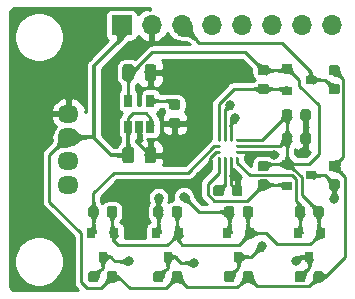
<source format=gtl>
G04 #@! TF.GenerationSoftware,KiCad,Pcbnew,(5.1.2)-1*
G04 #@! TF.CreationDate,2025-02-08T22:23:42+09:00*
G04 #@! TF.ProjectId,ss,73732e6b-6963-4616-945f-706362585858,rev?*
G04 #@! TF.SameCoordinates,Original*
G04 #@! TF.FileFunction,Copper,L1,Top*
G04 #@! TF.FilePolarity,Positive*
%FSLAX46Y46*%
G04 Gerber Fmt 4.6, Leading zero omitted, Abs format (unit mm)*
G04 Created by KiCad (PCBNEW (5.1.2)-1) date 2025-02-08 22:23:42*
%MOMM*%
%LPD*%
G04 APERTURE LIST*
%ADD10R,0.250000X0.275000*%
%ADD11R,0.275000X0.250000*%
%ADD12R,0.650000X1.060000*%
%ADD13C,0.100000*%
%ADD14C,0.875000*%
%ADD15R,0.800000X0.900000*%
%ADD16R,0.900000X0.800000*%
%ADD17O,1.700000X1.700000*%
%ADD18R,1.700000X1.700000*%
%ADD19O,1.800000X1.524000*%
%ADD20C,0.975000*%
%ADD21C,0.800000*%
%ADD22C,0.250000*%
%ADD23C,0.300000*%
%ADD24C,0.254000*%
%ADD25C,0.025400*%
G04 APERTURE END LIST*
D10*
X118750000Y-86750000D03*
X119250000Y-86750000D03*
D11*
X119750000Y-86750000D03*
X119750000Y-87250000D03*
X119750000Y-87750000D03*
X119750000Y-88250000D03*
D10*
X119250000Y-88250000D03*
X118750000Y-88250000D03*
D11*
X118250000Y-88250000D03*
X118250000Y-87750000D03*
X118250000Y-87250000D03*
X118250000Y-86750000D03*
D12*
X110550000Y-83400000D03*
X112450000Y-83400000D03*
X112450000Y-85600000D03*
X111500000Y-85600000D03*
X110550000Y-85600000D03*
D13*
G36*
X119352691Y-92326053D02*
G01*
X119373926Y-92329203D01*
X119394750Y-92334419D01*
X119414962Y-92341651D01*
X119434368Y-92350830D01*
X119452781Y-92361866D01*
X119470024Y-92374654D01*
X119485930Y-92389070D01*
X119500346Y-92404976D01*
X119513134Y-92422219D01*
X119524170Y-92440632D01*
X119533349Y-92460038D01*
X119540581Y-92480250D01*
X119545797Y-92501074D01*
X119548947Y-92522309D01*
X119550000Y-92543750D01*
X119550000Y-93056250D01*
X119548947Y-93077691D01*
X119545797Y-93098926D01*
X119540581Y-93119750D01*
X119533349Y-93139962D01*
X119524170Y-93159368D01*
X119513134Y-93177781D01*
X119500346Y-93195024D01*
X119485930Y-93210930D01*
X119470024Y-93225346D01*
X119452781Y-93238134D01*
X119434368Y-93249170D01*
X119414962Y-93258349D01*
X119394750Y-93265581D01*
X119373926Y-93270797D01*
X119352691Y-93273947D01*
X119331250Y-93275000D01*
X118893750Y-93275000D01*
X118872309Y-93273947D01*
X118851074Y-93270797D01*
X118830250Y-93265581D01*
X118810038Y-93258349D01*
X118790632Y-93249170D01*
X118772219Y-93238134D01*
X118754976Y-93225346D01*
X118739070Y-93210930D01*
X118724654Y-93195024D01*
X118711866Y-93177781D01*
X118700830Y-93159368D01*
X118691651Y-93139962D01*
X118684419Y-93119750D01*
X118679203Y-93098926D01*
X118676053Y-93077691D01*
X118675000Y-93056250D01*
X118675000Y-92543750D01*
X118676053Y-92522309D01*
X118679203Y-92501074D01*
X118684419Y-92480250D01*
X118691651Y-92460038D01*
X118700830Y-92440632D01*
X118711866Y-92422219D01*
X118724654Y-92404976D01*
X118739070Y-92389070D01*
X118754976Y-92374654D01*
X118772219Y-92361866D01*
X118790632Y-92350830D01*
X118810038Y-92341651D01*
X118830250Y-92334419D01*
X118851074Y-92329203D01*
X118872309Y-92326053D01*
X118893750Y-92325000D01*
X119331250Y-92325000D01*
X119352691Y-92326053D01*
X119352691Y-92326053D01*
G37*
D14*
X119112500Y-92800000D03*
D13*
G36*
X120927691Y-92326053D02*
G01*
X120948926Y-92329203D01*
X120969750Y-92334419D01*
X120989962Y-92341651D01*
X121009368Y-92350830D01*
X121027781Y-92361866D01*
X121045024Y-92374654D01*
X121060930Y-92389070D01*
X121075346Y-92404976D01*
X121088134Y-92422219D01*
X121099170Y-92440632D01*
X121108349Y-92460038D01*
X121115581Y-92480250D01*
X121120797Y-92501074D01*
X121123947Y-92522309D01*
X121125000Y-92543750D01*
X121125000Y-93056250D01*
X121123947Y-93077691D01*
X121120797Y-93098926D01*
X121115581Y-93119750D01*
X121108349Y-93139962D01*
X121099170Y-93159368D01*
X121088134Y-93177781D01*
X121075346Y-93195024D01*
X121060930Y-93210930D01*
X121045024Y-93225346D01*
X121027781Y-93238134D01*
X121009368Y-93249170D01*
X120989962Y-93258349D01*
X120969750Y-93265581D01*
X120948926Y-93270797D01*
X120927691Y-93273947D01*
X120906250Y-93275000D01*
X120468750Y-93275000D01*
X120447309Y-93273947D01*
X120426074Y-93270797D01*
X120405250Y-93265581D01*
X120385038Y-93258349D01*
X120365632Y-93249170D01*
X120347219Y-93238134D01*
X120329976Y-93225346D01*
X120314070Y-93210930D01*
X120299654Y-93195024D01*
X120286866Y-93177781D01*
X120275830Y-93159368D01*
X120266651Y-93139962D01*
X120259419Y-93119750D01*
X120254203Y-93098926D01*
X120251053Y-93077691D01*
X120250000Y-93056250D01*
X120250000Y-92543750D01*
X120251053Y-92522309D01*
X120254203Y-92501074D01*
X120259419Y-92480250D01*
X120266651Y-92460038D01*
X120275830Y-92440632D01*
X120286866Y-92422219D01*
X120299654Y-92404976D01*
X120314070Y-92389070D01*
X120329976Y-92374654D01*
X120347219Y-92361866D01*
X120365632Y-92350830D01*
X120385038Y-92341651D01*
X120405250Y-92334419D01*
X120426074Y-92329203D01*
X120447309Y-92326053D01*
X120468750Y-92325000D01*
X120906250Y-92325000D01*
X120927691Y-92326053D01*
X120927691Y-92326053D01*
G37*
D14*
X120687500Y-92800000D03*
D13*
G36*
X113352691Y-92326053D02*
G01*
X113373926Y-92329203D01*
X113394750Y-92334419D01*
X113414962Y-92341651D01*
X113434368Y-92350830D01*
X113452781Y-92361866D01*
X113470024Y-92374654D01*
X113485930Y-92389070D01*
X113500346Y-92404976D01*
X113513134Y-92422219D01*
X113524170Y-92440632D01*
X113533349Y-92460038D01*
X113540581Y-92480250D01*
X113545797Y-92501074D01*
X113548947Y-92522309D01*
X113550000Y-92543750D01*
X113550000Y-93056250D01*
X113548947Y-93077691D01*
X113545797Y-93098926D01*
X113540581Y-93119750D01*
X113533349Y-93139962D01*
X113524170Y-93159368D01*
X113513134Y-93177781D01*
X113500346Y-93195024D01*
X113485930Y-93210930D01*
X113470024Y-93225346D01*
X113452781Y-93238134D01*
X113434368Y-93249170D01*
X113414962Y-93258349D01*
X113394750Y-93265581D01*
X113373926Y-93270797D01*
X113352691Y-93273947D01*
X113331250Y-93275000D01*
X112893750Y-93275000D01*
X112872309Y-93273947D01*
X112851074Y-93270797D01*
X112830250Y-93265581D01*
X112810038Y-93258349D01*
X112790632Y-93249170D01*
X112772219Y-93238134D01*
X112754976Y-93225346D01*
X112739070Y-93210930D01*
X112724654Y-93195024D01*
X112711866Y-93177781D01*
X112700830Y-93159368D01*
X112691651Y-93139962D01*
X112684419Y-93119750D01*
X112679203Y-93098926D01*
X112676053Y-93077691D01*
X112675000Y-93056250D01*
X112675000Y-92543750D01*
X112676053Y-92522309D01*
X112679203Y-92501074D01*
X112684419Y-92480250D01*
X112691651Y-92460038D01*
X112700830Y-92440632D01*
X112711866Y-92422219D01*
X112724654Y-92404976D01*
X112739070Y-92389070D01*
X112754976Y-92374654D01*
X112772219Y-92361866D01*
X112790632Y-92350830D01*
X112810038Y-92341651D01*
X112830250Y-92334419D01*
X112851074Y-92329203D01*
X112872309Y-92326053D01*
X112893750Y-92325000D01*
X113331250Y-92325000D01*
X113352691Y-92326053D01*
X113352691Y-92326053D01*
G37*
D14*
X113112500Y-92800000D03*
D13*
G36*
X114927691Y-92326053D02*
G01*
X114948926Y-92329203D01*
X114969750Y-92334419D01*
X114989962Y-92341651D01*
X115009368Y-92350830D01*
X115027781Y-92361866D01*
X115045024Y-92374654D01*
X115060930Y-92389070D01*
X115075346Y-92404976D01*
X115088134Y-92422219D01*
X115099170Y-92440632D01*
X115108349Y-92460038D01*
X115115581Y-92480250D01*
X115120797Y-92501074D01*
X115123947Y-92522309D01*
X115125000Y-92543750D01*
X115125000Y-93056250D01*
X115123947Y-93077691D01*
X115120797Y-93098926D01*
X115115581Y-93119750D01*
X115108349Y-93139962D01*
X115099170Y-93159368D01*
X115088134Y-93177781D01*
X115075346Y-93195024D01*
X115060930Y-93210930D01*
X115045024Y-93225346D01*
X115027781Y-93238134D01*
X115009368Y-93249170D01*
X114989962Y-93258349D01*
X114969750Y-93265581D01*
X114948926Y-93270797D01*
X114927691Y-93273947D01*
X114906250Y-93275000D01*
X114468750Y-93275000D01*
X114447309Y-93273947D01*
X114426074Y-93270797D01*
X114405250Y-93265581D01*
X114385038Y-93258349D01*
X114365632Y-93249170D01*
X114347219Y-93238134D01*
X114329976Y-93225346D01*
X114314070Y-93210930D01*
X114299654Y-93195024D01*
X114286866Y-93177781D01*
X114275830Y-93159368D01*
X114266651Y-93139962D01*
X114259419Y-93119750D01*
X114254203Y-93098926D01*
X114251053Y-93077691D01*
X114250000Y-93056250D01*
X114250000Y-92543750D01*
X114251053Y-92522309D01*
X114254203Y-92501074D01*
X114259419Y-92480250D01*
X114266651Y-92460038D01*
X114275830Y-92440632D01*
X114286866Y-92422219D01*
X114299654Y-92404976D01*
X114314070Y-92389070D01*
X114329976Y-92374654D01*
X114347219Y-92361866D01*
X114365632Y-92350830D01*
X114385038Y-92341651D01*
X114405250Y-92334419D01*
X114426074Y-92329203D01*
X114447309Y-92326053D01*
X114468750Y-92325000D01*
X114906250Y-92325000D01*
X114927691Y-92326053D01*
X114927691Y-92326053D01*
G37*
D14*
X114687500Y-92800000D03*
D13*
G36*
X125352691Y-92326053D02*
G01*
X125373926Y-92329203D01*
X125394750Y-92334419D01*
X125414962Y-92341651D01*
X125434368Y-92350830D01*
X125452781Y-92361866D01*
X125470024Y-92374654D01*
X125485930Y-92389070D01*
X125500346Y-92404976D01*
X125513134Y-92422219D01*
X125524170Y-92440632D01*
X125533349Y-92460038D01*
X125540581Y-92480250D01*
X125545797Y-92501074D01*
X125548947Y-92522309D01*
X125550000Y-92543750D01*
X125550000Y-93056250D01*
X125548947Y-93077691D01*
X125545797Y-93098926D01*
X125540581Y-93119750D01*
X125533349Y-93139962D01*
X125524170Y-93159368D01*
X125513134Y-93177781D01*
X125500346Y-93195024D01*
X125485930Y-93210930D01*
X125470024Y-93225346D01*
X125452781Y-93238134D01*
X125434368Y-93249170D01*
X125414962Y-93258349D01*
X125394750Y-93265581D01*
X125373926Y-93270797D01*
X125352691Y-93273947D01*
X125331250Y-93275000D01*
X124893750Y-93275000D01*
X124872309Y-93273947D01*
X124851074Y-93270797D01*
X124830250Y-93265581D01*
X124810038Y-93258349D01*
X124790632Y-93249170D01*
X124772219Y-93238134D01*
X124754976Y-93225346D01*
X124739070Y-93210930D01*
X124724654Y-93195024D01*
X124711866Y-93177781D01*
X124700830Y-93159368D01*
X124691651Y-93139962D01*
X124684419Y-93119750D01*
X124679203Y-93098926D01*
X124676053Y-93077691D01*
X124675000Y-93056250D01*
X124675000Y-92543750D01*
X124676053Y-92522309D01*
X124679203Y-92501074D01*
X124684419Y-92480250D01*
X124691651Y-92460038D01*
X124700830Y-92440632D01*
X124711866Y-92422219D01*
X124724654Y-92404976D01*
X124739070Y-92389070D01*
X124754976Y-92374654D01*
X124772219Y-92361866D01*
X124790632Y-92350830D01*
X124810038Y-92341651D01*
X124830250Y-92334419D01*
X124851074Y-92329203D01*
X124872309Y-92326053D01*
X124893750Y-92325000D01*
X125331250Y-92325000D01*
X125352691Y-92326053D01*
X125352691Y-92326053D01*
G37*
D14*
X125112500Y-92800000D03*
D13*
G36*
X126927691Y-92326053D02*
G01*
X126948926Y-92329203D01*
X126969750Y-92334419D01*
X126989962Y-92341651D01*
X127009368Y-92350830D01*
X127027781Y-92361866D01*
X127045024Y-92374654D01*
X127060930Y-92389070D01*
X127075346Y-92404976D01*
X127088134Y-92422219D01*
X127099170Y-92440632D01*
X127108349Y-92460038D01*
X127115581Y-92480250D01*
X127120797Y-92501074D01*
X127123947Y-92522309D01*
X127125000Y-92543750D01*
X127125000Y-93056250D01*
X127123947Y-93077691D01*
X127120797Y-93098926D01*
X127115581Y-93119750D01*
X127108349Y-93139962D01*
X127099170Y-93159368D01*
X127088134Y-93177781D01*
X127075346Y-93195024D01*
X127060930Y-93210930D01*
X127045024Y-93225346D01*
X127027781Y-93238134D01*
X127009368Y-93249170D01*
X126989962Y-93258349D01*
X126969750Y-93265581D01*
X126948926Y-93270797D01*
X126927691Y-93273947D01*
X126906250Y-93275000D01*
X126468750Y-93275000D01*
X126447309Y-93273947D01*
X126426074Y-93270797D01*
X126405250Y-93265581D01*
X126385038Y-93258349D01*
X126365632Y-93249170D01*
X126347219Y-93238134D01*
X126329976Y-93225346D01*
X126314070Y-93210930D01*
X126299654Y-93195024D01*
X126286866Y-93177781D01*
X126275830Y-93159368D01*
X126266651Y-93139962D01*
X126259419Y-93119750D01*
X126254203Y-93098926D01*
X126251053Y-93077691D01*
X126250000Y-93056250D01*
X126250000Y-92543750D01*
X126251053Y-92522309D01*
X126254203Y-92501074D01*
X126259419Y-92480250D01*
X126266651Y-92460038D01*
X126275830Y-92440632D01*
X126286866Y-92422219D01*
X126299654Y-92404976D01*
X126314070Y-92389070D01*
X126329976Y-92374654D01*
X126347219Y-92361866D01*
X126365632Y-92350830D01*
X126385038Y-92341651D01*
X126405250Y-92334419D01*
X126426074Y-92329203D01*
X126447309Y-92326053D01*
X126468750Y-92325000D01*
X126906250Y-92325000D01*
X126927691Y-92326053D01*
X126927691Y-92326053D01*
G37*
D14*
X126687500Y-92800000D03*
D13*
G36*
X107852691Y-92326053D02*
G01*
X107873926Y-92329203D01*
X107894750Y-92334419D01*
X107914962Y-92341651D01*
X107934368Y-92350830D01*
X107952781Y-92361866D01*
X107970024Y-92374654D01*
X107985930Y-92389070D01*
X108000346Y-92404976D01*
X108013134Y-92422219D01*
X108024170Y-92440632D01*
X108033349Y-92460038D01*
X108040581Y-92480250D01*
X108045797Y-92501074D01*
X108048947Y-92522309D01*
X108050000Y-92543750D01*
X108050000Y-93056250D01*
X108048947Y-93077691D01*
X108045797Y-93098926D01*
X108040581Y-93119750D01*
X108033349Y-93139962D01*
X108024170Y-93159368D01*
X108013134Y-93177781D01*
X108000346Y-93195024D01*
X107985930Y-93210930D01*
X107970024Y-93225346D01*
X107952781Y-93238134D01*
X107934368Y-93249170D01*
X107914962Y-93258349D01*
X107894750Y-93265581D01*
X107873926Y-93270797D01*
X107852691Y-93273947D01*
X107831250Y-93275000D01*
X107393750Y-93275000D01*
X107372309Y-93273947D01*
X107351074Y-93270797D01*
X107330250Y-93265581D01*
X107310038Y-93258349D01*
X107290632Y-93249170D01*
X107272219Y-93238134D01*
X107254976Y-93225346D01*
X107239070Y-93210930D01*
X107224654Y-93195024D01*
X107211866Y-93177781D01*
X107200830Y-93159368D01*
X107191651Y-93139962D01*
X107184419Y-93119750D01*
X107179203Y-93098926D01*
X107176053Y-93077691D01*
X107175000Y-93056250D01*
X107175000Y-92543750D01*
X107176053Y-92522309D01*
X107179203Y-92501074D01*
X107184419Y-92480250D01*
X107191651Y-92460038D01*
X107200830Y-92440632D01*
X107211866Y-92422219D01*
X107224654Y-92404976D01*
X107239070Y-92389070D01*
X107254976Y-92374654D01*
X107272219Y-92361866D01*
X107290632Y-92350830D01*
X107310038Y-92341651D01*
X107330250Y-92334419D01*
X107351074Y-92329203D01*
X107372309Y-92326053D01*
X107393750Y-92325000D01*
X107831250Y-92325000D01*
X107852691Y-92326053D01*
X107852691Y-92326053D01*
G37*
D14*
X107612500Y-92800000D03*
D13*
G36*
X109427691Y-92326053D02*
G01*
X109448926Y-92329203D01*
X109469750Y-92334419D01*
X109489962Y-92341651D01*
X109509368Y-92350830D01*
X109527781Y-92361866D01*
X109545024Y-92374654D01*
X109560930Y-92389070D01*
X109575346Y-92404976D01*
X109588134Y-92422219D01*
X109599170Y-92440632D01*
X109608349Y-92460038D01*
X109615581Y-92480250D01*
X109620797Y-92501074D01*
X109623947Y-92522309D01*
X109625000Y-92543750D01*
X109625000Y-93056250D01*
X109623947Y-93077691D01*
X109620797Y-93098926D01*
X109615581Y-93119750D01*
X109608349Y-93139962D01*
X109599170Y-93159368D01*
X109588134Y-93177781D01*
X109575346Y-93195024D01*
X109560930Y-93210930D01*
X109545024Y-93225346D01*
X109527781Y-93238134D01*
X109509368Y-93249170D01*
X109489962Y-93258349D01*
X109469750Y-93265581D01*
X109448926Y-93270797D01*
X109427691Y-93273947D01*
X109406250Y-93275000D01*
X108968750Y-93275000D01*
X108947309Y-93273947D01*
X108926074Y-93270797D01*
X108905250Y-93265581D01*
X108885038Y-93258349D01*
X108865632Y-93249170D01*
X108847219Y-93238134D01*
X108829976Y-93225346D01*
X108814070Y-93210930D01*
X108799654Y-93195024D01*
X108786866Y-93177781D01*
X108775830Y-93159368D01*
X108766651Y-93139962D01*
X108759419Y-93119750D01*
X108754203Y-93098926D01*
X108751053Y-93077691D01*
X108750000Y-93056250D01*
X108750000Y-92543750D01*
X108751053Y-92522309D01*
X108754203Y-92501074D01*
X108759419Y-92480250D01*
X108766651Y-92460038D01*
X108775830Y-92440632D01*
X108786866Y-92422219D01*
X108799654Y-92404976D01*
X108814070Y-92389070D01*
X108829976Y-92374654D01*
X108847219Y-92361866D01*
X108865632Y-92350830D01*
X108885038Y-92341651D01*
X108905250Y-92334419D01*
X108926074Y-92329203D01*
X108947309Y-92326053D01*
X108968750Y-92325000D01*
X109406250Y-92325000D01*
X109427691Y-92326053D01*
X109427691Y-92326053D01*
G37*
D14*
X109187500Y-92800000D03*
D13*
G36*
X122277691Y-90051053D02*
G01*
X122298926Y-90054203D01*
X122319750Y-90059419D01*
X122339962Y-90066651D01*
X122359368Y-90075830D01*
X122377781Y-90086866D01*
X122395024Y-90099654D01*
X122410930Y-90114070D01*
X122425346Y-90129976D01*
X122438134Y-90147219D01*
X122449170Y-90165632D01*
X122458349Y-90185038D01*
X122465581Y-90205250D01*
X122470797Y-90226074D01*
X122473947Y-90247309D01*
X122475000Y-90268750D01*
X122475000Y-90706250D01*
X122473947Y-90727691D01*
X122470797Y-90748926D01*
X122465581Y-90769750D01*
X122458349Y-90789962D01*
X122449170Y-90809368D01*
X122438134Y-90827781D01*
X122425346Y-90845024D01*
X122410930Y-90860930D01*
X122395024Y-90875346D01*
X122377781Y-90888134D01*
X122359368Y-90899170D01*
X122339962Y-90908349D01*
X122319750Y-90915581D01*
X122298926Y-90920797D01*
X122277691Y-90923947D01*
X122256250Y-90925000D01*
X121743750Y-90925000D01*
X121722309Y-90923947D01*
X121701074Y-90920797D01*
X121680250Y-90915581D01*
X121660038Y-90908349D01*
X121640632Y-90899170D01*
X121622219Y-90888134D01*
X121604976Y-90875346D01*
X121589070Y-90860930D01*
X121574654Y-90845024D01*
X121561866Y-90827781D01*
X121550830Y-90809368D01*
X121541651Y-90789962D01*
X121534419Y-90769750D01*
X121529203Y-90748926D01*
X121526053Y-90727691D01*
X121525000Y-90706250D01*
X121525000Y-90268750D01*
X121526053Y-90247309D01*
X121529203Y-90226074D01*
X121534419Y-90205250D01*
X121541651Y-90185038D01*
X121550830Y-90165632D01*
X121561866Y-90147219D01*
X121574654Y-90129976D01*
X121589070Y-90114070D01*
X121604976Y-90099654D01*
X121622219Y-90086866D01*
X121640632Y-90075830D01*
X121660038Y-90066651D01*
X121680250Y-90059419D01*
X121701074Y-90054203D01*
X121722309Y-90051053D01*
X121743750Y-90050000D01*
X122256250Y-90050000D01*
X122277691Y-90051053D01*
X122277691Y-90051053D01*
G37*
D14*
X122000000Y-90487500D03*
D13*
G36*
X122277691Y-88476053D02*
G01*
X122298926Y-88479203D01*
X122319750Y-88484419D01*
X122339962Y-88491651D01*
X122359368Y-88500830D01*
X122377781Y-88511866D01*
X122395024Y-88524654D01*
X122410930Y-88539070D01*
X122425346Y-88554976D01*
X122438134Y-88572219D01*
X122449170Y-88590632D01*
X122458349Y-88610038D01*
X122465581Y-88630250D01*
X122470797Y-88651074D01*
X122473947Y-88672309D01*
X122475000Y-88693750D01*
X122475000Y-89131250D01*
X122473947Y-89152691D01*
X122470797Y-89173926D01*
X122465581Y-89194750D01*
X122458349Y-89214962D01*
X122449170Y-89234368D01*
X122438134Y-89252781D01*
X122425346Y-89270024D01*
X122410930Y-89285930D01*
X122395024Y-89300346D01*
X122377781Y-89313134D01*
X122359368Y-89324170D01*
X122339962Y-89333349D01*
X122319750Y-89340581D01*
X122298926Y-89345797D01*
X122277691Y-89348947D01*
X122256250Y-89350000D01*
X121743750Y-89350000D01*
X121722309Y-89348947D01*
X121701074Y-89345797D01*
X121680250Y-89340581D01*
X121660038Y-89333349D01*
X121640632Y-89324170D01*
X121622219Y-89313134D01*
X121604976Y-89300346D01*
X121589070Y-89285930D01*
X121574654Y-89270024D01*
X121561866Y-89252781D01*
X121550830Y-89234368D01*
X121541651Y-89214962D01*
X121534419Y-89194750D01*
X121529203Y-89173926D01*
X121526053Y-89152691D01*
X121525000Y-89131250D01*
X121525000Y-88693750D01*
X121526053Y-88672309D01*
X121529203Y-88651074D01*
X121534419Y-88630250D01*
X121541651Y-88610038D01*
X121550830Y-88590632D01*
X121561866Y-88572219D01*
X121574654Y-88554976D01*
X121589070Y-88539070D01*
X121604976Y-88524654D01*
X121622219Y-88511866D01*
X121640632Y-88500830D01*
X121660038Y-88491651D01*
X121680250Y-88484419D01*
X121701074Y-88479203D01*
X121722309Y-88476053D01*
X121743750Y-88475000D01*
X122256250Y-88475000D01*
X122277691Y-88476053D01*
X122277691Y-88476053D01*
G37*
D14*
X122000000Y-88912500D03*
D13*
G36*
X122277691Y-81951053D02*
G01*
X122298926Y-81954203D01*
X122319750Y-81959419D01*
X122339962Y-81966651D01*
X122359368Y-81975830D01*
X122377781Y-81986866D01*
X122395024Y-81999654D01*
X122410930Y-82014070D01*
X122425346Y-82029976D01*
X122438134Y-82047219D01*
X122449170Y-82065632D01*
X122458349Y-82085038D01*
X122465581Y-82105250D01*
X122470797Y-82126074D01*
X122473947Y-82147309D01*
X122475000Y-82168750D01*
X122475000Y-82606250D01*
X122473947Y-82627691D01*
X122470797Y-82648926D01*
X122465581Y-82669750D01*
X122458349Y-82689962D01*
X122449170Y-82709368D01*
X122438134Y-82727781D01*
X122425346Y-82745024D01*
X122410930Y-82760930D01*
X122395024Y-82775346D01*
X122377781Y-82788134D01*
X122359368Y-82799170D01*
X122339962Y-82808349D01*
X122319750Y-82815581D01*
X122298926Y-82820797D01*
X122277691Y-82823947D01*
X122256250Y-82825000D01*
X121743750Y-82825000D01*
X121722309Y-82823947D01*
X121701074Y-82820797D01*
X121680250Y-82815581D01*
X121660038Y-82808349D01*
X121640632Y-82799170D01*
X121622219Y-82788134D01*
X121604976Y-82775346D01*
X121589070Y-82760930D01*
X121574654Y-82745024D01*
X121561866Y-82727781D01*
X121550830Y-82709368D01*
X121541651Y-82689962D01*
X121534419Y-82669750D01*
X121529203Y-82648926D01*
X121526053Y-82627691D01*
X121525000Y-82606250D01*
X121525000Y-82168750D01*
X121526053Y-82147309D01*
X121529203Y-82126074D01*
X121534419Y-82105250D01*
X121541651Y-82085038D01*
X121550830Y-82065632D01*
X121561866Y-82047219D01*
X121574654Y-82029976D01*
X121589070Y-82014070D01*
X121604976Y-81999654D01*
X121622219Y-81986866D01*
X121640632Y-81975830D01*
X121660038Y-81966651D01*
X121680250Y-81959419D01*
X121701074Y-81954203D01*
X121722309Y-81951053D01*
X121743750Y-81950000D01*
X122256250Y-81950000D01*
X122277691Y-81951053D01*
X122277691Y-81951053D01*
G37*
D14*
X122000000Y-82387500D03*
D13*
G36*
X122277691Y-80376053D02*
G01*
X122298926Y-80379203D01*
X122319750Y-80384419D01*
X122339962Y-80391651D01*
X122359368Y-80400830D01*
X122377781Y-80411866D01*
X122395024Y-80424654D01*
X122410930Y-80439070D01*
X122425346Y-80454976D01*
X122438134Y-80472219D01*
X122449170Y-80490632D01*
X122458349Y-80510038D01*
X122465581Y-80530250D01*
X122470797Y-80551074D01*
X122473947Y-80572309D01*
X122475000Y-80593750D01*
X122475000Y-81031250D01*
X122473947Y-81052691D01*
X122470797Y-81073926D01*
X122465581Y-81094750D01*
X122458349Y-81114962D01*
X122449170Y-81134368D01*
X122438134Y-81152781D01*
X122425346Y-81170024D01*
X122410930Y-81185930D01*
X122395024Y-81200346D01*
X122377781Y-81213134D01*
X122359368Y-81224170D01*
X122339962Y-81233349D01*
X122319750Y-81240581D01*
X122298926Y-81245797D01*
X122277691Y-81248947D01*
X122256250Y-81250000D01*
X121743750Y-81250000D01*
X121722309Y-81248947D01*
X121701074Y-81245797D01*
X121680250Y-81240581D01*
X121660038Y-81233349D01*
X121640632Y-81224170D01*
X121622219Y-81213134D01*
X121604976Y-81200346D01*
X121589070Y-81185930D01*
X121574654Y-81170024D01*
X121561866Y-81152781D01*
X121550830Y-81134368D01*
X121541651Y-81114962D01*
X121534419Y-81094750D01*
X121529203Y-81073926D01*
X121526053Y-81052691D01*
X121525000Y-81031250D01*
X121525000Y-80593750D01*
X121526053Y-80572309D01*
X121529203Y-80551074D01*
X121534419Y-80530250D01*
X121541651Y-80510038D01*
X121550830Y-80490632D01*
X121561866Y-80472219D01*
X121574654Y-80454976D01*
X121589070Y-80439070D01*
X121604976Y-80424654D01*
X121622219Y-80411866D01*
X121640632Y-80400830D01*
X121660038Y-80391651D01*
X121680250Y-80384419D01*
X121701074Y-80379203D01*
X121722309Y-80376053D01*
X121743750Y-80375000D01*
X122256250Y-80375000D01*
X122277691Y-80376053D01*
X122277691Y-80376053D01*
G37*
D14*
X122000000Y-80812500D03*
D13*
G36*
X119352691Y-97826053D02*
G01*
X119373926Y-97829203D01*
X119394750Y-97834419D01*
X119414962Y-97841651D01*
X119434368Y-97850830D01*
X119452781Y-97861866D01*
X119470024Y-97874654D01*
X119485930Y-97889070D01*
X119500346Y-97904976D01*
X119513134Y-97922219D01*
X119524170Y-97940632D01*
X119533349Y-97960038D01*
X119540581Y-97980250D01*
X119545797Y-98001074D01*
X119548947Y-98022309D01*
X119550000Y-98043750D01*
X119550000Y-98556250D01*
X119548947Y-98577691D01*
X119545797Y-98598926D01*
X119540581Y-98619750D01*
X119533349Y-98639962D01*
X119524170Y-98659368D01*
X119513134Y-98677781D01*
X119500346Y-98695024D01*
X119485930Y-98710930D01*
X119470024Y-98725346D01*
X119452781Y-98738134D01*
X119434368Y-98749170D01*
X119414962Y-98758349D01*
X119394750Y-98765581D01*
X119373926Y-98770797D01*
X119352691Y-98773947D01*
X119331250Y-98775000D01*
X118893750Y-98775000D01*
X118872309Y-98773947D01*
X118851074Y-98770797D01*
X118830250Y-98765581D01*
X118810038Y-98758349D01*
X118790632Y-98749170D01*
X118772219Y-98738134D01*
X118754976Y-98725346D01*
X118739070Y-98710930D01*
X118724654Y-98695024D01*
X118711866Y-98677781D01*
X118700830Y-98659368D01*
X118691651Y-98639962D01*
X118684419Y-98619750D01*
X118679203Y-98598926D01*
X118676053Y-98577691D01*
X118675000Y-98556250D01*
X118675000Y-98043750D01*
X118676053Y-98022309D01*
X118679203Y-98001074D01*
X118684419Y-97980250D01*
X118691651Y-97960038D01*
X118700830Y-97940632D01*
X118711866Y-97922219D01*
X118724654Y-97904976D01*
X118739070Y-97889070D01*
X118754976Y-97874654D01*
X118772219Y-97861866D01*
X118790632Y-97850830D01*
X118810038Y-97841651D01*
X118830250Y-97834419D01*
X118851074Y-97829203D01*
X118872309Y-97826053D01*
X118893750Y-97825000D01*
X119331250Y-97825000D01*
X119352691Y-97826053D01*
X119352691Y-97826053D01*
G37*
D14*
X119112500Y-98300000D03*
D13*
G36*
X120927691Y-97826053D02*
G01*
X120948926Y-97829203D01*
X120969750Y-97834419D01*
X120989962Y-97841651D01*
X121009368Y-97850830D01*
X121027781Y-97861866D01*
X121045024Y-97874654D01*
X121060930Y-97889070D01*
X121075346Y-97904976D01*
X121088134Y-97922219D01*
X121099170Y-97940632D01*
X121108349Y-97960038D01*
X121115581Y-97980250D01*
X121120797Y-98001074D01*
X121123947Y-98022309D01*
X121125000Y-98043750D01*
X121125000Y-98556250D01*
X121123947Y-98577691D01*
X121120797Y-98598926D01*
X121115581Y-98619750D01*
X121108349Y-98639962D01*
X121099170Y-98659368D01*
X121088134Y-98677781D01*
X121075346Y-98695024D01*
X121060930Y-98710930D01*
X121045024Y-98725346D01*
X121027781Y-98738134D01*
X121009368Y-98749170D01*
X120989962Y-98758349D01*
X120969750Y-98765581D01*
X120948926Y-98770797D01*
X120927691Y-98773947D01*
X120906250Y-98775000D01*
X120468750Y-98775000D01*
X120447309Y-98773947D01*
X120426074Y-98770797D01*
X120405250Y-98765581D01*
X120385038Y-98758349D01*
X120365632Y-98749170D01*
X120347219Y-98738134D01*
X120329976Y-98725346D01*
X120314070Y-98710930D01*
X120299654Y-98695024D01*
X120286866Y-98677781D01*
X120275830Y-98659368D01*
X120266651Y-98639962D01*
X120259419Y-98619750D01*
X120254203Y-98598926D01*
X120251053Y-98577691D01*
X120250000Y-98556250D01*
X120250000Y-98043750D01*
X120251053Y-98022309D01*
X120254203Y-98001074D01*
X120259419Y-97980250D01*
X120266651Y-97960038D01*
X120275830Y-97940632D01*
X120286866Y-97922219D01*
X120299654Y-97904976D01*
X120314070Y-97889070D01*
X120329976Y-97874654D01*
X120347219Y-97861866D01*
X120365632Y-97850830D01*
X120385038Y-97841651D01*
X120405250Y-97834419D01*
X120426074Y-97829203D01*
X120447309Y-97826053D01*
X120468750Y-97825000D01*
X120906250Y-97825000D01*
X120927691Y-97826053D01*
X120927691Y-97826053D01*
G37*
D14*
X120687500Y-98300000D03*
D13*
G36*
X113352691Y-97826053D02*
G01*
X113373926Y-97829203D01*
X113394750Y-97834419D01*
X113414962Y-97841651D01*
X113434368Y-97850830D01*
X113452781Y-97861866D01*
X113470024Y-97874654D01*
X113485930Y-97889070D01*
X113500346Y-97904976D01*
X113513134Y-97922219D01*
X113524170Y-97940632D01*
X113533349Y-97960038D01*
X113540581Y-97980250D01*
X113545797Y-98001074D01*
X113548947Y-98022309D01*
X113550000Y-98043750D01*
X113550000Y-98556250D01*
X113548947Y-98577691D01*
X113545797Y-98598926D01*
X113540581Y-98619750D01*
X113533349Y-98639962D01*
X113524170Y-98659368D01*
X113513134Y-98677781D01*
X113500346Y-98695024D01*
X113485930Y-98710930D01*
X113470024Y-98725346D01*
X113452781Y-98738134D01*
X113434368Y-98749170D01*
X113414962Y-98758349D01*
X113394750Y-98765581D01*
X113373926Y-98770797D01*
X113352691Y-98773947D01*
X113331250Y-98775000D01*
X112893750Y-98775000D01*
X112872309Y-98773947D01*
X112851074Y-98770797D01*
X112830250Y-98765581D01*
X112810038Y-98758349D01*
X112790632Y-98749170D01*
X112772219Y-98738134D01*
X112754976Y-98725346D01*
X112739070Y-98710930D01*
X112724654Y-98695024D01*
X112711866Y-98677781D01*
X112700830Y-98659368D01*
X112691651Y-98639962D01*
X112684419Y-98619750D01*
X112679203Y-98598926D01*
X112676053Y-98577691D01*
X112675000Y-98556250D01*
X112675000Y-98043750D01*
X112676053Y-98022309D01*
X112679203Y-98001074D01*
X112684419Y-97980250D01*
X112691651Y-97960038D01*
X112700830Y-97940632D01*
X112711866Y-97922219D01*
X112724654Y-97904976D01*
X112739070Y-97889070D01*
X112754976Y-97874654D01*
X112772219Y-97861866D01*
X112790632Y-97850830D01*
X112810038Y-97841651D01*
X112830250Y-97834419D01*
X112851074Y-97829203D01*
X112872309Y-97826053D01*
X112893750Y-97825000D01*
X113331250Y-97825000D01*
X113352691Y-97826053D01*
X113352691Y-97826053D01*
G37*
D14*
X113112500Y-98300000D03*
D13*
G36*
X114927691Y-97826053D02*
G01*
X114948926Y-97829203D01*
X114969750Y-97834419D01*
X114989962Y-97841651D01*
X115009368Y-97850830D01*
X115027781Y-97861866D01*
X115045024Y-97874654D01*
X115060930Y-97889070D01*
X115075346Y-97904976D01*
X115088134Y-97922219D01*
X115099170Y-97940632D01*
X115108349Y-97960038D01*
X115115581Y-97980250D01*
X115120797Y-98001074D01*
X115123947Y-98022309D01*
X115125000Y-98043750D01*
X115125000Y-98556250D01*
X115123947Y-98577691D01*
X115120797Y-98598926D01*
X115115581Y-98619750D01*
X115108349Y-98639962D01*
X115099170Y-98659368D01*
X115088134Y-98677781D01*
X115075346Y-98695024D01*
X115060930Y-98710930D01*
X115045024Y-98725346D01*
X115027781Y-98738134D01*
X115009368Y-98749170D01*
X114989962Y-98758349D01*
X114969750Y-98765581D01*
X114948926Y-98770797D01*
X114927691Y-98773947D01*
X114906250Y-98775000D01*
X114468750Y-98775000D01*
X114447309Y-98773947D01*
X114426074Y-98770797D01*
X114405250Y-98765581D01*
X114385038Y-98758349D01*
X114365632Y-98749170D01*
X114347219Y-98738134D01*
X114329976Y-98725346D01*
X114314070Y-98710930D01*
X114299654Y-98695024D01*
X114286866Y-98677781D01*
X114275830Y-98659368D01*
X114266651Y-98639962D01*
X114259419Y-98619750D01*
X114254203Y-98598926D01*
X114251053Y-98577691D01*
X114250000Y-98556250D01*
X114250000Y-98043750D01*
X114251053Y-98022309D01*
X114254203Y-98001074D01*
X114259419Y-97980250D01*
X114266651Y-97960038D01*
X114275830Y-97940632D01*
X114286866Y-97922219D01*
X114299654Y-97904976D01*
X114314070Y-97889070D01*
X114329976Y-97874654D01*
X114347219Y-97861866D01*
X114365632Y-97850830D01*
X114385038Y-97841651D01*
X114405250Y-97834419D01*
X114426074Y-97829203D01*
X114447309Y-97826053D01*
X114468750Y-97825000D01*
X114906250Y-97825000D01*
X114927691Y-97826053D01*
X114927691Y-97826053D01*
G37*
D14*
X114687500Y-98300000D03*
D13*
G36*
X125352691Y-97826053D02*
G01*
X125373926Y-97829203D01*
X125394750Y-97834419D01*
X125414962Y-97841651D01*
X125434368Y-97850830D01*
X125452781Y-97861866D01*
X125470024Y-97874654D01*
X125485930Y-97889070D01*
X125500346Y-97904976D01*
X125513134Y-97922219D01*
X125524170Y-97940632D01*
X125533349Y-97960038D01*
X125540581Y-97980250D01*
X125545797Y-98001074D01*
X125548947Y-98022309D01*
X125550000Y-98043750D01*
X125550000Y-98556250D01*
X125548947Y-98577691D01*
X125545797Y-98598926D01*
X125540581Y-98619750D01*
X125533349Y-98639962D01*
X125524170Y-98659368D01*
X125513134Y-98677781D01*
X125500346Y-98695024D01*
X125485930Y-98710930D01*
X125470024Y-98725346D01*
X125452781Y-98738134D01*
X125434368Y-98749170D01*
X125414962Y-98758349D01*
X125394750Y-98765581D01*
X125373926Y-98770797D01*
X125352691Y-98773947D01*
X125331250Y-98775000D01*
X124893750Y-98775000D01*
X124872309Y-98773947D01*
X124851074Y-98770797D01*
X124830250Y-98765581D01*
X124810038Y-98758349D01*
X124790632Y-98749170D01*
X124772219Y-98738134D01*
X124754976Y-98725346D01*
X124739070Y-98710930D01*
X124724654Y-98695024D01*
X124711866Y-98677781D01*
X124700830Y-98659368D01*
X124691651Y-98639962D01*
X124684419Y-98619750D01*
X124679203Y-98598926D01*
X124676053Y-98577691D01*
X124675000Y-98556250D01*
X124675000Y-98043750D01*
X124676053Y-98022309D01*
X124679203Y-98001074D01*
X124684419Y-97980250D01*
X124691651Y-97960038D01*
X124700830Y-97940632D01*
X124711866Y-97922219D01*
X124724654Y-97904976D01*
X124739070Y-97889070D01*
X124754976Y-97874654D01*
X124772219Y-97861866D01*
X124790632Y-97850830D01*
X124810038Y-97841651D01*
X124830250Y-97834419D01*
X124851074Y-97829203D01*
X124872309Y-97826053D01*
X124893750Y-97825000D01*
X125331250Y-97825000D01*
X125352691Y-97826053D01*
X125352691Y-97826053D01*
G37*
D14*
X125112500Y-98300000D03*
D13*
G36*
X126927691Y-97826053D02*
G01*
X126948926Y-97829203D01*
X126969750Y-97834419D01*
X126989962Y-97841651D01*
X127009368Y-97850830D01*
X127027781Y-97861866D01*
X127045024Y-97874654D01*
X127060930Y-97889070D01*
X127075346Y-97904976D01*
X127088134Y-97922219D01*
X127099170Y-97940632D01*
X127108349Y-97960038D01*
X127115581Y-97980250D01*
X127120797Y-98001074D01*
X127123947Y-98022309D01*
X127125000Y-98043750D01*
X127125000Y-98556250D01*
X127123947Y-98577691D01*
X127120797Y-98598926D01*
X127115581Y-98619750D01*
X127108349Y-98639962D01*
X127099170Y-98659368D01*
X127088134Y-98677781D01*
X127075346Y-98695024D01*
X127060930Y-98710930D01*
X127045024Y-98725346D01*
X127027781Y-98738134D01*
X127009368Y-98749170D01*
X126989962Y-98758349D01*
X126969750Y-98765581D01*
X126948926Y-98770797D01*
X126927691Y-98773947D01*
X126906250Y-98775000D01*
X126468750Y-98775000D01*
X126447309Y-98773947D01*
X126426074Y-98770797D01*
X126405250Y-98765581D01*
X126385038Y-98758349D01*
X126365632Y-98749170D01*
X126347219Y-98738134D01*
X126329976Y-98725346D01*
X126314070Y-98710930D01*
X126299654Y-98695024D01*
X126286866Y-98677781D01*
X126275830Y-98659368D01*
X126266651Y-98639962D01*
X126259419Y-98619750D01*
X126254203Y-98598926D01*
X126251053Y-98577691D01*
X126250000Y-98556250D01*
X126250000Y-98043750D01*
X126251053Y-98022309D01*
X126254203Y-98001074D01*
X126259419Y-97980250D01*
X126266651Y-97960038D01*
X126275830Y-97940632D01*
X126286866Y-97922219D01*
X126299654Y-97904976D01*
X126314070Y-97889070D01*
X126329976Y-97874654D01*
X126347219Y-97861866D01*
X126365632Y-97850830D01*
X126385038Y-97841651D01*
X126405250Y-97834419D01*
X126426074Y-97829203D01*
X126447309Y-97826053D01*
X126468750Y-97825000D01*
X126906250Y-97825000D01*
X126927691Y-97826053D01*
X126927691Y-97826053D01*
G37*
D14*
X126687500Y-98300000D03*
D13*
G36*
X107852691Y-97826053D02*
G01*
X107873926Y-97829203D01*
X107894750Y-97834419D01*
X107914962Y-97841651D01*
X107934368Y-97850830D01*
X107952781Y-97861866D01*
X107970024Y-97874654D01*
X107985930Y-97889070D01*
X108000346Y-97904976D01*
X108013134Y-97922219D01*
X108024170Y-97940632D01*
X108033349Y-97960038D01*
X108040581Y-97980250D01*
X108045797Y-98001074D01*
X108048947Y-98022309D01*
X108050000Y-98043750D01*
X108050000Y-98556250D01*
X108048947Y-98577691D01*
X108045797Y-98598926D01*
X108040581Y-98619750D01*
X108033349Y-98639962D01*
X108024170Y-98659368D01*
X108013134Y-98677781D01*
X108000346Y-98695024D01*
X107985930Y-98710930D01*
X107970024Y-98725346D01*
X107952781Y-98738134D01*
X107934368Y-98749170D01*
X107914962Y-98758349D01*
X107894750Y-98765581D01*
X107873926Y-98770797D01*
X107852691Y-98773947D01*
X107831250Y-98775000D01*
X107393750Y-98775000D01*
X107372309Y-98773947D01*
X107351074Y-98770797D01*
X107330250Y-98765581D01*
X107310038Y-98758349D01*
X107290632Y-98749170D01*
X107272219Y-98738134D01*
X107254976Y-98725346D01*
X107239070Y-98710930D01*
X107224654Y-98695024D01*
X107211866Y-98677781D01*
X107200830Y-98659368D01*
X107191651Y-98639962D01*
X107184419Y-98619750D01*
X107179203Y-98598926D01*
X107176053Y-98577691D01*
X107175000Y-98556250D01*
X107175000Y-98043750D01*
X107176053Y-98022309D01*
X107179203Y-98001074D01*
X107184419Y-97980250D01*
X107191651Y-97960038D01*
X107200830Y-97940632D01*
X107211866Y-97922219D01*
X107224654Y-97904976D01*
X107239070Y-97889070D01*
X107254976Y-97874654D01*
X107272219Y-97861866D01*
X107290632Y-97850830D01*
X107310038Y-97841651D01*
X107330250Y-97834419D01*
X107351074Y-97829203D01*
X107372309Y-97826053D01*
X107393750Y-97825000D01*
X107831250Y-97825000D01*
X107852691Y-97826053D01*
X107852691Y-97826053D01*
G37*
D14*
X107612500Y-98300000D03*
D13*
G36*
X109427691Y-97826053D02*
G01*
X109448926Y-97829203D01*
X109469750Y-97834419D01*
X109489962Y-97841651D01*
X109509368Y-97850830D01*
X109527781Y-97861866D01*
X109545024Y-97874654D01*
X109560930Y-97889070D01*
X109575346Y-97904976D01*
X109588134Y-97922219D01*
X109599170Y-97940632D01*
X109608349Y-97960038D01*
X109615581Y-97980250D01*
X109620797Y-98001074D01*
X109623947Y-98022309D01*
X109625000Y-98043750D01*
X109625000Y-98556250D01*
X109623947Y-98577691D01*
X109620797Y-98598926D01*
X109615581Y-98619750D01*
X109608349Y-98639962D01*
X109599170Y-98659368D01*
X109588134Y-98677781D01*
X109575346Y-98695024D01*
X109560930Y-98710930D01*
X109545024Y-98725346D01*
X109527781Y-98738134D01*
X109509368Y-98749170D01*
X109489962Y-98758349D01*
X109469750Y-98765581D01*
X109448926Y-98770797D01*
X109427691Y-98773947D01*
X109406250Y-98775000D01*
X108968750Y-98775000D01*
X108947309Y-98773947D01*
X108926074Y-98770797D01*
X108905250Y-98765581D01*
X108885038Y-98758349D01*
X108865632Y-98749170D01*
X108847219Y-98738134D01*
X108829976Y-98725346D01*
X108814070Y-98710930D01*
X108799654Y-98695024D01*
X108786866Y-98677781D01*
X108775830Y-98659368D01*
X108766651Y-98639962D01*
X108759419Y-98619750D01*
X108754203Y-98598926D01*
X108751053Y-98577691D01*
X108750000Y-98556250D01*
X108750000Y-98043750D01*
X108751053Y-98022309D01*
X108754203Y-98001074D01*
X108759419Y-97980250D01*
X108766651Y-97960038D01*
X108775830Y-97940632D01*
X108786866Y-97922219D01*
X108799654Y-97904976D01*
X108814070Y-97889070D01*
X108829976Y-97874654D01*
X108847219Y-97861866D01*
X108865632Y-97850830D01*
X108885038Y-97841651D01*
X108905250Y-97834419D01*
X108926074Y-97829203D01*
X108947309Y-97826053D01*
X108968750Y-97825000D01*
X109406250Y-97825000D01*
X109427691Y-97826053D01*
X109427691Y-97826053D01*
G37*
D14*
X109187500Y-98300000D03*
D13*
G36*
X128277691Y-90051053D02*
G01*
X128298926Y-90054203D01*
X128319750Y-90059419D01*
X128339962Y-90066651D01*
X128359368Y-90075830D01*
X128377781Y-90086866D01*
X128395024Y-90099654D01*
X128410930Y-90114070D01*
X128425346Y-90129976D01*
X128438134Y-90147219D01*
X128449170Y-90165632D01*
X128458349Y-90185038D01*
X128465581Y-90205250D01*
X128470797Y-90226074D01*
X128473947Y-90247309D01*
X128475000Y-90268750D01*
X128475000Y-90706250D01*
X128473947Y-90727691D01*
X128470797Y-90748926D01*
X128465581Y-90769750D01*
X128458349Y-90789962D01*
X128449170Y-90809368D01*
X128438134Y-90827781D01*
X128425346Y-90845024D01*
X128410930Y-90860930D01*
X128395024Y-90875346D01*
X128377781Y-90888134D01*
X128359368Y-90899170D01*
X128339962Y-90908349D01*
X128319750Y-90915581D01*
X128298926Y-90920797D01*
X128277691Y-90923947D01*
X128256250Y-90925000D01*
X127743750Y-90925000D01*
X127722309Y-90923947D01*
X127701074Y-90920797D01*
X127680250Y-90915581D01*
X127660038Y-90908349D01*
X127640632Y-90899170D01*
X127622219Y-90888134D01*
X127604976Y-90875346D01*
X127589070Y-90860930D01*
X127574654Y-90845024D01*
X127561866Y-90827781D01*
X127550830Y-90809368D01*
X127541651Y-90789962D01*
X127534419Y-90769750D01*
X127529203Y-90748926D01*
X127526053Y-90727691D01*
X127525000Y-90706250D01*
X127525000Y-90268750D01*
X127526053Y-90247309D01*
X127529203Y-90226074D01*
X127534419Y-90205250D01*
X127541651Y-90185038D01*
X127550830Y-90165632D01*
X127561866Y-90147219D01*
X127574654Y-90129976D01*
X127589070Y-90114070D01*
X127604976Y-90099654D01*
X127622219Y-90086866D01*
X127640632Y-90075830D01*
X127660038Y-90066651D01*
X127680250Y-90059419D01*
X127701074Y-90054203D01*
X127722309Y-90051053D01*
X127743750Y-90050000D01*
X128256250Y-90050000D01*
X128277691Y-90051053D01*
X128277691Y-90051053D01*
G37*
D14*
X128000000Y-90487500D03*
D13*
G36*
X128277691Y-88476053D02*
G01*
X128298926Y-88479203D01*
X128319750Y-88484419D01*
X128339962Y-88491651D01*
X128359368Y-88500830D01*
X128377781Y-88511866D01*
X128395024Y-88524654D01*
X128410930Y-88539070D01*
X128425346Y-88554976D01*
X128438134Y-88572219D01*
X128449170Y-88590632D01*
X128458349Y-88610038D01*
X128465581Y-88630250D01*
X128470797Y-88651074D01*
X128473947Y-88672309D01*
X128475000Y-88693750D01*
X128475000Y-89131250D01*
X128473947Y-89152691D01*
X128470797Y-89173926D01*
X128465581Y-89194750D01*
X128458349Y-89214962D01*
X128449170Y-89234368D01*
X128438134Y-89252781D01*
X128425346Y-89270024D01*
X128410930Y-89285930D01*
X128395024Y-89300346D01*
X128377781Y-89313134D01*
X128359368Y-89324170D01*
X128339962Y-89333349D01*
X128319750Y-89340581D01*
X128298926Y-89345797D01*
X128277691Y-89348947D01*
X128256250Y-89350000D01*
X127743750Y-89350000D01*
X127722309Y-89348947D01*
X127701074Y-89345797D01*
X127680250Y-89340581D01*
X127660038Y-89333349D01*
X127640632Y-89324170D01*
X127622219Y-89313134D01*
X127604976Y-89300346D01*
X127589070Y-89285930D01*
X127574654Y-89270024D01*
X127561866Y-89252781D01*
X127550830Y-89234368D01*
X127541651Y-89214962D01*
X127534419Y-89194750D01*
X127529203Y-89173926D01*
X127526053Y-89152691D01*
X127525000Y-89131250D01*
X127525000Y-88693750D01*
X127526053Y-88672309D01*
X127529203Y-88651074D01*
X127534419Y-88630250D01*
X127541651Y-88610038D01*
X127550830Y-88590632D01*
X127561866Y-88572219D01*
X127574654Y-88554976D01*
X127589070Y-88539070D01*
X127604976Y-88524654D01*
X127622219Y-88511866D01*
X127640632Y-88500830D01*
X127660038Y-88491651D01*
X127680250Y-88484419D01*
X127701074Y-88479203D01*
X127722309Y-88476053D01*
X127743750Y-88475000D01*
X128256250Y-88475000D01*
X128277691Y-88476053D01*
X128277691Y-88476053D01*
G37*
D14*
X128000000Y-88912500D03*
D13*
G36*
X128277691Y-81951053D02*
G01*
X128298926Y-81954203D01*
X128319750Y-81959419D01*
X128339962Y-81966651D01*
X128359368Y-81975830D01*
X128377781Y-81986866D01*
X128395024Y-81999654D01*
X128410930Y-82014070D01*
X128425346Y-82029976D01*
X128438134Y-82047219D01*
X128449170Y-82065632D01*
X128458349Y-82085038D01*
X128465581Y-82105250D01*
X128470797Y-82126074D01*
X128473947Y-82147309D01*
X128475000Y-82168750D01*
X128475000Y-82606250D01*
X128473947Y-82627691D01*
X128470797Y-82648926D01*
X128465581Y-82669750D01*
X128458349Y-82689962D01*
X128449170Y-82709368D01*
X128438134Y-82727781D01*
X128425346Y-82745024D01*
X128410930Y-82760930D01*
X128395024Y-82775346D01*
X128377781Y-82788134D01*
X128359368Y-82799170D01*
X128339962Y-82808349D01*
X128319750Y-82815581D01*
X128298926Y-82820797D01*
X128277691Y-82823947D01*
X128256250Y-82825000D01*
X127743750Y-82825000D01*
X127722309Y-82823947D01*
X127701074Y-82820797D01*
X127680250Y-82815581D01*
X127660038Y-82808349D01*
X127640632Y-82799170D01*
X127622219Y-82788134D01*
X127604976Y-82775346D01*
X127589070Y-82760930D01*
X127574654Y-82745024D01*
X127561866Y-82727781D01*
X127550830Y-82709368D01*
X127541651Y-82689962D01*
X127534419Y-82669750D01*
X127529203Y-82648926D01*
X127526053Y-82627691D01*
X127525000Y-82606250D01*
X127525000Y-82168750D01*
X127526053Y-82147309D01*
X127529203Y-82126074D01*
X127534419Y-82105250D01*
X127541651Y-82085038D01*
X127550830Y-82065632D01*
X127561866Y-82047219D01*
X127574654Y-82029976D01*
X127589070Y-82014070D01*
X127604976Y-81999654D01*
X127622219Y-81986866D01*
X127640632Y-81975830D01*
X127660038Y-81966651D01*
X127680250Y-81959419D01*
X127701074Y-81954203D01*
X127722309Y-81951053D01*
X127743750Y-81950000D01*
X128256250Y-81950000D01*
X128277691Y-81951053D01*
X128277691Y-81951053D01*
G37*
D14*
X128000000Y-82387500D03*
D13*
G36*
X128277691Y-80376053D02*
G01*
X128298926Y-80379203D01*
X128319750Y-80384419D01*
X128339962Y-80391651D01*
X128359368Y-80400830D01*
X128377781Y-80411866D01*
X128395024Y-80424654D01*
X128410930Y-80439070D01*
X128425346Y-80454976D01*
X128438134Y-80472219D01*
X128449170Y-80490632D01*
X128458349Y-80510038D01*
X128465581Y-80530250D01*
X128470797Y-80551074D01*
X128473947Y-80572309D01*
X128475000Y-80593750D01*
X128475000Y-81031250D01*
X128473947Y-81052691D01*
X128470797Y-81073926D01*
X128465581Y-81094750D01*
X128458349Y-81114962D01*
X128449170Y-81134368D01*
X128438134Y-81152781D01*
X128425346Y-81170024D01*
X128410930Y-81185930D01*
X128395024Y-81200346D01*
X128377781Y-81213134D01*
X128359368Y-81224170D01*
X128339962Y-81233349D01*
X128319750Y-81240581D01*
X128298926Y-81245797D01*
X128277691Y-81248947D01*
X128256250Y-81250000D01*
X127743750Y-81250000D01*
X127722309Y-81248947D01*
X127701074Y-81245797D01*
X127680250Y-81240581D01*
X127660038Y-81233349D01*
X127640632Y-81224170D01*
X127622219Y-81213134D01*
X127604976Y-81200346D01*
X127589070Y-81185930D01*
X127574654Y-81170024D01*
X127561866Y-81152781D01*
X127550830Y-81134368D01*
X127541651Y-81114962D01*
X127534419Y-81094750D01*
X127529203Y-81073926D01*
X127526053Y-81052691D01*
X127525000Y-81031250D01*
X127525000Y-80593750D01*
X127526053Y-80572309D01*
X127529203Y-80551074D01*
X127534419Y-80530250D01*
X127541651Y-80510038D01*
X127550830Y-80490632D01*
X127561866Y-80472219D01*
X127574654Y-80454976D01*
X127589070Y-80439070D01*
X127604976Y-80424654D01*
X127622219Y-80411866D01*
X127640632Y-80400830D01*
X127660038Y-80391651D01*
X127680250Y-80384419D01*
X127701074Y-80379203D01*
X127722309Y-80376053D01*
X127743750Y-80375000D01*
X128256250Y-80375000D01*
X128277691Y-80376053D01*
X128277691Y-80376053D01*
G37*
D14*
X128000000Y-80812500D03*
D15*
X108400000Y-96600000D03*
X107450000Y-94600000D03*
X109350000Y-94600000D03*
X113900000Y-96600000D03*
X112950000Y-94600000D03*
X114850000Y-94600000D03*
X125900000Y-96600000D03*
X124950000Y-94600000D03*
X126850000Y-94600000D03*
X119900000Y-96600000D03*
X118950000Y-94600000D03*
X120850000Y-94600000D03*
D16*
X126000000Y-89700000D03*
X124000000Y-90650000D03*
X124000000Y-88750000D03*
X126000000Y-81600000D03*
X124000000Y-82550000D03*
X124000000Y-80650000D03*
D17*
X127780000Y-77000000D03*
X125240000Y-77000000D03*
X122700000Y-77000000D03*
X120160000Y-77000000D03*
X117620000Y-77000000D03*
X115080000Y-77000000D03*
X112540000Y-77000000D03*
D18*
X110000000Y-77000000D03*
D19*
X105500000Y-84500000D03*
X105500000Y-86500000D03*
X105500000Y-88500000D03*
X105500000Y-90500000D03*
D13*
G36*
X125827691Y-84126053D02*
G01*
X125848926Y-84129203D01*
X125869750Y-84134419D01*
X125889962Y-84141651D01*
X125909368Y-84150830D01*
X125927781Y-84161866D01*
X125945024Y-84174654D01*
X125960930Y-84189070D01*
X125975346Y-84204976D01*
X125988134Y-84222219D01*
X125999170Y-84240632D01*
X126008349Y-84260038D01*
X126015581Y-84280250D01*
X126020797Y-84301074D01*
X126023947Y-84322309D01*
X126025000Y-84343750D01*
X126025000Y-84856250D01*
X126023947Y-84877691D01*
X126020797Y-84898926D01*
X126015581Y-84919750D01*
X126008349Y-84939962D01*
X125999170Y-84959368D01*
X125988134Y-84977781D01*
X125975346Y-84995024D01*
X125960930Y-85010930D01*
X125945024Y-85025346D01*
X125927781Y-85038134D01*
X125909368Y-85049170D01*
X125889962Y-85058349D01*
X125869750Y-85065581D01*
X125848926Y-85070797D01*
X125827691Y-85073947D01*
X125806250Y-85075000D01*
X125368750Y-85075000D01*
X125347309Y-85073947D01*
X125326074Y-85070797D01*
X125305250Y-85065581D01*
X125285038Y-85058349D01*
X125265632Y-85049170D01*
X125247219Y-85038134D01*
X125229976Y-85025346D01*
X125214070Y-85010930D01*
X125199654Y-84995024D01*
X125186866Y-84977781D01*
X125175830Y-84959368D01*
X125166651Y-84939962D01*
X125159419Y-84919750D01*
X125154203Y-84898926D01*
X125151053Y-84877691D01*
X125150000Y-84856250D01*
X125150000Y-84343750D01*
X125151053Y-84322309D01*
X125154203Y-84301074D01*
X125159419Y-84280250D01*
X125166651Y-84260038D01*
X125175830Y-84240632D01*
X125186866Y-84222219D01*
X125199654Y-84204976D01*
X125214070Y-84189070D01*
X125229976Y-84174654D01*
X125247219Y-84161866D01*
X125265632Y-84150830D01*
X125285038Y-84141651D01*
X125305250Y-84134419D01*
X125326074Y-84129203D01*
X125347309Y-84126053D01*
X125368750Y-84125000D01*
X125806250Y-84125000D01*
X125827691Y-84126053D01*
X125827691Y-84126053D01*
G37*
D14*
X125587500Y-84600000D03*
D13*
G36*
X124252691Y-84126053D02*
G01*
X124273926Y-84129203D01*
X124294750Y-84134419D01*
X124314962Y-84141651D01*
X124334368Y-84150830D01*
X124352781Y-84161866D01*
X124370024Y-84174654D01*
X124385930Y-84189070D01*
X124400346Y-84204976D01*
X124413134Y-84222219D01*
X124424170Y-84240632D01*
X124433349Y-84260038D01*
X124440581Y-84280250D01*
X124445797Y-84301074D01*
X124448947Y-84322309D01*
X124450000Y-84343750D01*
X124450000Y-84856250D01*
X124448947Y-84877691D01*
X124445797Y-84898926D01*
X124440581Y-84919750D01*
X124433349Y-84939962D01*
X124424170Y-84959368D01*
X124413134Y-84977781D01*
X124400346Y-84995024D01*
X124385930Y-85010930D01*
X124370024Y-85025346D01*
X124352781Y-85038134D01*
X124334368Y-85049170D01*
X124314962Y-85058349D01*
X124294750Y-85065581D01*
X124273926Y-85070797D01*
X124252691Y-85073947D01*
X124231250Y-85075000D01*
X123793750Y-85075000D01*
X123772309Y-85073947D01*
X123751074Y-85070797D01*
X123730250Y-85065581D01*
X123710038Y-85058349D01*
X123690632Y-85049170D01*
X123672219Y-85038134D01*
X123654976Y-85025346D01*
X123639070Y-85010930D01*
X123624654Y-84995024D01*
X123611866Y-84977781D01*
X123600830Y-84959368D01*
X123591651Y-84939962D01*
X123584419Y-84919750D01*
X123579203Y-84898926D01*
X123576053Y-84877691D01*
X123575000Y-84856250D01*
X123575000Y-84343750D01*
X123576053Y-84322309D01*
X123579203Y-84301074D01*
X123584419Y-84280250D01*
X123591651Y-84260038D01*
X123600830Y-84240632D01*
X123611866Y-84222219D01*
X123624654Y-84204976D01*
X123639070Y-84189070D01*
X123654976Y-84174654D01*
X123672219Y-84161866D01*
X123690632Y-84150830D01*
X123710038Y-84141651D01*
X123730250Y-84134419D01*
X123751074Y-84129203D01*
X123772309Y-84126053D01*
X123793750Y-84125000D01*
X124231250Y-84125000D01*
X124252691Y-84126053D01*
X124252691Y-84126053D01*
G37*
D14*
X124012500Y-84600000D03*
D13*
G36*
X125827691Y-86126053D02*
G01*
X125848926Y-86129203D01*
X125869750Y-86134419D01*
X125889962Y-86141651D01*
X125909368Y-86150830D01*
X125927781Y-86161866D01*
X125945024Y-86174654D01*
X125960930Y-86189070D01*
X125975346Y-86204976D01*
X125988134Y-86222219D01*
X125999170Y-86240632D01*
X126008349Y-86260038D01*
X126015581Y-86280250D01*
X126020797Y-86301074D01*
X126023947Y-86322309D01*
X126025000Y-86343750D01*
X126025000Y-86856250D01*
X126023947Y-86877691D01*
X126020797Y-86898926D01*
X126015581Y-86919750D01*
X126008349Y-86939962D01*
X125999170Y-86959368D01*
X125988134Y-86977781D01*
X125975346Y-86995024D01*
X125960930Y-87010930D01*
X125945024Y-87025346D01*
X125927781Y-87038134D01*
X125909368Y-87049170D01*
X125889962Y-87058349D01*
X125869750Y-87065581D01*
X125848926Y-87070797D01*
X125827691Y-87073947D01*
X125806250Y-87075000D01*
X125368750Y-87075000D01*
X125347309Y-87073947D01*
X125326074Y-87070797D01*
X125305250Y-87065581D01*
X125285038Y-87058349D01*
X125265632Y-87049170D01*
X125247219Y-87038134D01*
X125229976Y-87025346D01*
X125214070Y-87010930D01*
X125199654Y-86995024D01*
X125186866Y-86977781D01*
X125175830Y-86959368D01*
X125166651Y-86939962D01*
X125159419Y-86919750D01*
X125154203Y-86898926D01*
X125151053Y-86877691D01*
X125150000Y-86856250D01*
X125150000Y-86343750D01*
X125151053Y-86322309D01*
X125154203Y-86301074D01*
X125159419Y-86280250D01*
X125166651Y-86260038D01*
X125175830Y-86240632D01*
X125186866Y-86222219D01*
X125199654Y-86204976D01*
X125214070Y-86189070D01*
X125229976Y-86174654D01*
X125247219Y-86161866D01*
X125265632Y-86150830D01*
X125285038Y-86141651D01*
X125305250Y-86134419D01*
X125326074Y-86129203D01*
X125347309Y-86126053D01*
X125368750Y-86125000D01*
X125806250Y-86125000D01*
X125827691Y-86126053D01*
X125827691Y-86126053D01*
G37*
D14*
X125587500Y-86600000D03*
D13*
G36*
X124252691Y-86126053D02*
G01*
X124273926Y-86129203D01*
X124294750Y-86134419D01*
X124314962Y-86141651D01*
X124334368Y-86150830D01*
X124352781Y-86161866D01*
X124370024Y-86174654D01*
X124385930Y-86189070D01*
X124400346Y-86204976D01*
X124413134Y-86222219D01*
X124424170Y-86240632D01*
X124433349Y-86260038D01*
X124440581Y-86280250D01*
X124445797Y-86301074D01*
X124448947Y-86322309D01*
X124450000Y-86343750D01*
X124450000Y-86856250D01*
X124448947Y-86877691D01*
X124445797Y-86898926D01*
X124440581Y-86919750D01*
X124433349Y-86939962D01*
X124424170Y-86959368D01*
X124413134Y-86977781D01*
X124400346Y-86995024D01*
X124385930Y-87010930D01*
X124370024Y-87025346D01*
X124352781Y-87038134D01*
X124334368Y-87049170D01*
X124314962Y-87058349D01*
X124294750Y-87065581D01*
X124273926Y-87070797D01*
X124252691Y-87073947D01*
X124231250Y-87075000D01*
X123793750Y-87075000D01*
X123772309Y-87073947D01*
X123751074Y-87070797D01*
X123730250Y-87065581D01*
X123710038Y-87058349D01*
X123690632Y-87049170D01*
X123672219Y-87038134D01*
X123654976Y-87025346D01*
X123639070Y-87010930D01*
X123624654Y-86995024D01*
X123611866Y-86977781D01*
X123600830Y-86959368D01*
X123591651Y-86939962D01*
X123584419Y-86919750D01*
X123579203Y-86898926D01*
X123576053Y-86877691D01*
X123575000Y-86856250D01*
X123575000Y-86343750D01*
X123576053Y-86322309D01*
X123579203Y-86301074D01*
X123584419Y-86280250D01*
X123591651Y-86260038D01*
X123600830Y-86240632D01*
X123611866Y-86222219D01*
X123624654Y-86204976D01*
X123639070Y-86189070D01*
X123654976Y-86174654D01*
X123672219Y-86161866D01*
X123690632Y-86150830D01*
X123710038Y-86141651D01*
X123730250Y-86134419D01*
X123751074Y-86129203D01*
X123772309Y-86126053D01*
X123793750Y-86125000D01*
X124231250Y-86125000D01*
X124252691Y-86126053D01*
X124252691Y-86126053D01*
G37*
D14*
X124012500Y-86600000D03*
D13*
G36*
X112705142Y-80301174D02*
G01*
X112728803Y-80304684D01*
X112752007Y-80310496D01*
X112774529Y-80318554D01*
X112796153Y-80328782D01*
X112816670Y-80341079D01*
X112835883Y-80355329D01*
X112853607Y-80371393D01*
X112869671Y-80389117D01*
X112883921Y-80408330D01*
X112896218Y-80428847D01*
X112906446Y-80450471D01*
X112914504Y-80472993D01*
X112920316Y-80496197D01*
X112923826Y-80519858D01*
X112925000Y-80543750D01*
X112925000Y-81456250D01*
X112923826Y-81480142D01*
X112920316Y-81503803D01*
X112914504Y-81527007D01*
X112906446Y-81549529D01*
X112896218Y-81571153D01*
X112883921Y-81591670D01*
X112869671Y-81610883D01*
X112853607Y-81628607D01*
X112835883Y-81644671D01*
X112816670Y-81658921D01*
X112796153Y-81671218D01*
X112774529Y-81681446D01*
X112752007Y-81689504D01*
X112728803Y-81695316D01*
X112705142Y-81698826D01*
X112681250Y-81700000D01*
X112193750Y-81700000D01*
X112169858Y-81698826D01*
X112146197Y-81695316D01*
X112122993Y-81689504D01*
X112100471Y-81681446D01*
X112078847Y-81671218D01*
X112058330Y-81658921D01*
X112039117Y-81644671D01*
X112021393Y-81628607D01*
X112005329Y-81610883D01*
X111991079Y-81591670D01*
X111978782Y-81571153D01*
X111968554Y-81549529D01*
X111960496Y-81527007D01*
X111954684Y-81503803D01*
X111951174Y-81480142D01*
X111950000Y-81456250D01*
X111950000Y-80543750D01*
X111951174Y-80519858D01*
X111954684Y-80496197D01*
X111960496Y-80472993D01*
X111968554Y-80450471D01*
X111978782Y-80428847D01*
X111991079Y-80408330D01*
X112005329Y-80389117D01*
X112021393Y-80371393D01*
X112039117Y-80355329D01*
X112058330Y-80341079D01*
X112078847Y-80328782D01*
X112100471Y-80318554D01*
X112122993Y-80310496D01*
X112146197Y-80304684D01*
X112169858Y-80301174D01*
X112193750Y-80300000D01*
X112681250Y-80300000D01*
X112705142Y-80301174D01*
X112705142Y-80301174D01*
G37*
D20*
X112437500Y-81000000D03*
D13*
G36*
X110830142Y-80301174D02*
G01*
X110853803Y-80304684D01*
X110877007Y-80310496D01*
X110899529Y-80318554D01*
X110921153Y-80328782D01*
X110941670Y-80341079D01*
X110960883Y-80355329D01*
X110978607Y-80371393D01*
X110994671Y-80389117D01*
X111008921Y-80408330D01*
X111021218Y-80428847D01*
X111031446Y-80450471D01*
X111039504Y-80472993D01*
X111045316Y-80496197D01*
X111048826Y-80519858D01*
X111050000Y-80543750D01*
X111050000Y-81456250D01*
X111048826Y-81480142D01*
X111045316Y-81503803D01*
X111039504Y-81527007D01*
X111031446Y-81549529D01*
X111021218Y-81571153D01*
X111008921Y-81591670D01*
X110994671Y-81610883D01*
X110978607Y-81628607D01*
X110960883Y-81644671D01*
X110941670Y-81658921D01*
X110921153Y-81671218D01*
X110899529Y-81681446D01*
X110877007Y-81689504D01*
X110853803Y-81695316D01*
X110830142Y-81698826D01*
X110806250Y-81700000D01*
X110318750Y-81700000D01*
X110294858Y-81698826D01*
X110271197Y-81695316D01*
X110247993Y-81689504D01*
X110225471Y-81681446D01*
X110203847Y-81671218D01*
X110183330Y-81658921D01*
X110164117Y-81644671D01*
X110146393Y-81628607D01*
X110130329Y-81610883D01*
X110116079Y-81591670D01*
X110103782Y-81571153D01*
X110093554Y-81549529D01*
X110085496Y-81527007D01*
X110079684Y-81503803D01*
X110076174Y-81480142D01*
X110075000Y-81456250D01*
X110075000Y-80543750D01*
X110076174Y-80519858D01*
X110079684Y-80496197D01*
X110085496Y-80472993D01*
X110093554Y-80450471D01*
X110103782Y-80428847D01*
X110116079Y-80408330D01*
X110130329Y-80389117D01*
X110146393Y-80371393D01*
X110164117Y-80355329D01*
X110183330Y-80341079D01*
X110203847Y-80328782D01*
X110225471Y-80318554D01*
X110247993Y-80310496D01*
X110271197Y-80304684D01*
X110294858Y-80301174D01*
X110318750Y-80300000D01*
X110806250Y-80300000D01*
X110830142Y-80301174D01*
X110830142Y-80301174D01*
G37*
D20*
X110562500Y-81000000D03*
D13*
G36*
X114777691Y-84851053D02*
G01*
X114798926Y-84854203D01*
X114819750Y-84859419D01*
X114839962Y-84866651D01*
X114859368Y-84875830D01*
X114877781Y-84886866D01*
X114895024Y-84899654D01*
X114910930Y-84914070D01*
X114925346Y-84929976D01*
X114938134Y-84947219D01*
X114949170Y-84965632D01*
X114958349Y-84985038D01*
X114965581Y-85005250D01*
X114970797Y-85026074D01*
X114973947Y-85047309D01*
X114975000Y-85068750D01*
X114975000Y-85506250D01*
X114973947Y-85527691D01*
X114970797Y-85548926D01*
X114965581Y-85569750D01*
X114958349Y-85589962D01*
X114949170Y-85609368D01*
X114938134Y-85627781D01*
X114925346Y-85645024D01*
X114910930Y-85660930D01*
X114895024Y-85675346D01*
X114877781Y-85688134D01*
X114859368Y-85699170D01*
X114839962Y-85708349D01*
X114819750Y-85715581D01*
X114798926Y-85720797D01*
X114777691Y-85723947D01*
X114756250Y-85725000D01*
X114243750Y-85725000D01*
X114222309Y-85723947D01*
X114201074Y-85720797D01*
X114180250Y-85715581D01*
X114160038Y-85708349D01*
X114140632Y-85699170D01*
X114122219Y-85688134D01*
X114104976Y-85675346D01*
X114089070Y-85660930D01*
X114074654Y-85645024D01*
X114061866Y-85627781D01*
X114050830Y-85609368D01*
X114041651Y-85589962D01*
X114034419Y-85569750D01*
X114029203Y-85548926D01*
X114026053Y-85527691D01*
X114025000Y-85506250D01*
X114025000Y-85068750D01*
X114026053Y-85047309D01*
X114029203Y-85026074D01*
X114034419Y-85005250D01*
X114041651Y-84985038D01*
X114050830Y-84965632D01*
X114061866Y-84947219D01*
X114074654Y-84929976D01*
X114089070Y-84914070D01*
X114104976Y-84899654D01*
X114122219Y-84886866D01*
X114140632Y-84875830D01*
X114160038Y-84866651D01*
X114180250Y-84859419D01*
X114201074Y-84854203D01*
X114222309Y-84851053D01*
X114243750Y-84850000D01*
X114756250Y-84850000D01*
X114777691Y-84851053D01*
X114777691Y-84851053D01*
G37*
D14*
X114500000Y-85287500D03*
D13*
G36*
X114777691Y-83276053D02*
G01*
X114798926Y-83279203D01*
X114819750Y-83284419D01*
X114839962Y-83291651D01*
X114859368Y-83300830D01*
X114877781Y-83311866D01*
X114895024Y-83324654D01*
X114910930Y-83339070D01*
X114925346Y-83354976D01*
X114938134Y-83372219D01*
X114949170Y-83390632D01*
X114958349Y-83410038D01*
X114965581Y-83430250D01*
X114970797Y-83451074D01*
X114973947Y-83472309D01*
X114975000Y-83493750D01*
X114975000Y-83931250D01*
X114973947Y-83952691D01*
X114970797Y-83973926D01*
X114965581Y-83994750D01*
X114958349Y-84014962D01*
X114949170Y-84034368D01*
X114938134Y-84052781D01*
X114925346Y-84070024D01*
X114910930Y-84085930D01*
X114895024Y-84100346D01*
X114877781Y-84113134D01*
X114859368Y-84124170D01*
X114839962Y-84133349D01*
X114819750Y-84140581D01*
X114798926Y-84145797D01*
X114777691Y-84148947D01*
X114756250Y-84150000D01*
X114243750Y-84150000D01*
X114222309Y-84148947D01*
X114201074Y-84145797D01*
X114180250Y-84140581D01*
X114160038Y-84133349D01*
X114140632Y-84124170D01*
X114122219Y-84113134D01*
X114104976Y-84100346D01*
X114089070Y-84085930D01*
X114074654Y-84070024D01*
X114061866Y-84052781D01*
X114050830Y-84034368D01*
X114041651Y-84014962D01*
X114034419Y-83994750D01*
X114029203Y-83973926D01*
X114026053Y-83952691D01*
X114025000Y-83931250D01*
X114025000Y-83493750D01*
X114026053Y-83472309D01*
X114029203Y-83451074D01*
X114034419Y-83430250D01*
X114041651Y-83410038D01*
X114050830Y-83390632D01*
X114061866Y-83372219D01*
X114074654Y-83354976D01*
X114089070Y-83339070D01*
X114104976Y-83324654D01*
X114122219Y-83311866D01*
X114140632Y-83300830D01*
X114160038Y-83291651D01*
X114180250Y-83284419D01*
X114201074Y-83279203D01*
X114222309Y-83276053D01*
X114243750Y-83275000D01*
X114756250Y-83275000D01*
X114777691Y-83276053D01*
X114777691Y-83276053D01*
G37*
D14*
X114500000Y-83712500D03*
D13*
G36*
X120027691Y-90526053D02*
G01*
X120048926Y-90529203D01*
X120069750Y-90534419D01*
X120089962Y-90541651D01*
X120109368Y-90550830D01*
X120127781Y-90561866D01*
X120145024Y-90574654D01*
X120160930Y-90589070D01*
X120175346Y-90604976D01*
X120188134Y-90622219D01*
X120199170Y-90640632D01*
X120208349Y-90660038D01*
X120215581Y-90680250D01*
X120220797Y-90701074D01*
X120223947Y-90722309D01*
X120225000Y-90743750D01*
X120225000Y-91256250D01*
X120223947Y-91277691D01*
X120220797Y-91298926D01*
X120215581Y-91319750D01*
X120208349Y-91339962D01*
X120199170Y-91359368D01*
X120188134Y-91377781D01*
X120175346Y-91395024D01*
X120160930Y-91410930D01*
X120145024Y-91425346D01*
X120127781Y-91438134D01*
X120109368Y-91449170D01*
X120089962Y-91458349D01*
X120069750Y-91465581D01*
X120048926Y-91470797D01*
X120027691Y-91473947D01*
X120006250Y-91475000D01*
X119568750Y-91475000D01*
X119547309Y-91473947D01*
X119526074Y-91470797D01*
X119505250Y-91465581D01*
X119485038Y-91458349D01*
X119465632Y-91449170D01*
X119447219Y-91438134D01*
X119429976Y-91425346D01*
X119414070Y-91410930D01*
X119399654Y-91395024D01*
X119386866Y-91377781D01*
X119375830Y-91359368D01*
X119366651Y-91339962D01*
X119359419Y-91319750D01*
X119354203Y-91298926D01*
X119351053Y-91277691D01*
X119350000Y-91256250D01*
X119350000Y-90743750D01*
X119351053Y-90722309D01*
X119354203Y-90701074D01*
X119359419Y-90680250D01*
X119366651Y-90660038D01*
X119375830Y-90640632D01*
X119386866Y-90622219D01*
X119399654Y-90604976D01*
X119414070Y-90589070D01*
X119429976Y-90574654D01*
X119447219Y-90561866D01*
X119465632Y-90550830D01*
X119485038Y-90541651D01*
X119505250Y-90534419D01*
X119526074Y-90529203D01*
X119547309Y-90526053D01*
X119568750Y-90525000D01*
X120006250Y-90525000D01*
X120027691Y-90526053D01*
X120027691Y-90526053D01*
G37*
D14*
X119787500Y-91000000D03*
D13*
G36*
X118452691Y-90526053D02*
G01*
X118473926Y-90529203D01*
X118494750Y-90534419D01*
X118514962Y-90541651D01*
X118534368Y-90550830D01*
X118552781Y-90561866D01*
X118570024Y-90574654D01*
X118585930Y-90589070D01*
X118600346Y-90604976D01*
X118613134Y-90622219D01*
X118624170Y-90640632D01*
X118633349Y-90660038D01*
X118640581Y-90680250D01*
X118645797Y-90701074D01*
X118648947Y-90722309D01*
X118650000Y-90743750D01*
X118650000Y-91256250D01*
X118648947Y-91277691D01*
X118645797Y-91298926D01*
X118640581Y-91319750D01*
X118633349Y-91339962D01*
X118624170Y-91359368D01*
X118613134Y-91377781D01*
X118600346Y-91395024D01*
X118585930Y-91410930D01*
X118570024Y-91425346D01*
X118552781Y-91438134D01*
X118534368Y-91449170D01*
X118514962Y-91458349D01*
X118494750Y-91465581D01*
X118473926Y-91470797D01*
X118452691Y-91473947D01*
X118431250Y-91475000D01*
X117993750Y-91475000D01*
X117972309Y-91473947D01*
X117951074Y-91470797D01*
X117930250Y-91465581D01*
X117910038Y-91458349D01*
X117890632Y-91449170D01*
X117872219Y-91438134D01*
X117854976Y-91425346D01*
X117839070Y-91410930D01*
X117824654Y-91395024D01*
X117811866Y-91377781D01*
X117800830Y-91359368D01*
X117791651Y-91339962D01*
X117784419Y-91319750D01*
X117779203Y-91298926D01*
X117776053Y-91277691D01*
X117775000Y-91256250D01*
X117775000Y-90743750D01*
X117776053Y-90722309D01*
X117779203Y-90701074D01*
X117784419Y-90680250D01*
X117791651Y-90660038D01*
X117800830Y-90640632D01*
X117811866Y-90622219D01*
X117824654Y-90604976D01*
X117839070Y-90589070D01*
X117854976Y-90574654D01*
X117872219Y-90561866D01*
X117890632Y-90550830D01*
X117910038Y-90541651D01*
X117930250Y-90534419D01*
X117951074Y-90529203D01*
X117972309Y-90526053D01*
X117993750Y-90525000D01*
X118431250Y-90525000D01*
X118452691Y-90526053D01*
X118452691Y-90526053D01*
G37*
D14*
X118212500Y-91000000D03*
D13*
G36*
X112705142Y-87301174D02*
G01*
X112728803Y-87304684D01*
X112752007Y-87310496D01*
X112774529Y-87318554D01*
X112796153Y-87328782D01*
X112816670Y-87341079D01*
X112835883Y-87355329D01*
X112853607Y-87371393D01*
X112869671Y-87389117D01*
X112883921Y-87408330D01*
X112896218Y-87428847D01*
X112906446Y-87450471D01*
X112914504Y-87472993D01*
X112920316Y-87496197D01*
X112923826Y-87519858D01*
X112925000Y-87543750D01*
X112925000Y-88456250D01*
X112923826Y-88480142D01*
X112920316Y-88503803D01*
X112914504Y-88527007D01*
X112906446Y-88549529D01*
X112896218Y-88571153D01*
X112883921Y-88591670D01*
X112869671Y-88610883D01*
X112853607Y-88628607D01*
X112835883Y-88644671D01*
X112816670Y-88658921D01*
X112796153Y-88671218D01*
X112774529Y-88681446D01*
X112752007Y-88689504D01*
X112728803Y-88695316D01*
X112705142Y-88698826D01*
X112681250Y-88700000D01*
X112193750Y-88700000D01*
X112169858Y-88698826D01*
X112146197Y-88695316D01*
X112122993Y-88689504D01*
X112100471Y-88681446D01*
X112078847Y-88671218D01*
X112058330Y-88658921D01*
X112039117Y-88644671D01*
X112021393Y-88628607D01*
X112005329Y-88610883D01*
X111991079Y-88591670D01*
X111978782Y-88571153D01*
X111968554Y-88549529D01*
X111960496Y-88527007D01*
X111954684Y-88503803D01*
X111951174Y-88480142D01*
X111950000Y-88456250D01*
X111950000Y-87543750D01*
X111951174Y-87519858D01*
X111954684Y-87496197D01*
X111960496Y-87472993D01*
X111968554Y-87450471D01*
X111978782Y-87428847D01*
X111991079Y-87408330D01*
X112005329Y-87389117D01*
X112021393Y-87371393D01*
X112039117Y-87355329D01*
X112058330Y-87341079D01*
X112078847Y-87328782D01*
X112100471Y-87318554D01*
X112122993Y-87310496D01*
X112146197Y-87304684D01*
X112169858Y-87301174D01*
X112193750Y-87300000D01*
X112681250Y-87300000D01*
X112705142Y-87301174D01*
X112705142Y-87301174D01*
G37*
D20*
X112437500Y-88000000D03*
D13*
G36*
X110830142Y-87301174D02*
G01*
X110853803Y-87304684D01*
X110877007Y-87310496D01*
X110899529Y-87318554D01*
X110921153Y-87328782D01*
X110941670Y-87341079D01*
X110960883Y-87355329D01*
X110978607Y-87371393D01*
X110994671Y-87389117D01*
X111008921Y-87408330D01*
X111021218Y-87428847D01*
X111031446Y-87450471D01*
X111039504Y-87472993D01*
X111045316Y-87496197D01*
X111048826Y-87519858D01*
X111050000Y-87543750D01*
X111050000Y-88456250D01*
X111048826Y-88480142D01*
X111045316Y-88503803D01*
X111039504Y-88527007D01*
X111031446Y-88549529D01*
X111021218Y-88571153D01*
X111008921Y-88591670D01*
X110994671Y-88610883D01*
X110978607Y-88628607D01*
X110960883Y-88644671D01*
X110941670Y-88658921D01*
X110921153Y-88671218D01*
X110899529Y-88681446D01*
X110877007Y-88689504D01*
X110853803Y-88695316D01*
X110830142Y-88698826D01*
X110806250Y-88700000D01*
X110318750Y-88700000D01*
X110294858Y-88698826D01*
X110271197Y-88695316D01*
X110247993Y-88689504D01*
X110225471Y-88681446D01*
X110203847Y-88671218D01*
X110183330Y-88658921D01*
X110164117Y-88644671D01*
X110146393Y-88628607D01*
X110130329Y-88610883D01*
X110116079Y-88591670D01*
X110103782Y-88571153D01*
X110093554Y-88549529D01*
X110085496Y-88527007D01*
X110079684Y-88503803D01*
X110076174Y-88480142D01*
X110075000Y-88456250D01*
X110075000Y-87543750D01*
X110076174Y-87519858D01*
X110079684Y-87496197D01*
X110085496Y-87472993D01*
X110093554Y-87450471D01*
X110103782Y-87428847D01*
X110116079Y-87408330D01*
X110130329Y-87389117D01*
X110146393Y-87371393D01*
X110164117Y-87355329D01*
X110183330Y-87341079D01*
X110203847Y-87328782D01*
X110225471Y-87318554D01*
X110247993Y-87310496D01*
X110271197Y-87304684D01*
X110294858Y-87301174D01*
X110318750Y-87300000D01*
X110806250Y-87300000D01*
X110830142Y-87301174D01*
X110830142Y-87301174D01*
G37*
D20*
X110562500Y-88000000D03*
D21*
X102540000Y-90840000D03*
X109360000Y-91290000D03*
X119550000Y-89740000D03*
X125390000Y-87710000D03*
X111860000Y-90610000D03*
X114280000Y-87070000D03*
X109430000Y-86760000D03*
X109120000Y-83770000D03*
X117910000Y-81430000D03*
X122920000Y-87990000D03*
X116680000Y-89770000D03*
X107350000Y-78990000D03*
X128000000Y-91680000D03*
X121860000Y-95710000D03*
X116160000Y-97110000D03*
X124740000Y-96960000D03*
X110640000Y-96980000D03*
X115280000Y-91520000D03*
X119580000Y-84870000D03*
X113130000Y-91589978D03*
X119212583Y-83718730D03*
D22*
X119250000Y-90462500D02*
X119787500Y-91000000D01*
X119250000Y-88250000D02*
X119250000Y-90462500D01*
X119750000Y-87750000D02*
X122720000Y-87750000D01*
X122720000Y-87750000D02*
X122870000Y-87900000D01*
X111500000Y-87062500D02*
X112437500Y-88000000D01*
X111500000Y-85600000D02*
X111500000Y-87062500D01*
X116670000Y-89430000D02*
X116670000Y-89820000D01*
X117490000Y-88610000D02*
X116670000Y-89430000D01*
X117490000Y-88230624D02*
X117490000Y-88610000D01*
X118250000Y-87750000D02*
X117970624Y-87750000D01*
X117970624Y-87750000D02*
X117490000Y-88230624D01*
X110562500Y-85612500D02*
X110550000Y-85600000D01*
D23*
X110562500Y-88000000D02*
X110562500Y-85612500D01*
D22*
X110550000Y-84820000D02*
X110940000Y-84430000D01*
X110550000Y-85600000D02*
X110550000Y-84820000D01*
X112450000Y-84820000D02*
X112450000Y-85600000D01*
X112060000Y-84430000D02*
X112450000Y-84820000D01*
X110940000Y-84430000D02*
X112060000Y-84430000D01*
X109725000Y-98300000D02*
X110675000Y-99250000D01*
X109187500Y-98300000D02*
X109725000Y-98300000D01*
X113737500Y-99250000D02*
X114687500Y-98300000D01*
X110675000Y-99250000D02*
X113737500Y-99250000D01*
X114687500Y-98300000D02*
X115577500Y-99190000D01*
X119797500Y-99190000D02*
X120687500Y-98300000D01*
X115577500Y-99190000D02*
X119797500Y-99190000D01*
X126225888Y-98761612D02*
X126687500Y-98300000D01*
X125907490Y-99080010D02*
X126225888Y-98761612D01*
X121467510Y-99080010D02*
X125907490Y-99080010D01*
X120687500Y-98300000D02*
X121467510Y-99080010D01*
X127225000Y-98300000D02*
X128920000Y-96605000D01*
X126687500Y-98300000D02*
X127225000Y-98300000D01*
X128920000Y-89832500D02*
X128000000Y-88912500D01*
X128920000Y-96605000D02*
X128920000Y-89832500D01*
X128461612Y-81274112D02*
X128000000Y-80812500D01*
X128780010Y-81592510D02*
X128461612Y-81274112D01*
X128780010Y-88132490D02*
X128780010Y-81592510D01*
X128000000Y-88912500D02*
X128780010Y-88132490D01*
X107040000Y-99220000D02*
X108267500Y-99220000D01*
X105362000Y-86500000D02*
X103890000Y-87972000D01*
X103890000Y-87972000D02*
X103890000Y-91930000D01*
X105500000Y-86500000D02*
X105362000Y-86500000D01*
X103890000Y-91930000D02*
X106590000Y-94630000D01*
X106590000Y-94630000D02*
X106590000Y-98770000D01*
X108267500Y-99220000D02*
X109187500Y-98300000D01*
X106590000Y-98770000D02*
X107040000Y-99220000D01*
D23*
X110000000Y-78100000D02*
X110000000Y-77000000D01*
X107680000Y-80420000D02*
X110000000Y-78100000D01*
X107680000Y-86500000D02*
X107680000Y-80420000D01*
X105500000Y-86500000D02*
X107680000Y-86500000D01*
X109110000Y-88000000D02*
X110562500Y-88000000D01*
D22*
X107680000Y-86500000D02*
X107680000Y-86570000D01*
D23*
X107680000Y-86570000D02*
X109110000Y-88000000D01*
D22*
X118750000Y-90462500D02*
X118212500Y-91000000D01*
X118750000Y-88250000D02*
X118750000Y-90462500D01*
X114187500Y-83400000D02*
X114500000Y-83712500D01*
X112450000Y-83400000D02*
X114187500Y-83400000D01*
X110550000Y-81012500D02*
X110562500Y-81000000D01*
X110550000Y-83400000D02*
X110550000Y-81012500D01*
X109187500Y-94437500D02*
X109350000Y-94600000D01*
X109187500Y-92800000D02*
X109187500Y-94437500D01*
X114687500Y-94437500D02*
X114850000Y-94600000D01*
X114687500Y-92800000D02*
X114687500Y-94437500D01*
X120687500Y-94437500D02*
X120850000Y-94600000D01*
X120687500Y-92800000D02*
X120687500Y-94437500D01*
X126687500Y-94437500D02*
X126850000Y-94600000D01*
X126687500Y-92800000D02*
X126687500Y-94437500D01*
X123837500Y-80812500D02*
X124000000Y-80650000D01*
X122000000Y-80812500D02*
X123837500Y-80812500D01*
X122162500Y-88750000D02*
X122000000Y-88912500D01*
X124000000Y-88750000D02*
X122162500Y-88750000D01*
X123362500Y-87250000D02*
X124012500Y-86600000D01*
X119750000Y-87250000D02*
X123362500Y-87250000D01*
X121862500Y-86750000D02*
X124012500Y-84600000D01*
X119750000Y-86750000D02*
X121862500Y-86750000D01*
X109350000Y-95300000D02*
X109680000Y-95630000D01*
X109350000Y-94600000D02*
X109350000Y-95300000D01*
X114850000Y-94650000D02*
X114850000Y-94600000D01*
X113870000Y-95630000D02*
X114850000Y-94650000D01*
X109680000Y-95630000D02*
X113870000Y-95630000D01*
X114850000Y-95300000D02*
X115130000Y-95580000D01*
X114850000Y-94600000D02*
X114850000Y-95300000D01*
X120850000Y-94650000D02*
X120850000Y-94600000D01*
X119920000Y-95580000D02*
X120850000Y-94650000D01*
X115130000Y-95580000D02*
X119920000Y-95580000D01*
X124012500Y-84600000D02*
X124012500Y-86600000D01*
X124012500Y-88737500D02*
X124000000Y-88750000D01*
X124012500Y-86600000D02*
X124012500Y-88737500D01*
X123153404Y-95530000D02*
X125970000Y-95530000D01*
X122223404Y-94600000D02*
X123153404Y-95530000D01*
X125970000Y-95530000D02*
X126850000Y-94650000D01*
X126850000Y-94650000D02*
X126850000Y-94600000D01*
X120850000Y-94600000D02*
X122223404Y-94600000D01*
X126225888Y-92338388D02*
X126687500Y-92800000D01*
X125244999Y-91357499D02*
X126225888Y-92338388D01*
X125244999Y-89887872D02*
X125244999Y-91357499D01*
X124000000Y-88750000D02*
X124107127Y-88750000D01*
X124107127Y-88750000D02*
X125244999Y-89887872D01*
X120467500Y-79280000D02*
X122000000Y-80812500D01*
X112600000Y-79280000D02*
X120467500Y-79280000D01*
X110562500Y-81000000D02*
X110880000Y-81000000D01*
X110880000Y-81000000D02*
X112600000Y-79280000D01*
X124050000Y-80650000D02*
X124000000Y-80650000D01*
X125880000Y-88750000D02*
X126710000Y-87920000D01*
X124000000Y-88750000D02*
X125880000Y-88750000D01*
X126710000Y-87920000D02*
X126710000Y-83780000D01*
X126710000Y-83780000D02*
X125040000Y-82110000D01*
X125040000Y-82110000D02*
X125040000Y-81640000D01*
X125040000Y-81640000D02*
X124050000Y-80650000D01*
X127212500Y-89700000D02*
X128000000Y-90487500D01*
X126000000Y-89700000D02*
X127212500Y-89700000D01*
X128000000Y-90487500D02*
X128000000Y-91025000D01*
X128000000Y-91025000D02*
X128000000Y-91680000D01*
X128000000Y-91680000D02*
X128000000Y-91680000D01*
X127212500Y-81600000D02*
X128000000Y-82387500D01*
X126000000Y-81600000D02*
X127212500Y-81600000D01*
X126000000Y-80950000D02*
X126000000Y-81600000D01*
X123549989Y-78499989D02*
X126000000Y-80950000D01*
X115080000Y-77000000D02*
X116579989Y-78499989D01*
X116579989Y-78499989D02*
X123549989Y-78499989D01*
X119900000Y-97512500D02*
X119112500Y-98300000D01*
X119900000Y-96600000D02*
X119900000Y-97512500D01*
X121460001Y-96109999D02*
X121860000Y-95710000D01*
X120970000Y-96600000D02*
X121460001Y-96109999D01*
X119900000Y-96600000D02*
X120970000Y-96600000D01*
X113900000Y-97512500D02*
X113112500Y-98300000D01*
X113900000Y-96600000D02*
X113900000Y-97512500D01*
X114550000Y-96600000D02*
X115060000Y-97110000D01*
X113900000Y-96600000D02*
X114550000Y-96600000D01*
X115060000Y-97110000D02*
X116160000Y-97110000D01*
X116160000Y-97110000D02*
X116160000Y-97110000D01*
X125900000Y-97512500D02*
X125112500Y-98300000D01*
X125900000Y-96600000D02*
X125900000Y-97512500D01*
X125100000Y-96600000D02*
X124740000Y-96960000D01*
X125900000Y-96600000D02*
X125100000Y-96600000D01*
X108400000Y-97512500D02*
X107612500Y-98300000D01*
X108400000Y-96600000D02*
X108400000Y-97512500D01*
X109050000Y-96600000D02*
X109430000Y-96980000D01*
X108400000Y-96600000D02*
X109050000Y-96600000D01*
X109430000Y-96980000D02*
X110640000Y-96980000D01*
X110640000Y-96980000D02*
X110640000Y-96980000D01*
X123837500Y-82387500D02*
X124000000Y-82550000D01*
X122000000Y-82387500D02*
X123837500Y-82387500D01*
X119500409Y-82387500D02*
X121425000Y-82387500D01*
X121425000Y-82387500D02*
X122000000Y-82387500D01*
X118250000Y-86750000D02*
X118250000Y-83637909D01*
X118250000Y-83637909D02*
X119500409Y-82387500D01*
X123837500Y-90487500D02*
X124000000Y-90650000D01*
X122000000Y-90487500D02*
X123837500Y-90487500D01*
X121732500Y-90220000D02*
X122000000Y-90487500D01*
X120647500Y-91840000D02*
X122000000Y-90487500D01*
X117836788Y-91840000D02*
X120647500Y-91840000D01*
X117280000Y-91283212D02*
X117836788Y-91840000D01*
X117280000Y-90440000D02*
X117280000Y-91283212D01*
X118250000Y-88250000D02*
X118250000Y-89470000D01*
X118250000Y-89470000D02*
X117280000Y-90440000D01*
X119112500Y-94437500D02*
X118950000Y-94600000D01*
X119112500Y-92800000D02*
X119112500Y-94437500D01*
X119112500Y-92800000D02*
X116560000Y-92800000D01*
X116560000Y-92800000D02*
X115280000Y-91520000D01*
X115280000Y-91520000D02*
X115280000Y-91520000D01*
X119250000Y-86750000D02*
X119250000Y-85200000D01*
X119250000Y-85200000D02*
X119580000Y-84870000D01*
X125112500Y-94437500D02*
X124950000Y-94600000D01*
X125112500Y-92800000D02*
X125112500Y-94437500D01*
X119750000Y-88625000D02*
X120845000Y-89720000D01*
X119750000Y-88250000D02*
X119750000Y-88625000D01*
X120845000Y-89720000D02*
X124469002Y-89720000D01*
X124469002Y-89720000D02*
X124790000Y-90040998D01*
X125112500Y-92225000D02*
X125112500Y-92800000D01*
X124790000Y-90040998D02*
X124790000Y-91902500D01*
X124790000Y-91902500D02*
X125112500Y-92225000D01*
X113112500Y-92800000D02*
X113112500Y-94427500D01*
X112950000Y-94590000D02*
X112950000Y-94600000D01*
X113112500Y-94427500D02*
X112950000Y-94590000D01*
X113130000Y-91590000D02*
X113130000Y-91590000D01*
X113112500Y-92800000D02*
X113112500Y-91607478D01*
X113112500Y-91607478D02*
X113130000Y-91589978D01*
X118750000Y-86750000D02*
X118750000Y-84181313D01*
X118812584Y-84118729D02*
X119212583Y-83718730D01*
X118750000Y-84181313D02*
X118812584Y-84118729D01*
X107612500Y-94437500D02*
X107450000Y-94600000D01*
X107612500Y-92800000D02*
X107612500Y-94437500D01*
X107612500Y-91237500D02*
X107612500Y-92800000D01*
X109380000Y-89470000D02*
X107612500Y-91237500D01*
X115642500Y-89470000D02*
X109380000Y-89470000D01*
X118250000Y-87250000D02*
X117862500Y-87250000D01*
X117862500Y-87250000D02*
X115642500Y-89470000D01*
D24*
G36*
X112412998Y-75679844D02*
G01*
X112183110Y-75558524D01*
X112035901Y-75603175D01*
X111773080Y-75728359D01*
X111539731Y-75902412D01*
X111373344Y-76087002D01*
X111369374Y-76046690D01*
X111339239Y-75947350D01*
X111290304Y-75855798D01*
X111224448Y-75775552D01*
X111144202Y-75709696D01*
X111052650Y-75660761D01*
X110953310Y-75630626D01*
X110850000Y-75620451D01*
X109150000Y-75620451D01*
X109046690Y-75630626D01*
X108947350Y-75660761D01*
X108855798Y-75709696D01*
X108775552Y-75775552D01*
X108709696Y-75855798D01*
X108660761Y-75947350D01*
X108630626Y-76046690D01*
X108620451Y-76150000D01*
X108620451Y-77850000D01*
X108630626Y-77953310D01*
X108660761Y-78052650D01*
X108709696Y-78144202D01*
X108775552Y-78224448D01*
X108853862Y-78288716D01*
X107224800Y-79917778D01*
X107198974Y-79938973D01*
X107177779Y-79964799D01*
X107177776Y-79964802D01*
X107114372Y-80042060D01*
X107051508Y-80159671D01*
X107012796Y-80287286D01*
X106999726Y-80420000D01*
X107003001Y-80453255D01*
X107003000Y-84372998D01*
X106869721Y-84372998D01*
X106992220Y-84156930D01*
X106902524Y-83904932D01*
X106762135Y-83669670D01*
X106578546Y-83466317D01*
X106358812Y-83302688D01*
X106111378Y-83185071D01*
X105845752Y-83117986D01*
X105627000Y-83261251D01*
X105627000Y-84373000D01*
X105647000Y-84373000D01*
X105647000Y-84627000D01*
X105627000Y-84627000D01*
X105627000Y-84647000D01*
X105373000Y-84647000D01*
X105373000Y-84627000D01*
X104130280Y-84627000D01*
X104007780Y-84843070D01*
X104097476Y-85095068D01*
X104237865Y-85330330D01*
X104421454Y-85533683D01*
X104466618Y-85567316D01*
X104446130Y-85584130D01*
X104285051Y-85780405D01*
X104165358Y-86004335D01*
X104091652Y-86247312D01*
X104066764Y-86500000D01*
X104091652Y-86752688D01*
X104092472Y-86755392D01*
X104092293Y-86756050D01*
X104070622Y-86812066D01*
X104038814Y-86870632D01*
X103984425Y-86945825D01*
X103886672Y-87053262D01*
X103451619Y-87488315D01*
X103426736Y-87508736D01*
X103345259Y-87608017D01*
X103289106Y-87713072D01*
X103284717Y-87721284D01*
X103247435Y-87844186D01*
X103234846Y-87972000D01*
X103238000Y-88004022D01*
X103238001Y-91897968D01*
X103234846Y-91930000D01*
X103247435Y-92057814D01*
X103284717Y-92180716D01*
X103309849Y-92227735D01*
X103345260Y-92293984D01*
X103426737Y-92393264D01*
X103451614Y-92413680D01*
X105938000Y-94900067D01*
X105938001Y-98737968D01*
X105934846Y-98770000D01*
X105947435Y-98897814D01*
X105984717Y-99020716D01*
X106002437Y-99053867D01*
X106045260Y-99133984D01*
X106126737Y-99233264D01*
X106151614Y-99253680D01*
X106345934Y-99448000D01*
X101027001Y-99448000D01*
X100913497Y-99436871D01*
X100830290Y-99411750D01*
X100753544Y-99370943D01*
X100686189Y-99316010D01*
X100630784Y-99249036D01*
X100589447Y-99172584D01*
X100563744Y-99089550D01*
X100552000Y-98977822D01*
X100552000Y-96790509D01*
X100873000Y-96790509D01*
X100873000Y-97209491D01*
X100954739Y-97620423D01*
X101115077Y-98007512D01*
X101347851Y-98355884D01*
X101644116Y-98652149D01*
X101992488Y-98884923D01*
X102379577Y-99045261D01*
X102790509Y-99127000D01*
X103209491Y-99127000D01*
X103620423Y-99045261D01*
X104007512Y-98884923D01*
X104355884Y-98652149D01*
X104652149Y-98355884D01*
X104884923Y-98007512D01*
X105045261Y-97620423D01*
X105127000Y-97209491D01*
X105127000Y-96790509D01*
X105045261Y-96379577D01*
X104884923Y-95992488D01*
X104652149Y-95644116D01*
X104355884Y-95347851D01*
X104007512Y-95115077D01*
X103620423Y-94954739D01*
X103209491Y-94873000D01*
X102790509Y-94873000D01*
X102379577Y-94954739D01*
X101992488Y-95115077D01*
X101644116Y-95347851D01*
X101347851Y-95644116D01*
X101115077Y-95992488D01*
X100954739Y-96379577D01*
X100873000Y-96790509D01*
X100552000Y-96790509D01*
X100552000Y-84156930D01*
X104007780Y-84156930D01*
X104130280Y-84373000D01*
X105373000Y-84373000D01*
X105373000Y-83261251D01*
X105154248Y-83117986D01*
X104888622Y-83185071D01*
X104641188Y-83302688D01*
X104421454Y-83466317D01*
X104237865Y-83669670D01*
X104097476Y-83904932D01*
X104007780Y-84156930D01*
X100552000Y-84156930D01*
X100552000Y-77790509D01*
X100873000Y-77790509D01*
X100873000Y-78209491D01*
X100954739Y-78620423D01*
X101115077Y-79007512D01*
X101347851Y-79355884D01*
X101644116Y-79652149D01*
X101992488Y-79884923D01*
X102379577Y-80045261D01*
X102790509Y-80127000D01*
X103209491Y-80127000D01*
X103620423Y-80045261D01*
X104007512Y-79884923D01*
X104355884Y-79652149D01*
X104652149Y-79355884D01*
X104884923Y-79007512D01*
X105045261Y-78620423D01*
X105127000Y-78209491D01*
X105127000Y-77790509D01*
X105045261Y-77379577D01*
X104884923Y-76992488D01*
X104652149Y-76644116D01*
X104355884Y-76347851D01*
X104007512Y-76115077D01*
X103620423Y-75954739D01*
X103209491Y-75873000D01*
X102790509Y-75873000D01*
X102379577Y-75954739D01*
X101992488Y-76115077D01*
X101644116Y-76347851D01*
X101347851Y-76644116D01*
X101115077Y-76992488D01*
X100954739Y-77379577D01*
X100873000Y-77790509D01*
X100552000Y-77790509D01*
X100552000Y-76026993D01*
X100563128Y-75913498D01*
X100588252Y-75830288D01*
X100629058Y-75753543D01*
X100683988Y-75686192D01*
X100750964Y-75630784D01*
X100827417Y-75589446D01*
X100910450Y-75563743D01*
X101022178Y-75552000D01*
X112412998Y-75552000D01*
X112412998Y-75679844D01*
X112412998Y-75679844D01*
G37*
X112412998Y-75679844D02*
X112183110Y-75558524D01*
X112035901Y-75603175D01*
X111773080Y-75728359D01*
X111539731Y-75902412D01*
X111373344Y-76087002D01*
X111369374Y-76046690D01*
X111339239Y-75947350D01*
X111290304Y-75855798D01*
X111224448Y-75775552D01*
X111144202Y-75709696D01*
X111052650Y-75660761D01*
X110953310Y-75630626D01*
X110850000Y-75620451D01*
X109150000Y-75620451D01*
X109046690Y-75630626D01*
X108947350Y-75660761D01*
X108855798Y-75709696D01*
X108775552Y-75775552D01*
X108709696Y-75855798D01*
X108660761Y-75947350D01*
X108630626Y-76046690D01*
X108620451Y-76150000D01*
X108620451Y-77850000D01*
X108630626Y-77953310D01*
X108660761Y-78052650D01*
X108709696Y-78144202D01*
X108775552Y-78224448D01*
X108853862Y-78288716D01*
X107224800Y-79917778D01*
X107198974Y-79938973D01*
X107177779Y-79964799D01*
X107177776Y-79964802D01*
X107114372Y-80042060D01*
X107051508Y-80159671D01*
X107012796Y-80287286D01*
X106999726Y-80420000D01*
X107003001Y-80453255D01*
X107003000Y-84372998D01*
X106869721Y-84372998D01*
X106992220Y-84156930D01*
X106902524Y-83904932D01*
X106762135Y-83669670D01*
X106578546Y-83466317D01*
X106358812Y-83302688D01*
X106111378Y-83185071D01*
X105845752Y-83117986D01*
X105627000Y-83261251D01*
X105627000Y-84373000D01*
X105647000Y-84373000D01*
X105647000Y-84627000D01*
X105627000Y-84627000D01*
X105627000Y-84647000D01*
X105373000Y-84647000D01*
X105373000Y-84627000D01*
X104130280Y-84627000D01*
X104007780Y-84843070D01*
X104097476Y-85095068D01*
X104237865Y-85330330D01*
X104421454Y-85533683D01*
X104466618Y-85567316D01*
X104446130Y-85584130D01*
X104285051Y-85780405D01*
X104165358Y-86004335D01*
X104091652Y-86247312D01*
X104066764Y-86500000D01*
X104091652Y-86752688D01*
X104092472Y-86755392D01*
X104092293Y-86756050D01*
X104070622Y-86812066D01*
X104038814Y-86870632D01*
X103984425Y-86945825D01*
X103886672Y-87053262D01*
X103451619Y-87488315D01*
X103426736Y-87508736D01*
X103345259Y-87608017D01*
X103289106Y-87713072D01*
X103284717Y-87721284D01*
X103247435Y-87844186D01*
X103234846Y-87972000D01*
X103238000Y-88004022D01*
X103238001Y-91897968D01*
X103234846Y-91930000D01*
X103247435Y-92057814D01*
X103284717Y-92180716D01*
X103309849Y-92227735D01*
X103345260Y-92293984D01*
X103426737Y-92393264D01*
X103451614Y-92413680D01*
X105938000Y-94900067D01*
X105938001Y-98737968D01*
X105934846Y-98770000D01*
X105947435Y-98897814D01*
X105984717Y-99020716D01*
X106002437Y-99053867D01*
X106045260Y-99133984D01*
X106126737Y-99233264D01*
X106151614Y-99253680D01*
X106345934Y-99448000D01*
X101027001Y-99448000D01*
X100913497Y-99436871D01*
X100830290Y-99411750D01*
X100753544Y-99370943D01*
X100686189Y-99316010D01*
X100630784Y-99249036D01*
X100589447Y-99172584D01*
X100563744Y-99089550D01*
X100552000Y-98977822D01*
X100552000Y-96790509D01*
X100873000Y-96790509D01*
X100873000Y-97209491D01*
X100954739Y-97620423D01*
X101115077Y-98007512D01*
X101347851Y-98355884D01*
X101644116Y-98652149D01*
X101992488Y-98884923D01*
X102379577Y-99045261D01*
X102790509Y-99127000D01*
X103209491Y-99127000D01*
X103620423Y-99045261D01*
X104007512Y-98884923D01*
X104355884Y-98652149D01*
X104652149Y-98355884D01*
X104884923Y-98007512D01*
X105045261Y-97620423D01*
X105127000Y-97209491D01*
X105127000Y-96790509D01*
X105045261Y-96379577D01*
X104884923Y-95992488D01*
X104652149Y-95644116D01*
X104355884Y-95347851D01*
X104007512Y-95115077D01*
X103620423Y-94954739D01*
X103209491Y-94873000D01*
X102790509Y-94873000D01*
X102379577Y-94954739D01*
X101992488Y-95115077D01*
X101644116Y-95347851D01*
X101347851Y-95644116D01*
X101115077Y-95992488D01*
X100954739Y-96379577D01*
X100873000Y-96790509D01*
X100552000Y-96790509D01*
X100552000Y-84156930D01*
X104007780Y-84156930D01*
X104130280Y-84373000D01*
X105373000Y-84373000D01*
X105373000Y-83261251D01*
X105154248Y-83117986D01*
X104888622Y-83185071D01*
X104641188Y-83302688D01*
X104421454Y-83466317D01*
X104237865Y-83669670D01*
X104097476Y-83904932D01*
X104007780Y-84156930D01*
X100552000Y-84156930D01*
X100552000Y-77790509D01*
X100873000Y-77790509D01*
X100873000Y-78209491D01*
X100954739Y-78620423D01*
X101115077Y-79007512D01*
X101347851Y-79355884D01*
X101644116Y-79652149D01*
X101992488Y-79884923D01*
X102379577Y-80045261D01*
X102790509Y-80127000D01*
X103209491Y-80127000D01*
X103620423Y-80045261D01*
X104007512Y-79884923D01*
X104355884Y-79652149D01*
X104652149Y-79355884D01*
X104884923Y-79007512D01*
X105045261Y-78620423D01*
X105127000Y-78209491D01*
X105127000Y-77790509D01*
X105045261Y-77379577D01*
X104884923Y-76992488D01*
X104652149Y-76644116D01*
X104355884Y-76347851D01*
X104007512Y-76115077D01*
X103620423Y-75954739D01*
X103209491Y-75873000D01*
X102790509Y-75873000D01*
X102379577Y-75954739D01*
X101992488Y-76115077D01*
X101644116Y-76347851D01*
X101347851Y-76644116D01*
X101115077Y-76992488D01*
X100954739Y-77379577D01*
X100873000Y-77790509D01*
X100552000Y-77790509D01*
X100552000Y-76026993D01*
X100563128Y-75913498D01*
X100588252Y-75830288D01*
X100629058Y-75753543D01*
X100683988Y-75686192D01*
X100750964Y-75630784D01*
X100827417Y-75589446D01*
X100910450Y-75563743D01*
X101022178Y-75552000D01*
X112412998Y-75552000D01*
X112412998Y-75679844D01*
G36*
X117593126Y-88478310D02*
G01*
X117598000Y-88494378D01*
X117598001Y-89199932D01*
X116841618Y-89956315D01*
X116816736Y-89976736D01*
X116735259Y-90076017D01*
X116684754Y-90170506D01*
X116674717Y-90189284D01*
X116637435Y-90312186D01*
X116624846Y-90440000D01*
X116628000Y-90472022D01*
X116628000Y-91251190D01*
X116624846Y-91283212D01*
X116637435Y-91411026D01*
X116674717Y-91533928D01*
X116697712Y-91576949D01*
X116735260Y-91647196D01*
X116816737Y-91746476D01*
X116841614Y-91766892D01*
X117222721Y-92148000D01*
X116830067Y-92148000D01*
X116306388Y-91624321D01*
X116266863Y-91581835D01*
X116251082Y-91561588D01*
X116246727Y-91554598D01*
X116246119Y-91553318D01*
X116243611Y-91546192D01*
X116237238Y-91522305D01*
X116226785Y-91475961D01*
X116226750Y-91475805D01*
X116213004Y-91414945D01*
X116209084Y-91398782D01*
X116191676Y-91331643D01*
X116184164Y-91305472D01*
X116179624Y-91291069D01*
X116171376Y-91249604D01*
X116101496Y-91080901D01*
X116000048Y-90929072D01*
X115870928Y-90799952D01*
X115719099Y-90698504D01*
X115550396Y-90628624D01*
X115371301Y-90593000D01*
X115188699Y-90593000D01*
X115009604Y-90628624D01*
X114840901Y-90698504D01*
X114689072Y-90799952D01*
X114559952Y-90929072D01*
X114458504Y-91080901D01*
X114388624Y-91249604D01*
X114353000Y-91428699D01*
X114353000Y-91611301D01*
X114388624Y-91790396D01*
X114393776Y-91802835D01*
X114322764Y-91809829D01*
X114182388Y-91852412D01*
X114053017Y-91921562D01*
X113966682Y-91992416D01*
X114021376Y-91860374D01*
X114057000Y-91681279D01*
X114057000Y-91498677D01*
X114021376Y-91319582D01*
X113951496Y-91150879D01*
X113850048Y-90999050D01*
X113720928Y-90869930D01*
X113569099Y-90768482D01*
X113400396Y-90698602D01*
X113221301Y-90662978D01*
X113038699Y-90662978D01*
X112859604Y-90698602D01*
X112690901Y-90768482D01*
X112539072Y-90869930D01*
X112409952Y-90999050D01*
X112308504Y-91150879D01*
X112238624Y-91319582D01*
X112203000Y-91498677D01*
X112203000Y-91681279D01*
X112238624Y-91860374D01*
X112308504Y-92029077D01*
X112320279Y-92046700D01*
X112327064Y-92060389D01*
X112271562Y-92128017D01*
X112202412Y-92257388D01*
X112159829Y-92397764D01*
X112145451Y-92543750D01*
X112145451Y-93056250D01*
X112159829Y-93202236D01*
X112202412Y-93342612D01*
X112271562Y-93471983D01*
X112364623Y-93585377D01*
X112427027Y-93636591D01*
X112347350Y-93660761D01*
X112255798Y-93709696D01*
X112175552Y-93775552D01*
X112109696Y-93855798D01*
X112060761Y-93947350D01*
X112030626Y-94046690D01*
X112020451Y-94150000D01*
X112020451Y-94978000D01*
X110279549Y-94978000D01*
X110279549Y-94150000D01*
X110269374Y-94046690D01*
X110239239Y-93947350D01*
X110190304Y-93855798D01*
X110124448Y-93775552D01*
X110044202Y-93709696D01*
X109952650Y-93660761D01*
X109872973Y-93636591D01*
X109935377Y-93585377D01*
X110028438Y-93471983D01*
X110097588Y-93342612D01*
X110140171Y-93202236D01*
X110154549Y-93056250D01*
X110154549Y-92543750D01*
X110140171Y-92397764D01*
X110097588Y-92257388D01*
X110028438Y-92128017D01*
X109935377Y-92014623D01*
X109821983Y-91921562D01*
X109692612Y-91852412D01*
X109552236Y-91809829D01*
X109406250Y-91795451D01*
X108968750Y-91795451D01*
X108822764Y-91809829D01*
X108682388Y-91852412D01*
X108553017Y-91921562D01*
X108439623Y-92014623D01*
X108400000Y-92062903D01*
X108360377Y-92014623D01*
X108265039Y-91936381D01*
X108264500Y-91922360D01*
X108264500Y-91507566D01*
X109650067Y-90122000D01*
X115610478Y-90122000D01*
X115642500Y-90125154D01*
X115674522Y-90122000D01*
X115770314Y-90112565D01*
X115893217Y-90075283D01*
X116006484Y-90014741D01*
X116105764Y-89933264D01*
X116126185Y-89908381D01*
X117589820Y-88444746D01*
X117593126Y-88478310D01*
X117593126Y-88478310D01*
G37*
X117593126Y-88478310D02*
X117598000Y-88494378D01*
X117598001Y-89199932D01*
X116841618Y-89956315D01*
X116816736Y-89976736D01*
X116735259Y-90076017D01*
X116684754Y-90170506D01*
X116674717Y-90189284D01*
X116637435Y-90312186D01*
X116624846Y-90440000D01*
X116628000Y-90472022D01*
X116628000Y-91251190D01*
X116624846Y-91283212D01*
X116637435Y-91411026D01*
X116674717Y-91533928D01*
X116697712Y-91576949D01*
X116735260Y-91647196D01*
X116816737Y-91746476D01*
X116841614Y-91766892D01*
X117222721Y-92148000D01*
X116830067Y-92148000D01*
X116306388Y-91624321D01*
X116266863Y-91581835D01*
X116251082Y-91561588D01*
X116246727Y-91554598D01*
X116246119Y-91553318D01*
X116243611Y-91546192D01*
X116237238Y-91522305D01*
X116226785Y-91475961D01*
X116226750Y-91475805D01*
X116213004Y-91414945D01*
X116209084Y-91398782D01*
X116191676Y-91331643D01*
X116184164Y-91305472D01*
X116179624Y-91291069D01*
X116171376Y-91249604D01*
X116101496Y-91080901D01*
X116000048Y-90929072D01*
X115870928Y-90799952D01*
X115719099Y-90698504D01*
X115550396Y-90628624D01*
X115371301Y-90593000D01*
X115188699Y-90593000D01*
X115009604Y-90628624D01*
X114840901Y-90698504D01*
X114689072Y-90799952D01*
X114559952Y-90929072D01*
X114458504Y-91080901D01*
X114388624Y-91249604D01*
X114353000Y-91428699D01*
X114353000Y-91611301D01*
X114388624Y-91790396D01*
X114393776Y-91802835D01*
X114322764Y-91809829D01*
X114182388Y-91852412D01*
X114053017Y-91921562D01*
X113966682Y-91992416D01*
X114021376Y-91860374D01*
X114057000Y-91681279D01*
X114057000Y-91498677D01*
X114021376Y-91319582D01*
X113951496Y-91150879D01*
X113850048Y-90999050D01*
X113720928Y-90869930D01*
X113569099Y-90768482D01*
X113400396Y-90698602D01*
X113221301Y-90662978D01*
X113038699Y-90662978D01*
X112859604Y-90698602D01*
X112690901Y-90768482D01*
X112539072Y-90869930D01*
X112409952Y-90999050D01*
X112308504Y-91150879D01*
X112238624Y-91319582D01*
X112203000Y-91498677D01*
X112203000Y-91681279D01*
X112238624Y-91860374D01*
X112308504Y-92029077D01*
X112320279Y-92046700D01*
X112327064Y-92060389D01*
X112271562Y-92128017D01*
X112202412Y-92257388D01*
X112159829Y-92397764D01*
X112145451Y-92543750D01*
X112145451Y-93056250D01*
X112159829Y-93202236D01*
X112202412Y-93342612D01*
X112271562Y-93471983D01*
X112364623Y-93585377D01*
X112427027Y-93636591D01*
X112347350Y-93660761D01*
X112255798Y-93709696D01*
X112175552Y-93775552D01*
X112109696Y-93855798D01*
X112060761Y-93947350D01*
X112030626Y-94046690D01*
X112020451Y-94150000D01*
X112020451Y-94978000D01*
X110279549Y-94978000D01*
X110279549Y-94150000D01*
X110269374Y-94046690D01*
X110239239Y-93947350D01*
X110190304Y-93855798D01*
X110124448Y-93775552D01*
X110044202Y-93709696D01*
X109952650Y-93660761D01*
X109872973Y-93636591D01*
X109935377Y-93585377D01*
X110028438Y-93471983D01*
X110097588Y-93342612D01*
X110140171Y-93202236D01*
X110154549Y-93056250D01*
X110154549Y-92543750D01*
X110140171Y-92397764D01*
X110097588Y-92257388D01*
X110028438Y-92128017D01*
X109935377Y-92014623D01*
X109821983Y-91921562D01*
X109692612Y-91852412D01*
X109552236Y-91809829D01*
X109406250Y-91795451D01*
X108968750Y-91795451D01*
X108822764Y-91809829D01*
X108682388Y-91852412D01*
X108553017Y-91921562D01*
X108439623Y-92014623D01*
X108400000Y-92062903D01*
X108360377Y-92014623D01*
X108265039Y-91936381D01*
X108264500Y-91922360D01*
X108264500Y-91507566D01*
X109650067Y-90122000D01*
X115610478Y-90122000D01*
X115642500Y-90125154D01*
X115674522Y-90122000D01*
X115770314Y-90112565D01*
X115893217Y-90075283D01*
X116006484Y-90014741D01*
X116105764Y-89933264D01*
X116126185Y-89908381D01*
X117589820Y-88444746D01*
X117593126Y-88478310D01*
G36*
X120092543Y-89889609D02*
G01*
X120073250Y-89890000D01*
X119914500Y-90048750D01*
X119914500Y-90873000D01*
X119934500Y-90873000D01*
X119934500Y-91127000D01*
X119914500Y-91127000D01*
X119914500Y-91147000D01*
X119660500Y-91147000D01*
X119660500Y-91127000D01*
X119640500Y-91127000D01*
X119640500Y-90873000D01*
X119660500Y-90873000D01*
X119660500Y-90048750D01*
X119501750Y-89890000D01*
X119402000Y-89887981D01*
X119402000Y-89199066D01*
X120092543Y-89889609D01*
X120092543Y-89889609D01*
G37*
X120092543Y-89889609D02*
X120073250Y-89890000D01*
X119914500Y-90048750D01*
X119914500Y-90873000D01*
X119934500Y-90873000D01*
X119934500Y-91127000D01*
X119914500Y-91127000D01*
X119914500Y-91147000D01*
X119660500Y-91147000D01*
X119660500Y-91127000D01*
X119640500Y-91127000D01*
X119640500Y-90873000D01*
X119660500Y-90873000D01*
X119660500Y-90048750D01*
X119501750Y-89890000D01*
X119402000Y-89887981D01*
X119402000Y-89199066D01*
X120092543Y-89889609D01*
G36*
X123255798Y-87909696D02*
G01*
X123175552Y-87975552D01*
X123109696Y-88055798D01*
X123087139Y-88098000D01*
X122857918Y-88098000D01*
X122769594Y-88095341D01*
X122710447Y-88089529D01*
X122689468Y-88085912D01*
X122671983Y-88071562D01*
X122542612Y-88002412D01*
X122402236Y-87959829D01*
X122256250Y-87945451D01*
X121743750Y-87945451D01*
X121597764Y-87959829D01*
X121457388Y-88002412D01*
X121328017Y-88071562D01*
X121214623Y-88164623D01*
X121121562Y-88278017D01*
X121052412Y-88407388D01*
X121009829Y-88547764D01*
X120995451Y-88693750D01*
X120995451Y-88948384D01*
X120417049Y-88369983D01*
X120417049Y-88227454D01*
X120467547Y-88140860D01*
X120508268Y-88022590D01*
X120522500Y-87908750D01*
X120515750Y-87902000D01*
X123270196Y-87902000D01*
X123255798Y-87909696D01*
X123255798Y-87909696D01*
G37*
X123255798Y-87909696D02*
X123175552Y-87975552D01*
X123109696Y-88055798D01*
X123087139Y-88098000D01*
X122857918Y-88098000D01*
X122769594Y-88095341D01*
X122710447Y-88089529D01*
X122689468Y-88085912D01*
X122671983Y-88071562D01*
X122542612Y-88002412D01*
X122402236Y-87959829D01*
X122256250Y-87945451D01*
X121743750Y-87945451D01*
X121597764Y-87959829D01*
X121457388Y-88002412D01*
X121328017Y-88071562D01*
X121214623Y-88164623D01*
X121121562Y-88278017D01*
X121052412Y-88407388D01*
X121009829Y-88547764D01*
X120995451Y-88693750D01*
X120995451Y-88948384D01*
X120417049Y-88369983D01*
X120417049Y-88227454D01*
X120467547Y-88140860D01*
X120508268Y-88022590D01*
X120522500Y-87908750D01*
X120515750Y-87902000D01*
X123270196Y-87902000D01*
X123255798Y-87909696D01*
G36*
X120918370Y-80652936D02*
G01*
X120962736Y-80700853D01*
X120981116Y-80724827D01*
X120987144Y-80734820D01*
X120989207Y-80739396D01*
X120993083Y-80751282D01*
X120995451Y-80761067D01*
X120995451Y-81031250D01*
X121009829Y-81177236D01*
X121052412Y-81317612D01*
X121121562Y-81446983D01*
X121214623Y-81560377D01*
X121262903Y-81600000D01*
X121214623Y-81639623D01*
X121136679Y-81734598D01*
X121112614Y-81735500D01*
X119532423Y-81735500D01*
X119500408Y-81732347D01*
X119468394Y-81735500D01*
X119468387Y-81735500D01*
X119385236Y-81743690D01*
X119372594Y-81744935D01*
X119290807Y-81769745D01*
X119249692Y-81782217D01*
X119136425Y-81842759D01*
X119037145Y-81924236D01*
X119016729Y-81949113D01*
X117811614Y-83154229D01*
X117786737Y-83174645D01*
X117705260Y-83273925D01*
X117692612Y-83297588D01*
X117644717Y-83387193D01*
X117607435Y-83510095D01*
X117594846Y-83637909D01*
X117598001Y-83669941D01*
X117598000Y-86505623D01*
X117593126Y-86521690D01*
X117582951Y-86625000D01*
X117582951Y-86660128D01*
X117498516Y-86705259D01*
X117399236Y-86786736D01*
X117378820Y-86811613D01*
X115372434Y-88818000D01*
X113551450Y-88818000D01*
X113563072Y-88700000D01*
X113560000Y-88285750D01*
X113401250Y-88127000D01*
X112564500Y-88127000D01*
X112564500Y-88147000D01*
X112310500Y-88147000D01*
X112310500Y-88127000D01*
X112290500Y-88127000D01*
X112290500Y-87873000D01*
X112310500Y-87873000D01*
X112310500Y-86823750D01*
X112564500Y-86823750D01*
X112564500Y-87873000D01*
X113401250Y-87873000D01*
X113560000Y-87714250D01*
X113563072Y-87300000D01*
X113550812Y-87175518D01*
X113514502Y-87055820D01*
X113455537Y-86945506D01*
X113376185Y-86848815D01*
X113279494Y-86769463D01*
X113169180Y-86710498D01*
X113049482Y-86674188D01*
X112925000Y-86661928D01*
X112723250Y-86665000D01*
X112564500Y-86823750D01*
X112310500Y-86823750D01*
X112158506Y-86671756D01*
X112179494Y-86660537D01*
X112180698Y-86659549D01*
X112775000Y-86659549D01*
X112878310Y-86649374D01*
X112977650Y-86619239D01*
X113069202Y-86570304D01*
X113149448Y-86504448D01*
X113215304Y-86424202D01*
X113264239Y-86332650D01*
X113294374Y-86233310D01*
X113304549Y-86130000D01*
X113304549Y-85725000D01*
X113386928Y-85725000D01*
X113399188Y-85849482D01*
X113435498Y-85969180D01*
X113494463Y-86079494D01*
X113573815Y-86176185D01*
X113670506Y-86255537D01*
X113780820Y-86314502D01*
X113900518Y-86350812D01*
X114025000Y-86363072D01*
X114214250Y-86360000D01*
X114373000Y-86201250D01*
X114373000Y-85414500D01*
X114627000Y-85414500D01*
X114627000Y-86201250D01*
X114785750Y-86360000D01*
X114975000Y-86363072D01*
X115099482Y-86350812D01*
X115219180Y-86314502D01*
X115329494Y-86255537D01*
X115426185Y-86176185D01*
X115505537Y-86079494D01*
X115564502Y-85969180D01*
X115600812Y-85849482D01*
X115613072Y-85725000D01*
X115610000Y-85573250D01*
X115451250Y-85414500D01*
X114627000Y-85414500D01*
X114373000Y-85414500D01*
X113548750Y-85414500D01*
X113390000Y-85573250D01*
X113386928Y-85725000D01*
X113304549Y-85725000D01*
X113304549Y-85070000D01*
X113294374Y-84966690D01*
X113264239Y-84867350D01*
X113215304Y-84775798D01*
X113149448Y-84695552D01*
X113075070Y-84634512D01*
X113055283Y-84569283D01*
X113021768Y-84506581D01*
X112994741Y-84456016D01*
X112967168Y-84422419D01*
X112977650Y-84419239D01*
X113069202Y-84370304D01*
X113149448Y-84304448D01*
X113215304Y-84224202D01*
X113264239Y-84132650D01*
X113288704Y-84052000D01*
X113507344Y-84052000D01*
X113509829Y-84077236D01*
X113552412Y-84217612D01*
X113621562Y-84346983D01*
X113627764Y-84354540D01*
X113573815Y-84398815D01*
X113494463Y-84495506D01*
X113435498Y-84605820D01*
X113399188Y-84725518D01*
X113386928Y-84850000D01*
X113390000Y-85001750D01*
X113548750Y-85160500D01*
X114373000Y-85160500D01*
X114373000Y-85140500D01*
X114627000Y-85140500D01*
X114627000Y-85160500D01*
X115451250Y-85160500D01*
X115610000Y-85001750D01*
X115613072Y-84850000D01*
X115600812Y-84725518D01*
X115564502Y-84605820D01*
X115505537Y-84495506D01*
X115426185Y-84398815D01*
X115372236Y-84354540D01*
X115378438Y-84346983D01*
X115447588Y-84217612D01*
X115490171Y-84077236D01*
X115504549Y-83931250D01*
X115504549Y-83493750D01*
X115490171Y-83347764D01*
X115447588Y-83207388D01*
X115378438Y-83078017D01*
X115285377Y-82964623D01*
X115171983Y-82871562D01*
X115042612Y-82802412D01*
X114902236Y-82759829D01*
X114756250Y-82745451D01*
X114243750Y-82745451D01*
X114218695Y-82747919D01*
X114187500Y-82744846D01*
X114155478Y-82748000D01*
X113288704Y-82748000D01*
X113264239Y-82667350D01*
X113215304Y-82575798D01*
X113149448Y-82495552D01*
X113069202Y-82429696D01*
X112977650Y-82380761D01*
X112878310Y-82350626D01*
X112775000Y-82340451D01*
X112125000Y-82340451D01*
X112021690Y-82350626D01*
X111922350Y-82380761D01*
X111830798Y-82429696D01*
X111750552Y-82495552D01*
X111684696Y-82575798D01*
X111635761Y-82667350D01*
X111605626Y-82766690D01*
X111595451Y-82870000D01*
X111595451Y-83778000D01*
X111404549Y-83778000D01*
X111404549Y-82870000D01*
X111394374Y-82766690D01*
X111364239Y-82667350D01*
X111315304Y-82575798D01*
X111249448Y-82495552D01*
X111202000Y-82456613D01*
X111202000Y-82117330D01*
X111235872Y-82099225D01*
X111353055Y-82003055D01*
X111376620Y-81974341D01*
X111419463Y-82054494D01*
X111498815Y-82151185D01*
X111595506Y-82230537D01*
X111705820Y-82289502D01*
X111825518Y-82325812D01*
X111950000Y-82338072D01*
X112151750Y-82335000D01*
X112310500Y-82176250D01*
X112310500Y-81127000D01*
X112564500Y-81127000D01*
X112564500Y-82176250D01*
X112723250Y-82335000D01*
X112925000Y-82338072D01*
X113049482Y-82325812D01*
X113169180Y-82289502D01*
X113279494Y-82230537D01*
X113376185Y-82151185D01*
X113455537Y-82054494D01*
X113514502Y-81944180D01*
X113550812Y-81824482D01*
X113563072Y-81700000D01*
X113560000Y-81285750D01*
X113401250Y-81127000D01*
X112564500Y-81127000D01*
X112310500Y-81127000D01*
X112290500Y-81127000D01*
X112290500Y-80873000D01*
X112310500Y-80873000D01*
X112310500Y-80853000D01*
X112564500Y-80853000D01*
X112564500Y-80873000D01*
X113401250Y-80873000D01*
X113560000Y-80714250D01*
X113563072Y-80300000D01*
X113550812Y-80175518D01*
X113514502Y-80055820D01*
X113455537Y-79945506D01*
X113444453Y-79932000D01*
X120197434Y-79932000D01*
X120918370Y-80652936D01*
X120918370Y-80652936D01*
G37*
X120918370Y-80652936D02*
X120962736Y-80700853D01*
X120981116Y-80724827D01*
X120987144Y-80734820D01*
X120989207Y-80739396D01*
X120993083Y-80751282D01*
X120995451Y-80761067D01*
X120995451Y-81031250D01*
X121009829Y-81177236D01*
X121052412Y-81317612D01*
X121121562Y-81446983D01*
X121214623Y-81560377D01*
X121262903Y-81600000D01*
X121214623Y-81639623D01*
X121136679Y-81734598D01*
X121112614Y-81735500D01*
X119532423Y-81735500D01*
X119500408Y-81732347D01*
X119468394Y-81735500D01*
X119468387Y-81735500D01*
X119385236Y-81743690D01*
X119372594Y-81744935D01*
X119290807Y-81769745D01*
X119249692Y-81782217D01*
X119136425Y-81842759D01*
X119037145Y-81924236D01*
X119016729Y-81949113D01*
X117811614Y-83154229D01*
X117786737Y-83174645D01*
X117705260Y-83273925D01*
X117692612Y-83297588D01*
X117644717Y-83387193D01*
X117607435Y-83510095D01*
X117594846Y-83637909D01*
X117598001Y-83669941D01*
X117598000Y-86505623D01*
X117593126Y-86521690D01*
X117582951Y-86625000D01*
X117582951Y-86660128D01*
X117498516Y-86705259D01*
X117399236Y-86786736D01*
X117378820Y-86811613D01*
X115372434Y-88818000D01*
X113551450Y-88818000D01*
X113563072Y-88700000D01*
X113560000Y-88285750D01*
X113401250Y-88127000D01*
X112564500Y-88127000D01*
X112564500Y-88147000D01*
X112310500Y-88147000D01*
X112310500Y-88127000D01*
X112290500Y-88127000D01*
X112290500Y-87873000D01*
X112310500Y-87873000D01*
X112310500Y-86823750D01*
X112564500Y-86823750D01*
X112564500Y-87873000D01*
X113401250Y-87873000D01*
X113560000Y-87714250D01*
X113563072Y-87300000D01*
X113550812Y-87175518D01*
X113514502Y-87055820D01*
X113455537Y-86945506D01*
X113376185Y-86848815D01*
X113279494Y-86769463D01*
X113169180Y-86710498D01*
X113049482Y-86674188D01*
X112925000Y-86661928D01*
X112723250Y-86665000D01*
X112564500Y-86823750D01*
X112310500Y-86823750D01*
X112158506Y-86671756D01*
X112179494Y-86660537D01*
X112180698Y-86659549D01*
X112775000Y-86659549D01*
X112878310Y-86649374D01*
X112977650Y-86619239D01*
X113069202Y-86570304D01*
X113149448Y-86504448D01*
X113215304Y-86424202D01*
X113264239Y-86332650D01*
X113294374Y-86233310D01*
X113304549Y-86130000D01*
X113304549Y-85725000D01*
X113386928Y-85725000D01*
X113399188Y-85849482D01*
X113435498Y-85969180D01*
X113494463Y-86079494D01*
X113573815Y-86176185D01*
X113670506Y-86255537D01*
X113780820Y-86314502D01*
X113900518Y-86350812D01*
X114025000Y-86363072D01*
X114214250Y-86360000D01*
X114373000Y-86201250D01*
X114373000Y-85414500D01*
X114627000Y-85414500D01*
X114627000Y-86201250D01*
X114785750Y-86360000D01*
X114975000Y-86363072D01*
X115099482Y-86350812D01*
X115219180Y-86314502D01*
X115329494Y-86255537D01*
X115426185Y-86176185D01*
X115505537Y-86079494D01*
X115564502Y-85969180D01*
X115600812Y-85849482D01*
X115613072Y-85725000D01*
X115610000Y-85573250D01*
X115451250Y-85414500D01*
X114627000Y-85414500D01*
X114373000Y-85414500D01*
X113548750Y-85414500D01*
X113390000Y-85573250D01*
X113386928Y-85725000D01*
X113304549Y-85725000D01*
X113304549Y-85070000D01*
X113294374Y-84966690D01*
X113264239Y-84867350D01*
X113215304Y-84775798D01*
X113149448Y-84695552D01*
X113075070Y-84634512D01*
X113055283Y-84569283D01*
X113021768Y-84506581D01*
X112994741Y-84456016D01*
X112967168Y-84422419D01*
X112977650Y-84419239D01*
X113069202Y-84370304D01*
X113149448Y-84304448D01*
X113215304Y-84224202D01*
X113264239Y-84132650D01*
X113288704Y-84052000D01*
X113507344Y-84052000D01*
X113509829Y-84077236D01*
X113552412Y-84217612D01*
X113621562Y-84346983D01*
X113627764Y-84354540D01*
X113573815Y-84398815D01*
X113494463Y-84495506D01*
X113435498Y-84605820D01*
X113399188Y-84725518D01*
X113386928Y-84850000D01*
X113390000Y-85001750D01*
X113548750Y-85160500D01*
X114373000Y-85160500D01*
X114373000Y-85140500D01*
X114627000Y-85140500D01*
X114627000Y-85160500D01*
X115451250Y-85160500D01*
X115610000Y-85001750D01*
X115613072Y-84850000D01*
X115600812Y-84725518D01*
X115564502Y-84605820D01*
X115505537Y-84495506D01*
X115426185Y-84398815D01*
X115372236Y-84354540D01*
X115378438Y-84346983D01*
X115447588Y-84217612D01*
X115490171Y-84077236D01*
X115504549Y-83931250D01*
X115504549Y-83493750D01*
X115490171Y-83347764D01*
X115447588Y-83207388D01*
X115378438Y-83078017D01*
X115285377Y-82964623D01*
X115171983Y-82871562D01*
X115042612Y-82802412D01*
X114902236Y-82759829D01*
X114756250Y-82745451D01*
X114243750Y-82745451D01*
X114218695Y-82747919D01*
X114187500Y-82744846D01*
X114155478Y-82748000D01*
X113288704Y-82748000D01*
X113264239Y-82667350D01*
X113215304Y-82575798D01*
X113149448Y-82495552D01*
X113069202Y-82429696D01*
X112977650Y-82380761D01*
X112878310Y-82350626D01*
X112775000Y-82340451D01*
X112125000Y-82340451D01*
X112021690Y-82350626D01*
X111922350Y-82380761D01*
X111830798Y-82429696D01*
X111750552Y-82495552D01*
X111684696Y-82575798D01*
X111635761Y-82667350D01*
X111605626Y-82766690D01*
X111595451Y-82870000D01*
X111595451Y-83778000D01*
X111404549Y-83778000D01*
X111404549Y-82870000D01*
X111394374Y-82766690D01*
X111364239Y-82667350D01*
X111315304Y-82575798D01*
X111249448Y-82495552D01*
X111202000Y-82456613D01*
X111202000Y-82117330D01*
X111235872Y-82099225D01*
X111353055Y-82003055D01*
X111376620Y-81974341D01*
X111419463Y-82054494D01*
X111498815Y-82151185D01*
X111595506Y-82230537D01*
X111705820Y-82289502D01*
X111825518Y-82325812D01*
X111950000Y-82338072D01*
X112151750Y-82335000D01*
X112310500Y-82176250D01*
X112310500Y-81127000D01*
X112564500Y-81127000D01*
X112564500Y-82176250D01*
X112723250Y-82335000D01*
X112925000Y-82338072D01*
X113049482Y-82325812D01*
X113169180Y-82289502D01*
X113279494Y-82230537D01*
X113376185Y-82151185D01*
X113455537Y-82054494D01*
X113514502Y-81944180D01*
X113550812Y-81824482D01*
X113563072Y-81700000D01*
X113560000Y-81285750D01*
X113401250Y-81127000D01*
X112564500Y-81127000D01*
X112310500Y-81127000D01*
X112290500Y-81127000D01*
X112290500Y-80873000D01*
X112310500Y-80873000D01*
X112310500Y-80853000D01*
X112564500Y-80853000D01*
X112564500Y-80873000D01*
X113401250Y-80873000D01*
X113560000Y-80714250D01*
X113563072Y-80300000D01*
X113550812Y-80175518D01*
X113514502Y-80055820D01*
X113455537Y-79945506D01*
X113444453Y-79932000D01*
X120197434Y-79932000D01*
X120918370Y-80652936D01*
G36*
X125714500Y-84473000D02*
G01*
X125734500Y-84473000D01*
X125734500Y-84727000D01*
X125714500Y-84727000D01*
X125714500Y-85551250D01*
X125763250Y-85600000D01*
X125714500Y-85648750D01*
X125714500Y-86473000D01*
X125734500Y-86473000D01*
X125734500Y-86727000D01*
X125714500Y-86727000D01*
X125714500Y-87551250D01*
X125873250Y-87710000D01*
X125995459Y-87712474D01*
X125609934Y-88098000D01*
X124912861Y-88098000D01*
X124890304Y-88055798D01*
X124824448Y-87975552D01*
X124744202Y-87909696D01*
X124664500Y-87867095D01*
X124664500Y-87484372D01*
X124698815Y-87526185D01*
X124795506Y-87605537D01*
X124905820Y-87664502D01*
X125025518Y-87700812D01*
X125150000Y-87713072D01*
X125301750Y-87710000D01*
X125460500Y-87551250D01*
X125460500Y-86727000D01*
X125440500Y-86727000D01*
X125440500Y-86473000D01*
X125460500Y-86473000D01*
X125460500Y-85648750D01*
X125411750Y-85600000D01*
X125460500Y-85551250D01*
X125460500Y-84727000D01*
X125440500Y-84727000D01*
X125440500Y-84473000D01*
X125460500Y-84473000D01*
X125460500Y-84453000D01*
X125714500Y-84453000D01*
X125714500Y-84473000D01*
X125714500Y-84473000D01*
G37*
X125714500Y-84473000D02*
X125734500Y-84473000D01*
X125734500Y-84727000D01*
X125714500Y-84727000D01*
X125714500Y-85551250D01*
X125763250Y-85600000D01*
X125714500Y-85648750D01*
X125714500Y-86473000D01*
X125734500Y-86473000D01*
X125734500Y-86727000D01*
X125714500Y-86727000D01*
X125714500Y-87551250D01*
X125873250Y-87710000D01*
X125995459Y-87712474D01*
X125609934Y-88098000D01*
X124912861Y-88098000D01*
X124890304Y-88055798D01*
X124824448Y-87975552D01*
X124744202Y-87909696D01*
X124664500Y-87867095D01*
X124664500Y-87484372D01*
X124698815Y-87526185D01*
X124795506Y-87605537D01*
X124905820Y-87664502D01*
X125025518Y-87700812D01*
X125150000Y-87713072D01*
X125301750Y-87710000D01*
X125460500Y-87551250D01*
X125460500Y-86727000D01*
X125440500Y-86727000D01*
X125440500Y-86473000D01*
X125460500Y-86473000D01*
X125460500Y-85648750D01*
X125411750Y-85600000D01*
X125460500Y-85551250D01*
X125460500Y-84727000D01*
X125440500Y-84727000D01*
X125440500Y-84473000D01*
X125460500Y-84473000D01*
X125460500Y-84453000D01*
X125714500Y-84453000D01*
X125714500Y-84473000D01*
G36*
X112667000Y-76873000D02*
G01*
X112687000Y-76873000D01*
X112687000Y-77127000D01*
X112667000Y-77127000D01*
X112667000Y-78320155D01*
X112896890Y-78441476D01*
X113044099Y-78396825D01*
X113306920Y-78271641D01*
X113540269Y-78097588D01*
X113735178Y-77881355D01*
X113869342Y-77656123D01*
X113929527Y-77768721D01*
X114101603Y-77978397D01*
X114311279Y-78150473D01*
X114550495Y-78278337D01*
X114810061Y-78357075D01*
X114820808Y-78358133D01*
X114825511Y-78359519D01*
X114872530Y-78371052D01*
X115028270Y-78401744D01*
X115064896Y-78407631D01*
X115206713Y-78425332D01*
X115223726Y-78427176D01*
X115350360Y-78438821D01*
X115450653Y-78449960D01*
X115520950Y-78463221D01*
X115575061Y-78480630D01*
X115632613Y-78509259D01*
X115709903Y-78563141D01*
X115781829Y-78628000D01*
X112632021Y-78628000D01*
X112599999Y-78624846D01*
X112472185Y-78637435D01*
X112349283Y-78674717D01*
X112236016Y-78735259D01*
X112136736Y-78816736D01*
X112116320Y-78841613D01*
X111119409Y-79838525D01*
X111102179Y-79829315D01*
X110957113Y-79785310D01*
X110806250Y-79770451D01*
X110318750Y-79770451D01*
X110167887Y-79785310D01*
X110022821Y-79829315D01*
X109889128Y-79900775D01*
X109771945Y-79996945D01*
X109675775Y-80114128D01*
X109604315Y-80247821D01*
X109560310Y-80392887D01*
X109545451Y-80543750D01*
X109545451Y-81456250D01*
X109560310Y-81607113D01*
X109604315Y-81752179D01*
X109675775Y-81885872D01*
X109771945Y-82003055D01*
X109889128Y-82099225D01*
X109898001Y-82103967D01*
X109898000Y-82456612D01*
X109850552Y-82495552D01*
X109784696Y-82575798D01*
X109735761Y-82667350D01*
X109705626Y-82766690D01*
X109695451Y-82870000D01*
X109695451Y-83930000D01*
X109705626Y-84033310D01*
X109735761Y-84132650D01*
X109784696Y-84224202D01*
X109850552Y-84304448D01*
X109930798Y-84370304D01*
X110022350Y-84419239D01*
X110032832Y-84422419D01*
X110005260Y-84456016D01*
X109982564Y-84498477D01*
X109944717Y-84569284D01*
X109924930Y-84634511D01*
X109850552Y-84695552D01*
X109784696Y-84775798D01*
X109735761Y-84867350D01*
X109705626Y-84966690D01*
X109695451Y-85070000D01*
X109695451Y-86130000D01*
X109705626Y-86233310D01*
X109735761Y-86332650D01*
X109784696Y-86424202D01*
X109850552Y-86504448D01*
X109885501Y-86533130D01*
X109885500Y-86903752D01*
X109771945Y-86996945D01*
X109675775Y-87114128D01*
X109604315Y-87247821D01*
X109581510Y-87323000D01*
X109390422Y-87323000D01*
X108357000Y-86289578D01*
X108357000Y-80700422D01*
X110455200Y-78602222D01*
X110481026Y-78581027D01*
X110565628Y-78477941D01*
X110618219Y-78379549D01*
X110850000Y-78379549D01*
X110953310Y-78369374D01*
X111052650Y-78339239D01*
X111144202Y-78290304D01*
X111224448Y-78224448D01*
X111290304Y-78144202D01*
X111339239Y-78052650D01*
X111369374Y-77953310D01*
X111373344Y-77912998D01*
X111539731Y-78097588D01*
X111773080Y-78271641D01*
X112035901Y-78396825D01*
X112183110Y-78441476D01*
X112413000Y-78320155D01*
X112413000Y-77127000D01*
X112393000Y-77127000D01*
X112393000Y-76873000D01*
X112413000Y-76873000D01*
X112413000Y-76853000D01*
X112667000Y-76853000D01*
X112667000Y-76873000D01*
X112667000Y-76873000D01*
G37*
X112667000Y-76873000D02*
X112687000Y-76873000D01*
X112687000Y-77127000D01*
X112667000Y-77127000D01*
X112667000Y-78320155D01*
X112896890Y-78441476D01*
X113044099Y-78396825D01*
X113306920Y-78271641D01*
X113540269Y-78097588D01*
X113735178Y-77881355D01*
X113869342Y-77656123D01*
X113929527Y-77768721D01*
X114101603Y-77978397D01*
X114311279Y-78150473D01*
X114550495Y-78278337D01*
X114810061Y-78357075D01*
X114820808Y-78358133D01*
X114825511Y-78359519D01*
X114872530Y-78371052D01*
X115028270Y-78401744D01*
X115064896Y-78407631D01*
X115206713Y-78425332D01*
X115223726Y-78427176D01*
X115350360Y-78438821D01*
X115450653Y-78449960D01*
X115520950Y-78463221D01*
X115575061Y-78480630D01*
X115632613Y-78509259D01*
X115709903Y-78563141D01*
X115781829Y-78628000D01*
X112632021Y-78628000D01*
X112599999Y-78624846D01*
X112472185Y-78637435D01*
X112349283Y-78674717D01*
X112236016Y-78735259D01*
X112136736Y-78816736D01*
X112116320Y-78841613D01*
X111119409Y-79838525D01*
X111102179Y-79829315D01*
X110957113Y-79785310D01*
X110806250Y-79770451D01*
X110318750Y-79770451D01*
X110167887Y-79785310D01*
X110022821Y-79829315D01*
X109889128Y-79900775D01*
X109771945Y-79996945D01*
X109675775Y-80114128D01*
X109604315Y-80247821D01*
X109560310Y-80392887D01*
X109545451Y-80543750D01*
X109545451Y-81456250D01*
X109560310Y-81607113D01*
X109604315Y-81752179D01*
X109675775Y-81885872D01*
X109771945Y-82003055D01*
X109889128Y-82099225D01*
X109898001Y-82103967D01*
X109898000Y-82456612D01*
X109850552Y-82495552D01*
X109784696Y-82575798D01*
X109735761Y-82667350D01*
X109705626Y-82766690D01*
X109695451Y-82870000D01*
X109695451Y-83930000D01*
X109705626Y-84033310D01*
X109735761Y-84132650D01*
X109784696Y-84224202D01*
X109850552Y-84304448D01*
X109930798Y-84370304D01*
X110022350Y-84419239D01*
X110032832Y-84422419D01*
X110005260Y-84456016D01*
X109982564Y-84498477D01*
X109944717Y-84569284D01*
X109924930Y-84634511D01*
X109850552Y-84695552D01*
X109784696Y-84775798D01*
X109735761Y-84867350D01*
X109705626Y-84966690D01*
X109695451Y-85070000D01*
X109695451Y-86130000D01*
X109705626Y-86233310D01*
X109735761Y-86332650D01*
X109784696Y-86424202D01*
X109850552Y-86504448D01*
X109885501Y-86533130D01*
X109885500Y-86903752D01*
X109771945Y-86996945D01*
X109675775Y-87114128D01*
X109604315Y-87247821D01*
X109581510Y-87323000D01*
X109390422Y-87323000D01*
X108357000Y-86289578D01*
X108357000Y-80700422D01*
X110455200Y-78602222D01*
X110481026Y-78581027D01*
X110565628Y-78477941D01*
X110618219Y-78379549D01*
X110850000Y-78379549D01*
X110953310Y-78369374D01*
X111052650Y-78339239D01*
X111144202Y-78290304D01*
X111224448Y-78224448D01*
X111290304Y-78144202D01*
X111339239Y-78052650D01*
X111369374Y-77953310D01*
X111373344Y-77912998D01*
X111539731Y-78097588D01*
X111773080Y-78271641D01*
X112035901Y-78396825D01*
X112183110Y-78441476D01*
X112413000Y-78320155D01*
X112413000Y-77127000D01*
X112393000Y-77127000D01*
X112393000Y-76873000D01*
X112413000Y-76873000D01*
X112413000Y-76853000D01*
X112667000Y-76853000D01*
X112667000Y-76873000D01*
G36*
X111595451Y-86130000D02*
G01*
X111605626Y-86233310D01*
X111627000Y-86303769D01*
X111627000Y-86606250D01*
X111725330Y-86704580D01*
X111705820Y-86710498D01*
X111595506Y-86769463D01*
X111498815Y-86848815D01*
X111419463Y-86945506D01*
X111376620Y-87025659D01*
X111353055Y-86996945D01*
X111239500Y-86903752D01*
X111239500Y-86739750D01*
X111373000Y-86606250D01*
X111373000Y-86303769D01*
X111394374Y-86233310D01*
X111404549Y-86130000D01*
X111404549Y-85453000D01*
X111595451Y-85453000D01*
X111595451Y-86130000D01*
X111595451Y-86130000D01*
G37*
X111595451Y-86130000D02*
X111605626Y-86233310D01*
X111627000Y-86303769D01*
X111627000Y-86606250D01*
X111725330Y-86704580D01*
X111705820Y-86710498D01*
X111595506Y-86769463D01*
X111498815Y-86848815D01*
X111419463Y-86945506D01*
X111376620Y-87025659D01*
X111353055Y-86996945D01*
X111239500Y-86903752D01*
X111239500Y-86739750D01*
X111373000Y-86606250D01*
X111373000Y-86303769D01*
X111394374Y-86233310D01*
X111404549Y-86130000D01*
X111404549Y-85453000D01*
X111595451Y-85453000D01*
X111595451Y-86130000D01*
D25*
G36*
X110832377Y-85733523D02*
G01*
X110810660Y-85781985D01*
X110787845Y-85831861D01*
X110787796Y-85831969D01*
X110767591Y-85877250D01*
X110767437Y-85877611D01*
X110749862Y-85920521D01*
X110749623Y-85921150D01*
X110734698Y-85963912D01*
X110734438Y-85964748D01*
X110722182Y-86009585D01*
X110721967Y-86010507D01*
X110712401Y-86059642D01*
X110712262Y-86060516D01*
X110705404Y-86116174D01*
X110705335Y-86116914D01*
X110701206Y-86181316D01*
X110701182Y-86181897D01*
X110700030Y-86244800D01*
X110424947Y-86244800D01*
X110423729Y-86184235D01*
X110423700Y-86183594D01*
X110419284Y-86121155D01*
X110419199Y-86120330D01*
X110411818Y-86066374D01*
X110411644Y-86065391D01*
X110401279Y-86017830D01*
X110401004Y-86016784D01*
X110387638Y-85973530D01*
X110387298Y-85972570D01*
X110370912Y-85931536D01*
X110370590Y-85930798D01*
X110351168Y-85889896D01*
X110350943Y-85889445D01*
X110328466Y-85846587D01*
X110328372Y-85846411D01*
X110302822Y-85799510D01*
X110278437Y-85754356D01*
X110544584Y-85455924D01*
X110832377Y-85733523D01*
X110832377Y-85733523D01*
G37*
X110832377Y-85733523D02*
X110810660Y-85781985D01*
X110787845Y-85831861D01*
X110787796Y-85831969D01*
X110767591Y-85877250D01*
X110767437Y-85877611D01*
X110749862Y-85920521D01*
X110749623Y-85921150D01*
X110734698Y-85963912D01*
X110734438Y-85964748D01*
X110722182Y-86009585D01*
X110721967Y-86010507D01*
X110712401Y-86059642D01*
X110712262Y-86060516D01*
X110705404Y-86116174D01*
X110705335Y-86116914D01*
X110701206Y-86181316D01*
X110701182Y-86181897D01*
X110700030Y-86244800D01*
X110424947Y-86244800D01*
X110423729Y-86184235D01*
X110423700Y-86183594D01*
X110419284Y-86121155D01*
X110419199Y-86120330D01*
X110411818Y-86066374D01*
X110411644Y-86065391D01*
X110401279Y-86017830D01*
X110401004Y-86016784D01*
X110387638Y-85973530D01*
X110387298Y-85972570D01*
X110370912Y-85931536D01*
X110370590Y-85930798D01*
X110351168Y-85889896D01*
X110350943Y-85889445D01*
X110328466Y-85846587D01*
X110328372Y-85846411D01*
X110302822Y-85799510D01*
X110278437Y-85754356D01*
X110544584Y-85455924D01*
X110832377Y-85733523D01*
G36*
X110703823Y-87143909D02*
G01*
X110703912Y-87145016D01*
X110715457Y-87237910D01*
X110715691Y-87239225D01*
X110734013Y-87317881D01*
X110734421Y-87319268D01*
X110758770Y-87387501D01*
X110759285Y-87388735D01*
X110788906Y-87450363D01*
X110789368Y-87451235D01*
X110823512Y-87510074D01*
X110823767Y-87510495D01*
X110861677Y-87570356D01*
X110902503Y-87634901D01*
X110945425Y-87707808D01*
X110985772Y-87785278D01*
X110562500Y-88225428D01*
X110139228Y-87785278D01*
X110179574Y-87707808D01*
X110222496Y-87634901D01*
X110263318Y-87570362D01*
X110301232Y-87510495D01*
X110301487Y-87510074D01*
X110335631Y-87451235D01*
X110336093Y-87450363D01*
X110365714Y-87388735D01*
X110366229Y-87387501D01*
X110390578Y-87319268D01*
X110390986Y-87317881D01*
X110409308Y-87239225D01*
X110409542Y-87237910D01*
X110421087Y-87145016D01*
X110421176Y-87143909D01*
X110424749Y-87045200D01*
X110700251Y-87045200D01*
X110703823Y-87143909D01*
X110703823Y-87143909D01*
G37*
X110703823Y-87143909D02*
X110703912Y-87145016D01*
X110715457Y-87237910D01*
X110715691Y-87239225D01*
X110734013Y-87317881D01*
X110734421Y-87319268D01*
X110758770Y-87387501D01*
X110759285Y-87388735D01*
X110788906Y-87450363D01*
X110789368Y-87451235D01*
X110823512Y-87510074D01*
X110823767Y-87510495D01*
X110861677Y-87570356D01*
X110902503Y-87634901D01*
X110945425Y-87707808D01*
X110985772Y-87785278D01*
X110562500Y-88225428D01*
X110139228Y-87785278D01*
X110179574Y-87707808D01*
X110222496Y-87634901D01*
X110263318Y-87570362D01*
X110301232Y-87510495D01*
X110301487Y-87510074D01*
X110335631Y-87451235D01*
X110336093Y-87450363D01*
X110365714Y-87388735D01*
X110366229Y-87387501D01*
X110390578Y-87319268D01*
X110390986Y-87317881D01*
X110409308Y-87239225D01*
X110409542Y-87237910D01*
X110421087Y-87145016D01*
X110421176Y-87143909D01*
X110424749Y-87045200D01*
X110700251Y-87045200D01*
X110703823Y-87143909D01*
G36*
X110664380Y-85028508D02*
G01*
X110664435Y-85029384D01*
X110670484Y-85091241D01*
X110670635Y-85092308D01*
X110680390Y-85145207D01*
X110680666Y-85146386D01*
X110693860Y-85192661D01*
X110694240Y-85193792D01*
X110710606Y-85235774D01*
X110710996Y-85236671D01*
X110730267Y-85276693D01*
X110730546Y-85277238D01*
X110752455Y-85317634D01*
X110752554Y-85317812D01*
X110776785Y-85360829D01*
X110803053Y-85408760D01*
X110827087Y-85456041D01*
X110550000Y-85744178D01*
X110272913Y-85456041D01*
X110296946Y-85408760D01*
X110323214Y-85360829D01*
X110347445Y-85317812D01*
X110347544Y-85317634D01*
X110369453Y-85277238D01*
X110369732Y-85276693D01*
X110389003Y-85236671D01*
X110389393Y-85235774D01*
X110405759Y-85193792D01*
X110406139Y-85192661D01*
X110419333Y-85146386D01*
X110419609Y-85145207D01*
X110429364Y-85092308D01*
X110429515Y-85091241D01*
X110435564Y-85029384D01*
X110435619Y-85028508D01*
X110437345Y-84967700D01*
X110662655Y-84967700D01*
X110664380Y-85028508D01*
X110664380Y-85028508D01*
G37*
X110664380Y-85028508D02*
X110664435Y-85029384D01*
X110670484Y-85091241D01*
X110670635Y-85092308D01*
X110680390Y-85145207D01*
X110680666Y-85146386D01*
X110693860Y-85192661D01*
X110694240Y-85193792D01*
X110710606Y-85235774D01*
X110710996Y-85236671D01*
X110730267Y-85276693D01*
X110730546Y-85277238D01*
X110752455Y-85317634D01*
X110752554Y-85317812D01*
X110776785Y-85360829D01*
X110803053Y-85408760D01*
X110827087Y-85456041D01*
X110550000Y-85744178D01*
X110272913Y-85456041D01*
X110296946Y-85408760D01*
X110323214Y-85360829D01*
X110347445Y-85317812D01*
X110347544Y-85317634D01*
X110369453Y-85277238D01*
X110369732Y-85276693D01*
X110389003Y-85236671D01*
X110389393Y-85235774D01*
X110405759Y-85193792D01*
X110406139Y-85192661D01*
X110419333Y-85146386D01*
X110419609Y-85145207D01*
X110429364Y-85092308D01*
X110429515Y-85091241D01*
X110435564Y-85029384D01*
X110435619Y-85028508D01*
X110437345Y-84967700D01*
X110662655Y-84967700D01*
X110664380Y-85028508D01*
G36*
X112564380Y-85028508D02*
G01*
X112564435Y-85029384D01*
X112570484Y-85091241D01*
X112570635Y-85092308D01*
X112580390Y-85145207D01*
X112580666Y-85146386D01*
X112593860Y-85192661D01*
X112594240Y-85193792D01*
X112610606Y-85235774D01*
X112610996Y-85236671D01*
X112630267Y-85276693D01*
X112630546Y-85277238D01*
X112652455Y-85317634D01*
X112652554Y-85317812D01*
X112676785Y-85360829D01*
X112703053Y-85408760D01*
X112727087Y-85456041D01*
X112450000Y-85744178D01*
X112172913Y-85456041D01*
X112196946Y-85408760D01*
X112223214Y-85360829D01*
X112247445Y-85317812D01*
X112247544Y-85317634D01*
X112269453Y-85277238D01*
X112269732Y-85276693D01*
X112289003Y-85236671D01*
X112289393Y-85235774D01*
X112305759Y-85193792D01*
X112306139Y-85192661D01*
X112319333Y-85146386D01*
X112319609Y-85145207D01*
X112329364Y-85092308D01*
X112329515Y-85091241D01*
X112335564Y-85029384D01*
X112335619Y-85028508D01*
X112337345Y-84967700D01*
X112562655Y-84967700D01*
X112564380Y-85028508D01*
X112564380Y-85028508D01*
G37*
X112564380Y-85028508D02*
X112564435Y-85029384D01*
X112570484Y-85091241D01*
X112570635Y-85092308D01*
X112580390Y-85145207D01*
X112580666Y-85146386D01*
X112593860Y-85192661D01*
X112594240Y-85193792D01*
X112610606Y-85235774D01*
X112610996Y-85236671D01*
X112630267Y-85276693D01*
X112630546Y-85277238D01*
X112652455Y-85317634D01*
X112652554Y-85317812D01*
X112676785Y-85360829D01*
X112703053Y-85408760D01*
X112727087Y-85456041D01*
X112450000Y-85744178D01*
X112172913Y-85456041D01*
X112196946Y-85408760D01*
X112223214Y-85360829D01*
X112247445Y-85317812D01*
X112247544Y-85317634D01*
X112269453Y-85277238D01*
X112269732Y-85276693D01*
X112289003Y-85236671D01*
X112289393Y-85235774D01*
X112305759Y-85193792D01*
X112306139Y-85192661D01*
X112319333Y-85146386D01*
X112319609Y-85145207D01*
X112329364Y-85092308D01*
X112329515Y-85091241D01*
X112335564Y-85029384D01*
X112335619Y-85028508D01*
X112337345Y-84967700D01*
X112562655Y-84967700D01*
X112564380Y-85028508D01*
G36*
X109550204Y-98059268D02*
G01*
X109550651Y-98059675D01*
X109606342Y-98108103D01*
X109606799Y-98108482D01*
X109657931Y-98148912D01*
X109658308Y-98149199D01*
X109706759Y-98184653D01*
X109706954Y-98184793D01*
X109754602Y-98218298D01*
X109803159Y-98252761D01*
X109854487Y-98291179D01*
X109910595Y-98336659D01*
X109973395Y-98392244D01*
X110035672Y-98452199D01*
X109876311Y-98611560D01*
X109833302Y-98575164D01*
X109831113Y-98573674D01*
X109781558Y-98547027D01*
X109778540Y-98545871D01*
X109730639Y-98534239D01*
X109727345Y-98533883D01*
X109680378Y-98534982D01*
X109677630Y-98535349D01*
X109630878Y-98546896D01*
X109629034Y-98547505D01*
X109581777Y-98567216D01*
X109580737Y-98567706D01*
X109532256Y-98593297D01*
X109531823Y-98593537D01*
X109481433Y-98622705D01*
X109481433Y-98622704D01*
X109428555Y-98653085D01*
X109380416Y-98678260D01*
X108989647Y-98302477D01*
X109495005Y-98006445D01*
X109550204Y-98059268D01*
X109550204Y-98059268D01*
G37*
X109550204Y-98059268D02*
X109550651Y-98059675D01*
X109606342Y-98108103D01*
X109606799Y-98108482D01*
X109657931Y-98148912D01*
X109658308Y-98149199D01*
X109706759Y-98184653D01*
X109706954Y-98184793D01*
X109754602Y-98218298D01*
X109803159Y-98252761D01*
X109854487Y-98291179D01*
X109910595Y-98336659D01*
X109973395Y-98392244D01*
X110035672Y-98452199D01*
X109876311Y-98611560D01*
X109833302Y-98575164D01*
X109831113Y-98573674D01*
X109781558Y-98547027D01*
X109778540Y-98545871D01*
X109730639Y-98534239D01*
X109727345Y-98533883D01*
X109680378Y-98534982D01*
X109677630Y-98535349D01*
X109630878Y-98546896D01*
X109629034Y-98547505D01*
X109581777Y-98567216D01*
X109580737Y-98567706D01*
X109532256Y-98593297D01*
X109531823Y-98593537D01*
X109481433Y-98622705D01*
X109481433Y-98622704D01*
X109428555Y-98653085D01*
X109380416Y-98678260D01*
X108989647Y-98302477D01*
X109495005Y-98006445D01*
X109550204Y-98059268D01*
G36*
X114818557Y-98703871D02*
G01*
X114743988Y-98727136D01*
X114669828Y-98745641D01*
X114602334Y-98759806D01*
X114539555Y-98772633D01*
X114539110Y-98772732D01*
X114479416Y-98787179D01*
X114478466Y-98787449D01*
X114419921Y-98806537D01*
X114418638Y-98807033D01*
X114359308Y-98833783D01*
X114357968Y-98834487D01*
X114295918Y-98871921D01*
X114294751Y-98872716D01*
X114228045Y-98923856D01*
X114227144Y-98924616D01*
X114162814Y-98984181D01*
X114003319Y-98824686D01*
X114062883Y-98760355D01*
X114063643Y-98759454D01*
X114114783Y-98692748D01*
X114115578Y-98691581D01*
X114153012Y-98629531D01*
X114153716Y-98628191D01*
X114180466Y-98568861D01*
X114180962Y-98567578D01*
X114200050Y-98509033D01*
X114200320Y-98508083D01*
X114214767Y-98448389D01*
X114214866Y-98447944D01*
X114227693Y-98385165D01*
X114241858Y-98317671D01*
X114260363Y-98243511D01*
X114283629Y-98168943D01*
X114829223Y-98158277D01*
X114818557Y-98703871D01*
X114818557Y-98703871D01*
G37*
X114818557Y-98703871D02*
X114743988Y-98727136D01*
X114669828Y-98745641D01*
X114602334Y-98759806D01*
X114539555Y-98772633D01*
X114539110Y-98772732D01*
X114479416Y-98787179D01*
X114478466Y-98787449D01*
X114419921Y-98806537D01*
X114418638Y-98807033D01*
X114359308Y-98833783D01*
X114357968Y-98834487D01*
X114295918Y-98871921D01*
X114294751Y-98872716D01*
X114228045Y-98923856D01*
X114227144Y-98924616D01*
X114162814Y-98984181D01*
X114003319Y-98824686D01*
X114062883Y-98760355D01*
X114063643Y-98759454D01*
X114114783Y-98692748D01*
X114115578Y-98691581D01*
X114153012Y-98629531D01*
X114153716Y-98628191D01*
X114180466Y-98568861D01*
X114180962Y-98567578D01*
X114200050Y-98509033D01*
X114200320Y-98508083D01*
X114214767Y-98448389D01*
X114214866Y-98447944D01*
X114227693Y-98385165D01*
X114241858Y-98317671D01*
X114260363Y-98243511D01*
X114283629Y-98168943D01*
X114829223Y-98158277D01*
X114818557Y-98703871D01*
G36*
X115091371Y-98168943D02*
G01*
X115114636Y-98243511D01*
X115133141Y-98317671D01*
X115147306Y-98385165D01*
X115160133Y-98447944D01*
X115160232Y-98448389D01*
X115174679Y-98508083D01*
X115174949Y-98509033D01*
X115194037Y-98567578D01*
X115194533Y-98568861D01*
X115221283Y-98628191D01*
X115221987Y-98629531D01*
X115259421Y-98691581D01*
X115260216Y-98692748D01*
X115311356Y-98759454D01*
X115312116Y-98760355D01*
X115371681Y-98824686D01*
X115212186Y-98984181D01*
X115147855Y-98924616D01*
X115146954Y-98923856D01*
X115080248Y-98872716D01*
X115079081Y-98871921D01*
X115017031Y-98834487D01*
X115015691Y-98833783D01*
X114956361Y-98807033D01*
X114955078Y-98806537D01*
X114896533Y-98787449D01*
X114895583Y-98787179D01*
X114835889Y-98772732D01*
X114835444Y-98772633D01*
X114772665Y-98759806D01*
X114705171Y-98745641D01*
X114631011Y-98727136D01*
X114556443Y-98703871D01*
X114545777Y-98158277D01*
X115091371Y-98168943D01*
X115091371Y-98168943D01*
G37*
X115091371Y-98168943D02*
X115114636Y-98243511D01*
X115133141Y-98317671D01*
X115147306Y-98385165D01*
X115160133Y-98447944D01*
X115160232Y-98448389D01*
X115174679Y-98508083D01*
X115174949Y-98509033D01*
X115194037Y-98567578D01*
X115194533Y-98568861D01*
X115221283Y-98628191D01*
X115221987Y-98629531D01*
X115259421Y-98691581D01*
X115260216Y-98692748D01*
X115311356Y-98759454D01*
X115312116Y-98760355D01*
X115371681Y-98824686D01*
X115212186Y-98984181D01*
X115147855Y-98924616D01*
X115146954Y-98923856D01*
X115080248Y-98872716D01*
X115079081Y-98871921D01*
X115017031Y-98834487D01*
X115015691Y-98833783D01*
X114956361Y-98807033D01*
X114955078Y-98806537D01*
X114896533Y-98787449D01*
X114895583Y-98787179D01*
X114835889Y-98772732D01*
X114835444Y-98772633D01*
X114772665Y-98759806D01*
X114705171Y-98745641D01*
X114631011Y-98727136D01*
X114556443Y-98703871D01*
X114545777Y-98158277D01*
X115091371Y-98168943D01*
G36*
X120818557Y-98703871D02*
G01*
X120743988Y-98727136D01*
X120669828Y-98745641D01*
X120602334Y-98759806D01*
X120539555Y-98772633D01*
X120539110Y-98772732D01*
X120479416Y-98787179D01*
X120478466Y-98787449D01*
X120419921Y-98806537D01*
X120418638Y-98807033D01*
X120359308Y-98833783D01*
X120357968Y-98834487D01*
X120295918Y-98871921D01*
X120294751Y-98872716D01*
X120228045Y-98923856D01*
X120227144Y-98924616D01*
X120162814Y-98984181D01*
X120003319Y-98824686D01*
X120062883Y-98760355D01*
X120063643Y-98759454D01*
X120114783Y-98692748D01*
X120115578Y-98691581D01*
X120153012Y-98629531D01*
X120153716Y-98628191D01*
X120180466Y-98568861D01*
X120180962Y-98567578D01*
X120200050Y-98509033D01*
X120200320Y-98508083D01*
X120214767Y-98448389D01*
X120214866Y-98447944D01*
X120227693Y-98385165D01*
X120241858Y-98317671D01*
X120260363Y-98243511D01*
X120283629Y-98168943D01*
X120829223Y-98158277D01*
X120818557Y-98703871D01*
X120818557Y-98703871D01*
G37*
X120818557Y-98703871D02*
X120743988Y-98727136D01*
X120669828Y-98745641D01*
X120602334Y-98759806D01*
X120539555Y-98772633D01*
X120539110Y-98772732D01*
X120479416Y-98787179D01*
X120478466Y-98787449D01*
X120419921Y-98806537D01*
X120418638Y-98807033D01*
X120359308Y-98833783D01*
X120357968Y-98834487D01*
X120295918Y-98871921D01*
X120294751Y-98872716D01*
X120228045Y-98923856D01*
X120227144Y-98924616D01*
X120162814Y-98984181D01*
X120003319Y-98824686D01*
X120062883Y-98760355D01*
X120063643Y-98759454D01*
X120114783Y-98692748D01*
X120115578Y-98691581D01*
X120153012Y-98629531D01*
X120153716Y-98628191D01*
X120180466Y-98568861D01*
X120180962Y-98567578D01*
X120200050Y-98509033D01*
X120200320Y-98508083D01*
X120214767Y-98448389D01*
X120214866Y-98447944D01*
X120227693Y-98385165D01*
X120241858Y-98317671D01*
X120260363Y-98243511D01*
X120283629Y-98168943D01*
X120829223Y-98158277D01*
X120818557Y-98703871D01*
G36*
X126818557Y-98703883D02*
G01*
X126742940Y-98727571D01*
X126667913Y-98746576D01*
X126599624Y-98761320D01*
X126536285Y-98774763D01*
X126535828Y-98774869D01*
X126475589Y-98790001D01*
X126474641Y-98790278D01*
X126415566Y-98810110D01*
X126414300Y-98810613D01*
X126354412Y-98838166D01*
X126353099Y-98838865D01*
X126290421Y-98877156D01*
X126289283Y-98877940D01*
X126221836Y-98929991D01*
X126220958Y-98930735D01*
X126155734Y-98991245D01*
X125996256Y-98831767D01*
X126056765Y-98766541D01*
X126057508Y-98765663D01*
X126109559Y-98698216D01*
X126110343Y-98697078D01*
X126148634Y-98634400D01*
X126149333Y-98633087D01*
X126176886Y-98573199D01*
X126177389Y-98571933D01*
X126197221Y-98512858D01*
X126197498Y-98511910D01*
X126212630Y-98451671D01*
X126212736Y-98451214D01*
X126226179Y-98387875D01*
X126240923Y-98319586D01*
X126259927Y-98244559D01*
X126283617Y-98168943D01*
X126829223Y-98158277D01*
X126818557Y-98703883D01*
X126818557Y-98703883D01*
G37*
X126818557Y-98703883D02*
X126742940Y-98727571D01*
X126667913Y-98746576D01*
X126599624Y-98761320D01*
X126536285Y-98774763D01*
X126535828Y-98774869D01*
X126475589Y-98790001D01*
X126474641Y-98790278D01*
X126415566Y-98810110D01*
X126414300Y-98810613D01*
X126354412Y-98838166D01*
X126353099Y-98838865D01*
X126290421Y-98877156D01*
X126289283Y-98877940D01*
X126221836Y-98929991D01*
X126220958Y-98930735D01*
X126155734Y-98991245D01*
X125996256Y-98831767D01*
X126056765Y-98766541D01*
X126057508Y-98765663D01*
X126109559Y-98698216D01*
X126110343Y-98697078D01*
X126148634Y-98634400D01*
X126149333Y-98633087D01*
X126176886Y-98573199D01*
X126177389Y-98571933D01*
X126197221Y-98512858D01*
X126197498Y-98511910D01*
X126212630Y-98451671D01*
X126212736Y-98451214D01*
X126226179Y-98387875D01*
X126240923Y-98319586D01*
X126259927Y-98244559D01*
X126283617Y-98168943D01*
X126829223Y-98158277D01*
X126818557Y-98703883D01*
G36*
X121091371Y-98168943D02*
G01*
X121114636Y-98243511D01*
X121133141Y-98317671D01*
X121147306Y-98385165D01*
X121160133Y-98447944D01*
X121160232Y-98448389D01*
X121174679Y-98508083D01*
X121174949Y-98509033D01*
X121194037Y-98567578D01*
X121194533Y-98568861D01*
X121221283Y-98628191D01*
X121221987Y-98629531D01*
X121259421Y-98691581D01*
X121260216Y-98692748D01*
X121311356Y-98759454D01*
X121312116Y-98760355D01*
X121371681Y-98824686D01*
X121212186Y-98984181D01*
X121147855Y-98924616D01*
X121146954Y-98923856D01*
X121080248Y-98872716D01*
X121079081Y-98871921D01*
X121017031Y-98834487D01*
X121015691Y-98833783D01*
X120956361Y-98807033D01*
X120955078Y-98806537D01*
X120896533Y-98787449D01*
X120895583Y-98787179D01*
X120835889Y-98772732D01*
X120835444Y-98772633D01*
X120772665Y-98759806D01*
X120705171Y-98745641D01*
X120631011Y-98727136D01*
X120556443Y-98703871D01*
X120545777Y-98158277D01*
X121091371Y-98168943D01*
X121091371Y-98168943D01*
G37*
X121091371Y-98168943D02*
X121114636Y-98243511D01*
X121133141Y-98317671D01*
X121147306Y-98385165D01*
X121160133Y-98447944D01*
X121160232Y-98448389D01*
X121174679Y-98508083D01*
X121174949Y-98509033D01*
X121194037Y-98567578D01*
X121194533Y-98568861D01*
X121221283Y-98628191D01*
X121221987Y-98629531D01*
X121259421Y-98691581D01*
X121260216Y-98692748D01*
X121311356Y-98759454D01*
X121312116Y-98760355D01*
X121371681Y-98824686D01*
X121212186Y-98984181D01*
X121147855Y-98924616D01*
X121146954Y-98923856D01*
X121080248Y-98872716D01*
X121079081Y-98871921D01*
X121017031Y-98834487D01*
X121015691Y-98833783D01*
X120956361Y-98807033D01*
X120955078Y-98806537D01*
X120896533Y-98787449D01*
X120895583Y-98787179D01*
X120835889Y-98772732D01*
X120835444Y-98772633D01*
X120772665Y-98759806D01*
X120705171Y-98745641D01*
X120631011Y-98727136D01*
X120556443Y-98703871D01*
X120545777Y-98158277D01*
X121091371Y-98168943D01*
G36*
X126928555Y-97946914D02*
G01*
X126981433Y-97977295D01*
X126981433Y-97977294D01*
X127031823Y-98006462D01*
X127032256Y-98006702D01*
X127080737Y-98032293D01*
X127081777Y-98032783D01*
X127129034Y-98052494D01*
X127130878Y-98053103D01*
X127177630Y-98064650D01*
X127180378Y-98065017D01*
X127227345Y-98066116D01*
X127230639Y-98065760D01*
X127278540Y-98054128D01*
X127281558Y-98052972D01*
X127331113Y-98026325D01*
X127333302Y-98024835D01*
X127376311Y-97988440D01*
X127535672Y-98147801D01*
X127473395Y-98207755D01*
X127410595Y-98263340D01*
X127354487Y-98308820D01*
X127303159Y-98347238D01*
X127254602Y-98381701D01*
X127206954Y-98415206D01*
X127206759Y-98415346D01*
X127158308Y-98450800D01*
X127157931Y-98451087D01*
X127106799Y-98491517D01*
X127106342Y-98491896D01*
X127050651Y-98540324D01*
X127050204Y-98540731D01*
X126995005Y-98593555D01*
X126489647Y-98297523D01*
X126880416Y-97921740D01*
X126928555Y-97946914D01*
X126928555Y-97946914D01*
G37*
X126928555Y-97946914D02*
X126981433Y-97977295D01*
X126981433Y-97977294D01*
X127031823Y-98006462D01*
X127032256Y-98006702D01*
X127080737Y-98032293D01*
X127081777Y-98032783D01*
X127129034Y-98052494D01*
X127130878Y-98053103D01*
X127177630Y-98064650D01*
X127180378Y-98065017D01*
X127227345Y-98066116D01*
X127230639Y-98065760D01*
X127278540Y-98054128D01*
X127281558Y-98052972D01*
X127331113Y-98026325D01*
X127333302Y-98024835D01*
X127376311Y-97988440D01*
X127535672Y-98147801D01*
X127473395Y-98207755D01*
X127410595Y-98263340D01*
X127354487Y-98308820D01*
X127303159Y-98347238D01*
X127254602Y-98381701D01*
X127206954Y-98415206D01*
X127206759Y-98415346D01*
X127158308Y-98450800D01*
X127157931Y-98451087D01*
X127106799Y-98491517D01*
X127106342Y-98491896D01*
X127050651Y-98540324D01*
X127050204Y-98540731D01*
X126995005Y-98593555D01*
X126489647Y-98297523D01*
X126880416Y-97921740D01*
X126928555Y-97946914D01*
G36*
X128403871Y-88781443D02*
G01*
X128427136Y-88856011D01*
X128445641Y-88930171D01*
X128459806Y-88997665D01*
X128472633Y-89060444D01*
X128472732Y-89060889D01*
X128487179Y-89120583D01*
X128487449Y-89121533D01*
X128506537Y-89180078D01*
X128507033Y-89181361D01*
X128533783Y-89240691D01*
X128534487Y-89242031D01*
X128571921Y-89304081D01*
X128572716Y-89305248D01*
X128623856Y-89371954D01*
X128624616Y-89372855D01*
X128684181Y-89437186D01*
X128524686Y-89596681D01*
X128460355Y-89537116D01*
X128459454Y-89536356D01*
X128392748Y-89485216D01*
X128391581Y-89484421D01*
X128329531Y-89446987D01*
X128328191Y-89446283D01*
X128268861Y-89419533D01*
X128267578Y-89419037D01*
X128209033Y-89399949D01*
X128208083Y-89399679D01*
X128148389Y-89385232D01*
X128147944Y-89385133D01*
X128085165Y-89372306D01*
X128017671Y-89358141D01*
X127943511Y-89339636D01*
X127868943Y-89316371D01*
X127858277Y-88770777D01*
X128403871Y-88781443D01*
X128403871Y-88781443D01*
G37*
X128403871Y-88781443D02*
X128427136Y-88856011D01*
X128445641Y-88930171D01*
X128459806Y-88997665D01*
X128472633Y-89060444D01*
X128472732Y-89060889D01*
X128487179Y-89120583D01*
X128487449Y-89121533D01*
X128506537Y-89180078D01*
X128507033Y-89181361D01*
X128533783Y-89240691D01*
X128534487Y-89242031D01*
X128571921Y-89304081D01*
X128572716Y-89305248D01*
X128623856Y-89371954D01*
X128624616Y-89372855D01*
X128684181Y-89437186D01*
X128524686Y-89596681D01*
X128460355Y-89537116D01*
X128459454Y-89536356D01*
X128392748Y-89485216D01*
X128391581Y-89484421D01*
X128329531Y-89446987D01*
X128328191Y-89446283D01*
X128268861Y-89419533D01*
X128267578Y-89419037D01*
X128209033Y-89399949D01*
X128208083Y-89399679D01*
X128148389Y-89385232D01*
X128147944Y-89385133D01*
X128085165Y-89372306D01*
X128017671Y-89358141D01*
X127943511Y-89339636D01*
X127868943Y-89316371D01*
X127858277Y-88770777D01*
X128403871Y-88781443D01*
G36*
X128403883Y-80681443D02*
G01*
X128427571Y-80757059D01*
X128446576Y-80832086D01*
X128461311Y-80900332D01*
X128474763Y-80963714D01*
X128474869Y-80964171D01*
X128490001Y-81024410D01*
X128490278Y-81025358D01*
X128510110Y-81084433D01*
X128510613Y-81085699D01*
X128538166Y-81145587D01*
X128538865Y-81146900D01*
X128577156Y-81209578D01*
X128577940Y-81210716D01*
X128629991Y-81278163D01*
X128630734Y-81279041D01*
X128691244Y-81344267D01*
X128531767Y-81503744D01*
X128466541Y-81443234D01*
X128465663Y-81442491D01*
X128398216Y-81390440D01*
X128397078Y-81389656D01*
X128334400Y-81351365D01*
X128333087Y-81350666D01*
X128273199Y-81323113D01*
X128271933Y-81322610D01*
X128212858Y-81302778D01*
X128211910Y-81302501D01*
X128151671Y-81287369D01*
X128151214Y-81287263D01*
X128087875Y-81273820D01*
X128019586Y-81259076D01*
X127944559Y-81240071D01*
X127868943Y-81216383D01*
X127858277Y-80670777D01*
X128403883Y-80681443D01*
X128403883Y-80681443D01*
G37*
X128403883Y-80681443D02*
X128427571Y-80757059D01*
X128446576Y-80832086D01*
X128461311Y-80900332D01*
X128474763Y-80963714D01*
X128474869Y-80964171D01*
X128490001Y-81024410D01*
X128490278Y-81025358D01*
X128510110Y-81084433D01*
X128510613Y-81085699D01*
X128538166Y-81145587D01*
X128538865Y-81146900D01*
X128577156Y-81209578D01*
X128577940Y-81210716D01*
X128629991Y-81278163D01*
X128630734Y-81279041D01*
X128691244Y-81344267D01*
X128531767Y-81503744D01*
X128466541Y-81443234D01*
X128465663Y-81442491D01*
X128398216Y-81390440D01*
X128397078Y-81389656D01*
X128334400Y-81351365D01*
X128333087Y-81350666D01*
X128273199Y-81323113D01*
X128271933Y-81322610D01*
X128212858Y-81302778D01*
X128211910Y-81302501D01*
X128151671Y-81287369D01*
X128151214Y-81287263D01*
X128087875Y-81273820D01*
X128019586Y-81259076D01*
X127944559Y-81240071D01*
X127868943Y-81216383D01*
X127858277Y-80670777D01*
X128403883Y-80681443D01*
G36*
X128684181Y-88387814D02*
G01*
X128624616Y-88452144D01*
X128623856Y-88453045D01*
X128572716Y-88519751D01*
X128571921Y-88520918D01*
X128534487Y-88582968D01*
X128533783Y-88584308D01*
X128507033Y-88643638D01*
X128506537Y-88644921D01*
X128487449Y-88703466D01*
X128487179Y-88704416D01*
X128472732Y-88764110D01*
X128472633Y-88764555D01*
X128459806Y-88827334D01*
X128445641Y-88894828D01*
X128427136Y-88968988D01*
X128403871Y-89043557D01*
X127858277Y-89054223D01*
X127868943Y-88508629D01*
X127943511Y-88485363D01*
X128017671Y-88466858D01*
X128085165Y-88452693D01*
X128147944Y-88439866D01*
X128148389Y-88439767D01*
X128208083Y-88425320D01*
X128209033Y-88425050D01*
X128267578Y-88405962D01*
X128268861Y-88405466D01*
X128328191Y-88378716D01*
X128329531Y-88378012D01*
X128391581Y-88340578D01*
X128392748Y-88339783D01*
X128459454Y-88288643D01*
X128460355Y-88287883D01*
X128524686Y-88228319D01*
X128684181Y-88387814D01*
X128684181Y-88387814D01*
G37*
X128684181Y-88387814D02*
X128624616Y-88452144D01*
X128623856Y-88453045D01*
X128572716Y-88519751D01*
X128571921Y-88520918D01*
X128534487Y-88582968D01*
X128533783Y-88584308D01*
X128507033Y-88643638D01*
X128506537Y-88644921D01*
X128487449Y-88703466D01*
X128487179Y-88704416D01*
X128472732Y-88764110D01*
X128472633Y-88764555D01*
X128459806Y-88827334D01*
X128445641Y-88894828D01*
X128427136Y-88968988D01*
X128403871Y-89043557D01*
X127858277Y-89054223D01*
X127868943Y-88508629D01*
X127943511Y-88485363D01*
X128017671Y-88466858D01*
X128085165Y-88452693D01*
X128147944Y-88439866D01*
X128148389Y-88439767D01*
X128208083Y-88425320D01*
X128209033Y-88425050D01*
X128267578Y-88405962D01*
X128268861Y-88405466D01*
X128328191Y-88378716D01*
X128329531Y-88378012D01*
X128391581Y-88340578D01*
X128392748Y-88339783D01*
X128459454Y-88288643D01*
X128460355Y-88287883D01*
X128524686Y-88228319D01*
X128684181Y-88387814D01*
G36*
X105787112Y-86278411D02*
G01*
X105644866Y-87234819D01*
X105500671Y-87258557D01*
X105363630Y-87270216D01*
X105238944Y-87274221D01*
X105123244Y-87276423D01*
X105122760Y-87276442D01*
X105013216Y-87282715D01*
X105012031Y-87282839D01*
X104905411Y-87299069D01*
X104903674Y-87299459D01*
X104796716Y-87331536D01*
X104794806Y-87332282D01*
X104684253Y-87386093D01*
X104682573Y-87387077D01*
X104565166Y-87468512D01*
X104563901Y-87469514D01*
X104445337Y-87576387D01*
X104285654Y-87416704D01*
X104403507Y-87287176D01*
X104404403Y-87286072D01*
X104496006Y-87159429D01*
X104496876Y-87158047D01*
X104561059Y-87039871D01*
X104561744Y-87038392D01*
X104605492Y-86925308D01*
X104605902Y-86924060D01*
X104636197Y-86812689D01*
X104636369Y-86811974D01*
X104660194Y-86698941D01*
X104660205Y-86698886D01*
X104684487Y-86581096D01*
X104716144Y-86455326D01*
X104762117Y-86318073D01*
X104825909Y-86173657D01*
X105787112Y-86278411D01*
X105787112Y-86278411D01*
G37*
X105787112Y-86278411D02*
X105644866Y-87234819D01*
X105500671Y-87258557D01*
X105363630Y-87270216D01*
X105238944Y-87274221D01*
X105123244Y-87276423D01*
X105122760Y-87276442D01*
X105013216Y-87282715D01*
X105012031Y-87282839D01*
X104905411Y-87299069D01*
X104903674Y-87299459D01*
X104796716Y-87331536D01*
X104794806Y-87332282D01*
X104684253Y-87386093D01*
X104682573Y-87387077D01*
X104565166Y-87468512D01*
X104563901Y-87469514D01*
X104445337Y-87576387D01*
X104285654Y-87416704D01*
X104403507Y-87287176D01*
X104404403Y-87286072D01*
X104496006Y-87159429D01*
X104496876Y-87158047D01*
X104561059Y-87039871D01*
X104561744Y-87038392D01*
X104605492Y-86925308D01*
X104605902Y-86924060D01*
X104636197Y-86812689D01*
X104636369Y-86811974D01*
X104660194Y-86698941D01*
X104660205Y-86698886D01*
X104684487Y-86581096D01*
X104716144Y-86455326D01*
X104762117Y-86318073D01*
X104825909Y-86173657D01*
X105787112Y-86278411D01*
G36*
X109318557Y-98703871D02*
G01*
X109243988Y-98727136D01*
X109169828Y-98745641D01*
X109102334Y-98759806D01*
X109039555Y-98772633D01*
X109039110Y-98772732D01*
X108979416Y-98787179D01*
X108978466Y-98787449D01*
X108919921Y-98806537D01*
X108918638Y-98807033D01*
X108859308Y-98833783D01*
X108857968Y-98834487D01*
X108795918Y-98871921D01*
X108794751Y-98872716D01*
X108728045Y-98923856D01*
X108727144Y-98924616D01*
X108662814Y-98984181D01*
X108503319Y-98824686D01*
X108562883Y-98760355D01*
X108563643Y-98759454D01*
X108614783Y-98692748D01*
X108615578Y-98691581D01*
X108653012Y-98629531D01*
X108653716Y-98628191D01*
X108680466Y-98568861D01*
X108680962Y-98567578D01*
X108700050Y-98509033D01*
X108700320Y-98508083D01*
X108714767Y-98448389D01*
X108714866Y-98447944D01*
X108727693Y-98385165D01*
X108741858Y-98317671D01*
X108760363Y-98243511D01*
X108783629Y-98168943D01*
X109329223Y-98158277D01*
X109318557Y-98703871D01*
X109318557Y-98703871D01*
G37*
X109318557Y-98703871D02*
X109243988Y-98727136D01*
X109169828Y-98745641D01*
X109102334Y-98759806D01*
X109039555Y-98772633D01*
X109039110Y-98772732D01*
X108979416Y-98787179D01*
X108978466Y-98787449D01*
X108919921Y-98806537D01*
X108918638Y-98807033D01*
X108859308Y-98833783D01*
X108857968Y-98834487D01*
X108795918Y-98871921D01*
X108794751Y-98872716D01*
X108728045Y-98923856D01*
X108727144Y-98924616D01*
X108662814Y-98984181D01*
X108503319Y-98824686D01*
X108562883Y-98760355D01*
X108563643Y-98759454D01*
X108614783Y-98692748D01*
X108615578Y-98691581D01*
X108653012Y-98629531D01*
X108653716Y-98628191D01*
X108680466Y-98568861D01*
X108680962Y-98567578D01*
X108700050Y-98509033D01*
X108700320Y-98508083D01*
X108714767Y-98448389D01*
X108714866Y-98447944D01*
X108727693Y-98385165D01*
X108741858Y-98317671D01*
X108760363Y-98243511D01*
X108783629Y-98168943D01*
X109329223Y-98158277D01*
X109318557Y-98703871D01*
G36*
X110585191Y-77599109D02*
G01*
X110475214Y-77711988D01*
X110474965Y-77712251D01*
X110378327Y-77817253D01*
X110378088Y-77817521D01*
X110296075Y-77911859D01*
X110295885Y-77912082D01*
X110223029Y-77999905D01*
X110222931Y-78000024D01*
X110153785Y-78085454D01*
X110082923Y-78172586D01*
X110004856Y-78265596D01*
X109914190Y-78368556D01*
X109805351Y-78485741D01*
X109681698Y-78612266D01*
X109486827Y-78417395D01*
X109570671Y-78316184D01*
X109572339Y-78313580D01*
X109622212Y-78209721D01*
X109623065Y-78207381D01*
X109623332Y-78206051D01*
X109637805Y-78106549D01*
X109637920Y-78104062D01*
X109637788Y-78102784D01*
X109622809Y-78005738D01*
X109622054Y-78002970D01*
X109583572Y-77906478D01*
X109582796Y-77904871D01*
X109526758Y-77807032D01*
X109526293Y-77806281D01*
X109458648Y-77705195D01*
X109458546Y-77705045D01*
X109385355Y-77598972D01*
X109312700Y-77486246D01*
X109250612Y-77372594D01*
X109997523Y-76595897D01*
X110585191Y-77599109D01*
X110585191Y-77599109D01*
G37*
X110585191Y-77599109D02*
X110475214Y-77711988D01*
X110474965Y-77712251D01*
X110378327Y-77817253D01*
X110378088Y-77817521D01*
X110296075Y-77911859D01*
X110295885Y-77912082D01*
X110223029Y-77999905D01*
X110222931Y-78000024D01*
X110153785Y-78085454D01*
X110082923Y-78172586D01*
X110004856Y-78265596D01*
X109914190Y-78368556D01*
X109805351Y-78485741D01*
X109681698Y-78612266D01*
X109486827Y-78417395D01*
X109570671Y-78316184D01*
X109572339Y-78313580D01*
X109622212Y-78209721D01*
X109623065Y-78207381D01*
X109623332Y-78206051D01*
X109637805Y-78106549D01*
X109637920Y-78104062D01*
X109637788Y-78102784D01*
X109622809Y-78005738D01*
X109622054Y-78002970D01*
X109583572Y-77906478D01*
X109582796Y-77904871D01*
X109526758Y-77807032D01*
X109526293Y-77806281D01*
X109458648Y-77705195D01*
X109458546Y-77705045D01*
X109385355Y-77598972D01*
X109312700Y-77486246D01*
X109250612Y-77372594D01*
X109997523Y-76595897D01*
X110585191Y-77599109D01*
G36*
X105966329Y-85900661D02*
G01*
X106083492Y-85976017D01*
X106184956Y-86049910D01*
X106277456Y-86120463D01*
X106277716Y-86120656D01*
X106367746Y-86185762D01*
X106368559Y-86186304D01*
X106462740Y-86243940D01*
X106464071Y-86244649D01*
X106569123Y-86292868D01*
X106570766Y-86293489D01*
X106693408Y-86330342D01*
X106695054Y-86330719D01*
X106842007Y-86354260D01*
X106843426Y-86354406D01*
X107009300Y-86362123D01*
X107009300Y-86637877D01*
X106843426Y-86645593D01*
X106842007Y-86645739D01*
X106695054Y-86669280D01*
X106693408Y-86669657D01*
X106570766Y-86706510D01*
X106569123Y-86707131D01*
X106464071Y-86755350D01*
X106462740Y-86756059D01*
X106368559Y-86813695D01*
X106367746Y-86814237D01*
X106277716Y-86879343D01*
X106277456Y-86879536D01*
X106184956Y-86950089D01*
X106083492Y-87023982D01*
X105966329Y-87099338D01*
X105834286Y-87170237D01*
X105137322Y-86500000D01*
X105834286Y-85829763D01*
X105966329Y-85900661D01*
X105966329Y-85900661D01*
G37*
X105966329Y-85900661D02*
X106083492Y-85976017D01*
X106184956Y-86049910D01*
X106277456Y-86120463D01*
X106277716Y-86120656D01*
X106367746Y-86185762D01*
X106368559Y-86186304D01*
X106462740Y-86243940D01*
X106464071Y-86244649D01*
X106569123Y-86292868D01*
X106570766Y-86293489D01*
X106693408Y-86330342D01*
X106695054Y-86330719D01*
X106842007Y-86354260D01*
X106843426Y-86354406D01*
X107009300Y-86362123D01*
X107009300Y-86637877D01*
X106843426Y-86645593D01*
X106842007Y-86645739D01*
X106695054Y-86669280D01*
X106693408Y-86669657D01*
X106570766Y-86706510D01*
X106569123Y-86707131D01*
X106464071Y-86755350D01*
X106462740Y-86756059D01*
X106368559Y-86813695D01*
X106367746Y-86814237D01*
X106277716Y-86879343D01*
X106277456Y-86879536D01*
X106184956Y-86950089D01*
X106083492Y-87023982D01*
X105966329Y-87099338D01*
X105834286Y-87170237D01*
X105137322Y-86500000D01*
X105834286Y-85829763D01*
X105966329Y-85900661D01*
G36*
X110787928Y-88000000D02*
G01*
X110347778Y-88423272D01*
X110270308Y-88382925D01*
X110197401Y-88340003D01*
X110132856Y-88299177D01*
X110072995Y-88261267D01*
X110072574Y-88261012D01*
X110013735Y-88226868D01*
X110012863Y-88226406D01*
X109951235Y-88196785D01*
X109950001Y-88196270D01*
X109881768Y-88171921D01*
X109880381Y-88171513D01*
X109801725Y-88153191D01*
X109800410Y-88152957D01*
X109707516Y-88141412D01*
X109706409Y-88141323D01*
X109607700Y-88137751D01*
X109607700Y-87862249D01*
X109706409Y-87858676D01*
X109707516Y-87858587D01*
X109800410Y-87847042D01*
X109801725Y-87846808D01*
X109880381Y-87828486D01*
X109881768Y-87828078D01*
X109950001Y-87803729D01*
X109951235Y-87803214D01*
X110012863Y-87773593D01*
X110013735Y-87773131D01*
X110072574Y-87738987D01*
X110072995Y-87738732D01*
X110132856Y-87700822D01*
X110197401Y-87659996D01*
X110270308Y-87617074D01*
X110347778Y-87576728D01*
X110787928Y-88000000D01*
X110787928Y-88000000D01*
G37*
X110787928Y-88000000D02*
X110347778Y-88423272D01*
X110270308Y-88382925D01*
X110197401Y-88340003D01*
X110132856Y-88299177D01*
X110072995Y-88261267D01*
X110072574Y-88261012D01*
X110013735Y-88226868D01*
X110012863Y-88226406D01*
X109951235Y-88196785D01*
X109950001Y-88196270D01*
X109881768Y-88171921D01*
X109880381Y-88171513D01*
X109801725Y-88153191D01*
X109800410Y-88152957D01*
X109707516Y-88141412D01*
X109706409Y-88141323D01*
X109607700Y-88137751D01*
X109607700Y-87862249D01*
X109706409Y-87858676D01*
X109707516Y-87858587D01*
X109800410Y-87847042D01*
X109801725Y-87846808D01*
X109880381Y-87828486D01*
X109881768Y-87828078D01*
X109950001Y-87803729D01*
X109951235Y-87803214D01*
X110012863Y-87773593D01*
X110013735Y-87773131D01*
X110072574Y-87738987D01*
X110072995Y-87738732D01*
X110132856Y-87700822D01*
X110197401Y-87659996D01*
X110270308Y-87617074D01*
X110347778Y-87576728D01*
X110787928Y-88000000D01*
G36*
X118856091Y-90437774D02*
G01*
X118839400Y-90513949D01*
X118814846Y-90577662D01*
X118784873Y-90632973D01*
X118751903Y-90683746D01*
X118718641Y-90733516D01*
X118718249Y-90734141D01*
X118687648Y-90786246D01*
X118686947Y-90787626D01*
X118661748Y-90845744D01*
X118661085Y-90847693D01*
X118643985Y-90915556D01*
X118643638Y-90917678D01*
X118638037Y-90989998D01*
X118070847Y-91138150D01*
X118081433Y-90596631D01*
X118146708Y-90579864D01*
X118222406Y-90570515D01*
X118298137Y-90566802D01*
X118371408Y-90564731D01*
X118371885Y-90564708D01*
X118440147Y-90560203D01*
X118441576Y-90560027D01*
X118502450Y-90548994D01*
X118505129Y-90548196D01*
X118556375Y-90526538D01*
X118558562Y-90525349D01*
X118560049Y-90524168D01*
X118599427Y-90487787D01*
X118601082Y-90485927D01*
X118602357Y-90483745D01*
X118627627Y-90428544D01*
X118628436Y-90426190D01*
X118628697Y-90424699D01*
X118636332Y-90357840D01*
X118861424Y-90357840D01*
X118856091Y-90437774D01*
X118856091Y-90437774D01*
G37*
X118856091Y-90437774D02*
X118839400Y-90513949D01*
X118814846Y-90577662D01*
X118784873Y-90632973D01*
X118751903Y-90683746D01*
X118718641Y-90733516D01*
X118718249Y-90734141D01*
X118687648Y-90786246D01*
X118686947Y-90787626D01*
X118661748Y-90845744D01*
X118661085Y-90847693D01*
X118643985Y-90915556D01*
X118643638Y-90917678D01*
X118638037Y-90989998D01*
X118070847Y-91138150D01*
X118081433Y-90596631D01*
X118146708Y-90579864D01*
X118222406Y-90570515D01*
X118298137Y-90566802D01*
X118371408Y-90564731D01*
X118371885Y-90564708D01*
X118440147Y-90560203D01*
X118441576Y-90560027D01*
X118502450Y-90548994D01*
X118505129Y-90548196D01*
X118556375Y-90526538D01*
X118558562Y-90525349D01*
X118560049Y-90524168D01*
X118599427Y-90487787D01*
X118601082Y-90485927D01*
X118602357Y-90483745D01*
X118627627Y-90428544D01*
X118628436Y-90426190D01*
X118628697Y-90424699D01*
X118636332Y-90357840D01*
X118861424Y-90357840D01*
X118856091Y-90437774D01*
G36*
X114334589Y-83287700D02*
G01*
X114490191Y-83287700D01*
X114638150Y-83854153D01*
X114095855Y-83843552D01*
X114079577Y-83796203D01*
X114079531Y-83796071D01*
X114060963Y-83743943D01*
X114060774Y-83743446D01*
X114041384Y-83695464D01*
X114040971Y-83694548D01*
X114019345Y-83651243D01*
X114018565Y-83649895D01*
X113993285Y-83611797D01*
X113991967Y-83610131D01*
X113961618Y-83577770D01*
X113959695Y-83576095D01*
X113922860Y-83550003D01*
X113920549Y-83548704D01*
X113875813Y-83529409D01*
X113873528Y-83528671D01*
X113819474Y-83516706D01*
X113817532Y-83516431D01*
X113764642Y-83513079D01*
X113764642Y-83287700D01*
X114205444Y-83287700D01*
X114267256Y-83287699D01*
X114334589Y-83287700D01*
X114334589Y-83287700D01*
G37*
X114334589Y-83287700D02*
X114490191Y-83287700D01*
X114638150Y-83854153D01*
X114095855Y-83843552D01*
X114079577Y-83796203D01*
X114079531Y-83796071D01*
X114060963Y-83743943D01*
X114060774Y-83743446D01*
X114041384Y-83695464D01*
X114040971Y-83694548D01*
X114019345Y-83651243D01*
X114018565Y-83649895D01*
X113993285Y-83611797D01*
X113991967Y-83610131D01*
X113961618Y-83577770D01*
X113959695Y-83576095D01*
X113922860Y-83550003D01*
X113920549Y-83548704D01*
X113875813Y-83529409D01*
X113873528Y-83528671D01*
X113819474Y-83516706D01*
X113817532Y-83516431D01*
X113764642Y-83513079D01*
X113764642Y-83287700D01*
X114205444Y-83287700D01*
X114267256Y-83287699D01*
X114334589Y-83287700D01*
G36*
X112641239Y-83146946D02*
G01*
X112689170Y-83173214D01*
X112732187Y-83197445D01*
X112732365Y-83197544D01*
X112772761Y-83219453D01*
X112773306Y-83219732D01*
X112813328Y-83239003D01*
X112814225Y-83239393D01*
X112856207Y-83255759D01*
X112857338Y-83256139D01*
X112903613Y-83269333D01*
X112904792Y-83269609D01*
X112957691Y-83279364D01*
X112958758Y-83279515D01*
X113020615Y-83285564D01*
X113021491Y-83285619D01*
X113082300Y-83287345D01*
X113082300Y-83512655D01*
X113021491Y-83514380D01*
X113020615Y-83514435D01*
X112958758Y-83520484D01*
X112957691Y-83520635D01*
X112904792Y-83530390D01*
X112903613Y-83530666D01*
X112857338Y-83543860D01*
X112856207Y-83544240D01*
X112814225Y-83560606D01*
X112813328Y-83560996D01*
X112773306Y-83580267D01*
X112772761Y-83580546D01*
X112732365Y-83602455D01*
X112732187Y-83602554D01*
X112689170Y-83626785D01*
X112641239Y-83653053D01*
X112593959Y-83677087D01*
X112305822Y-83400000D01*
X112593959Y-83122913D01*
X112641239Y-83146946D01*
X112641239Y-83146946D01*
G37*
X112641239Y-83146946D02*
X112689170Y-83173214D01*
X112732187Y-83197445D01*
X112732365Y-83197544D01*
X112772761Y-83219453D01*
X112773306Y-83219732D01*
X112813328Y-83239003D01*
X112814225Y-83239393D01*
X112856207Y-83255759D01*
X112857338Y-83256139D01*
X112903613Y-83269333D01*
X112904792Y-83269609D01*
X112957691Y-83279364D01*
X112958758Y-83279515D01*
X113020615Y-83285564D01*
X113021491Y-83285619D01*
X113082300Y-83287345D01*
X113082300Y-83512655D01*
X113021491Y-83514380D01*
X113020615Y-83514435D01*
X112958758Y-83520484D01*
X112957691Y-83520635D01*
X112904792Y-83530390D01*
X112903613Y-83530666D01*
X112857338Y-83543860D01*
X112856207Y-83544240D01*
X112814225Y-83560606D01*
X112813328Y-83560996D01*
X112773306Y-83580267D01*
X112772761Y-83580546D01*
X112732365Y-83602455D01*
X112732187Y-83602554D01*
X112689170Y-83626785D01*
X112641239Y-83653053D01*
X112593959Y-83677087D01*
X112305822Y-83400000D01*
X112593959Y-83122913D01*
X112641239Y-83146946D01*
G36*
X110664380Y-82828508D02*
G01*
X110664435Y-82829384D01*
X110670484Y-82891241D01*
X110670635Y-82892308D01*
X110680390Y-82945207D01*
X110680666Y-82946386D01*
X110693860Y-82992661D01*
X110694240Y-82993792D01*
X110710606Y-83035774D01*
X110710996Y-83036671D01*
X110730267Y-83076693D01*
X110730546Y-83077238D01*
X110752455Y-83117634D01*
X110752554Y-83117812D01*
X110776785Y-83160829D01*
X110803053Y-83208760D01*
X110827087Y-83256041D01*
X110550000Y-83544178D01*
X110272913Y-83256041D01*
X110296946Y-83208760D01*
X110323214Y-83160829D01*
X110347445Y-83117812D01*
X110347544Y-83117634D01*
X110369453Y-83077238D01*
X110369732Y-83076693D01*
X110389003Y-83036671D01*
X110389393Y-83035774D01*
X110405759Y-82993792D01*
X110406139Y-82992661D01*
X110419333Y-82946386D01*
X110419609Y-82945207D01*
X110429364Y-82892308D01*
X110429515Y-82891241D01*
X110435564Y-82829384D01*
X110435619Y-82828508D01*
X110437345Y-82767700D01*
X110662655Y-82767700D01*
X110664380Y-82828508D01*
X110664380Y-82828508D01*
G37*
X110664380Y-82828508D02*
X110664435Y-82829384D01*
X110670484Y-82891241D01*
X110670635Y-82892308D01*
X110680390Y-82945207D01*
X110680666Y-82946386D01*
X110693860Y-82992661D01*
X110694240Y-82993792D01*
X110710606Y-83035774D01*
X110710996Y-83036671D01*
X110730267Y-83076693D01*
X110730546Y-83077238D01*
X110752455Y-83117634D01*
X110752554Y-83117812D01*
X110776785Y-83160829D01*
X110803053Y-83208760D01*
X110827087Y-83256041D01*
X110550000Y-83544178D01*
X110272913Y-83256041D01*
X110296946Y-83208760D01*
X110323214Y-83160829D01*
X110347445Y-83117812D01*
X110347544Y-83117634D01*
X110369453Y-83077238D01*
X110369732Y-83076693D01*
X110389003Y-83036671D01*
X110389393Y-83035774D01*
X110405759Y-82993792D01*
X110406139Y-82992661D01*
X110419333Y-82946386D01*
X110419609Y-82945207D01*
X110429364Y-82892308D01*
X110429515Y-82891241D01*
X110435564Y-82829384D01*
X110435619Y-82828508D01*
X110437345Y-82767700D01*
X110662655Y-82767700D01*
X110664380Y-82828508D01*
G36*
X110980157Y-81225360D02*
G01*
X110936226Y-81303879D01*
X110889197Y-81377051D01*
X110844179Y-81441298D01*
X110802029Y-81500660D01*
X110801764Y-81501048D01*
X110763592Y-81559250D01*
X110763061Y-81560136D01*
X110729781Y-81621183D01*
X110729159Y-81622498D01*
X110701684Y-81690396D01*
X110701176Y-81691923D01*
X110680420Y-81770675D01*
X110680124Y-81772149D01*
X110667000Y-81865760D01*
X110666888Y-81867007D01*
X110662807Y-81967300D01*
X110437206Y-81967300D01*
X110433145Y-81864921D01*
X110433039Y-81863713D01*
X110420063Y-81768292D01*
X110419788Y-81766876D01*
X110399367Y-81686486D01*
X110398903Y-81685031D01*
X110372024Y-81615547D01*
X110371465Y-81614306D01*
X110339113Y-81551604D01*
X110338652Y-81550786D01*
X110301813Y-81490742D01*
X110301608Y-81490419D01*
X110261332Y-81429002D01*
X110218654Y-81362173D01*
X110174618Y-81285948D01*
X110133953Y-81203878D01*
X110568219Y-80774645D01*
X110980157Y-81225360D01*
X110980157Y-81225360D01*
G37*
X110980157Y-81225360D02*
X110936226Y-81303879D01*
X110889197Y-81377051D01*
X110844179Y-81441298D01*
X110802029Y-81500660D01*
X110801764Y-81501048D01*
X110763592Y-81559250D01*
X110763061Y-81560136D01*
X110729781Y-81621183D01*
X110729159Y-81622498D01*
X110701684Y-81690396D01*
X110701176Y-81691923D01*
X110680420Y-81770675D01*
X110680124Y-81772149D01*
X110667000Y-81865760D01*
X110666888Y-81867007D01*
X110662807Y-81967300D01*
X110437206Y-81967300D01*
X110433145Y-81864921D01*
X110433039Y-81863713D01*
X110420063Y-81768292D01*
X110419788Y-81766876D01*
X110399367Y-81686486D01*
X110398903Y-81685031D01*
X110372024Y-81615547D01*
X110371465Y-81614306D01*
X110339113Y-81551604D01*
X110338652Y-81550786D01*
X110301813Y-81490742D01*
X110301608Y-81490419D01*
X110261332Y-81429002D01*
X110218654Y-81362173D01*
X110174618Y-81285948D01*
X110133953Y-81203878D01*
X110568219Y-80774645D01*
X110980157Y-81225360D01*
G36*
X109565753Y-92992908D02*
G01*
X109529483Y-93062075D01*
X109490121Y-93127612D01*
X109452412Y-93185353D01*
X109417090Y-93238815D01*
X109416845Y-93239200D01*
X109384850Y-93291626D01*
X109384369Y-93292488D01*
X109356469Y-93347383D01*
X109355913Y-93348641D01*
X109332875Y-93409509D01*
X109332425Y-93410955D01*
X109315019Y-93481301D01*
X109314756Y-93482688D01*
X109303748Y-93566018D01*
X109303648Y-93567193D01*
X109300279Y-93654800D01*
X109074721Y-93654800D01*
X109071351Y-93567193D01*
X109071251Y-93566018D01*
X109060243Y-93482688D01*
X109059980Y-93481301D01*
X109042574Y-93410955D01*
X109042124Y-93409509D01*
X109019086Y-93348641D01*
X109018530Y-93347383D01*
X108990630Y-93292488D01*
X108990149Y-93291626D01*
X108958154Y-93239200D01*
X108957909Y-93238815D01*
X108922587Y-93185353D01*
X108884878Y-93127612D01*
X108845516Y-93062075D01*
X108809247Y-92992908D01*
X109187500Y-92599572D01*
X109565753Y-92992908D01*
X109565753Y-92992908D01*
G37*
X109565753Y-92992908D02*
X109529483Y-93062075D01*
X109490121Y-93127612D01*
X109452412Y-93185353D01*
X109417090Y-93238815D01*
X109416845Y-93239200D01*
X109384850Y-93291626D01*
X109384369Y-93292488D01*
X109356469Y-93347383D01*
X109355913Y-93348641D01*
X109332875Y-93409509D01*
X109332425Y-93410955D01*
X109315019Y-93481301D01*
X109314756Y-93482688D01*
X109303748Y-93566018D01*
X109303648Y-93567193D01*
X109300279Y-93654800D01*
X109074721Y-93654800D01*
X109071351Y-93567193D01*
X109071251Y-93566018D01*
X109060243Y-93482688D01*
X109059980Y-93481301D01*
X109042574Y-93410955D01*
X109042124Y-93409509D01*
X109019086Y-93348641D01*
X109018530Y-93347383D01*
X108990630Y-93292488D01*
X108990149Y-93291626D01*
X108958154Y-93239200D01*
X108957909Y-93238815D01*
X108922587Y-93185353D01*
X108884878Y-93127612D01*
X108845516Y-93062075D01*
X108809247Y-92992908D01*
X109187500Y-92599572D01*
X109565753Y-92992908D01*
G36*
X109303285Y-93904503D02*
G01*
X109303430Y-93905921D01*
X109313626Y-93970043D01*
X109314029Y-93971781D01*
X109330620Y-94025750D01*
X109331368Y-94027633D01*
X109354025Y-94073600D01*
X109355049Y-94075321D01*
X109383440Y-94115438D01*
X109384498Y-94116741D01*
X109418295Y-94153159D01*
X109419123Y-94153974D01*
X109457996Y-94188846D01*
X109458464Y-94189245D01*
X109502082Y-94224721D01*
X109502186Y-94224805D01*
X109550144Y-94262977D01*
X109595215Y-94300283D01*
X109422644Y-94766522D01*
X108963619Y-94575908D01*
X108969247Y-94495208D01*
X108979495Y-94418828D01*
X108992667Y-94351710D01*
X109007721Y-94289965D01*
X109023547Y-94230017D01*
X109023587Y-94229861D01*
X109039063Y-94168090D01*
X109039178Y-94167592D01*
X109053151Y-94100462D01*
X109053278Y-94099747D01*
X109064638Y-94023574D01*
X109064730Y-94022787D01*
X109072361Y-93933890D01*
X109072404Y-93933141D01*
X109074868Y-93840200D01*
X109300364Y-93840200D01*
X109303285Y-93904503D01*
X109303285Y-93904503D01*
G37*
X109303285Y-93904503D02*
X109303430Y-93905921D01*
X109313626Y-93970043D01*
X109314029Y-93971781D01*
X109330620Y-94025750D01*
X109331368Y-94027633D01*
X109354025Y-94073600D01*
X109355049Y-94075321D01*
X109383440Y-94115438D01*
X109384498Y-94116741D01*
X109418295Y-94153159D01*
X109419123Y-94153974D01*
X109457996Y-94188846D01*
X109458464Y-94189245D01*
X109502082Y-94224721D01*
X109502186Y-94224805D01*
X109550144Y-94262977D01*
X109595215Y-94300283D01*
X109422644Y-94766522D01*
X108963619Y-94575908D01*
X108969247Y-94495208D01*
X108979495Y-94418828D01*
X108992667Y-94351710D01*
X109007721Y-94289965D01*
X109023547Y-94230017D01*
X109023587Y-94229861D01*
X109039063Y-94168090D01*
X109039178Y-94167592D01*
X109053151Y-94100462D01*
X109053278Y-94099747D01*
X109064638Y-94023574D01*
X109064730Y-94022787D01*
X109072361Y-93933890D01*
X109072404Y-93933141D01*
X109074868Y-93840200D01*
X109300364Y-93840200D01*
X109303285Y-93904503D01*
G36*
X115065753Y-92992908D02*
G01*
X115029483Y-93062075D01*
X114990121Y-93127612D01*
X114952412Y-93185353D01*
X114917090Y-93238815D01*
X114916845Y-93239200D01*
X114884850Y-93291626D01*
X114884369Y-93292488D01*
X114856469Y-93347383D01*
X114855913Y-93348641D01*
X114832875Y-93409509D01*
X114832425Y-93410955D01*
X114815019Y-93481301D01*
X114814756Y-93482688D01*
X114803748Y-93566018D01*
X114803648Y-93567193D01*
X114800279Y-93654800D01*
X114574721Y-93654800D01*
X114571351Y-93567193D01*
X114571251Y-93566018D01*
X114560243Y-93482688D01*
X114559980Y-93481301D01*
X114542574Y-93410955D01*
X114542124Y-93409509D01*
X114519086Y-93348641D01*
X114518530Y-93347383D01*
X114490630Y-93292488D01*
X114490149Y-93291626D01*
X114458154Y-93239200D01*
X114457909Y-93238815D01*
X114422587Y-93185353D01*
X114384878Y-93127612D01*
X114345516Y-93062075D01*
X114309247Y-92992908D01*
X114687500Y-92599572D01*
X115065753Y-92992908D01*
X115065753Y-92992908D01*
G37*
X115065753Y-92992908D02*
X115029483Y-93062075D01*
X114990121Y-93127612D01*
X114952412Y-93185353D01*
X114917090Y-93238815D01*
X114916845Y-93239200D01*
X114884850Y-93291626D01*
X114884369Y-93292488D01*
X114856469Y-93347383D01*
X114855913Y-93348641D01*
X114832875Y-93409509D01*
X114832425Y-93410955D01*
X114815019Y-93481301D01*
X114814756Y-93482688D01*
X114803748Y-93566018D01*
X114803648Y-93567193D01*
X114800279Y-93654800D01*
X114574721Y-93654800D01*
X114571351Y-93567193D01*
X114571251Y-93566018D01*
X114560243Y-93482688D01*
X114559980Y-93481301D01*
X114542574Y-93410955D01*
X114542124Y-93409509D01*
X114519086Y-93348641D01*
X114518530Y-93347383D01*
X114490630Y-93292488D01*
X114490149Y-93291626D01*
X114458154Y-93239200D01*
X114457909Y-93238815D01*
X114422587Y-93185353D01*
X114384878Y-93127612D01*
X114345516Y-93062075D01*
X114309247Y-92992908D01*
X114687500Y-92599572D01*
X115065753Y-92992908D01*
G36*
X114803285Y-93904503D02*
G01*
X114803430Y-93905921D01*
X114813626Y-93970043D01*
X114814029Y-93971781D01*
X114830620Y-94025750D01*
X114831368Y-94027633D01*
X114854025Y-94073600D01*
X114855049Y-94075321D01*
X114883440Y-94115438D01*
X114884498Y-94116741D01*
X114918295Y-94153159D01*
X114919123Y-94153974D01*
X114957996Y-94188846D01*
X114958464Y-94189245D01*
X115002082Y-94224721D01*
X115002186Y-94224805D01*
X115050144Y-94262977D01*
X115095215Y-94300283D01*
X114922644Y-94766522D01*
X114463619Y-94575908D01*
X114469247Y-94495208D01*
X114479495Y-94418828D01*
X114492667Y-94351710D01*
X114507721Y-94289965D01*
X114523547Y-94230017D01*
X114523587Y-94229861D01*
X114539063Y-94168090D01*
X114539178Y-94167592D01*
X114553151Y-94100462D01*
X114553278Y-94099747D01*
X114564638Y-94023574D01*
X114564730Y-94022787D01*
X114572361Y-93933890D01*
X114572404Y-93933141D01*
X114574868Y-93840200D01*
X114800364Y-93840200D01*
X114803285Y-93904503D01*
X114803285Y-93904503D01*
G37*
X114803285Y-93904503D02*
X114803430Y-93905921D01*
X114813626Y-93970043D01*
X114814029Y-93971781D01*
X114830620Y-94025750D01*
X114831368Y-94027633D01*
X114854025Y-94073600D01*
X114855049Y-94075321D01*
X114883440Y-94115438D01*
X114884498Y-94116741D01*
X114918295Y-94153159D01*
X114919123Y-94153974D01*
X114957996Y-94188846D01*
X114958464Y-94189245D01*
X115002082Y-94224721D01*
X115002186Y-94224805D01*
X115050144Y-94262977D01*
X115095215Y-94300283D01*
X114922644Y-94766522D01*
X114463619Y-94575908D01*
X114469247Y-94495208D01*
X114479495Y-94418828D01*
X114492667Y-94351710D01*
X114507721Y-94289965D01*
X114523547Y-94230017D01*
X114523587Y-94229861D01*
X114539063Y-94168090D01*
X114539178Y-94167592D01*
X114553151Y-94100462D01*
X114553278Y-94099747D01*
X114564638Y-94023574D01*
X114564730Y-94022787D01*
X114572361Y-93933890D01*
X114572404Y-93933141D01*
X114574868Y-93840200D01*
X114800364Y-93840200D01*
X114803285Y-93904503D01*
G36*
X121065753Y-92992908D02*
G01*
X121029483Y-93062075D01*
X120990121Y-93127612D01*
X120952412Y-93185353D01*
X120917090Y-93238815D01*
X120916845Y-93239200D01*
X120884850Y-93291626D01*
X120884369Y-93292488D01*
X120856469Y-93347383D01*
X120855913Y-93348641D01*
X120832875Y-93409509D01*
X120832425Y-93410955D01*
X120815019Y-93481301D01*
X120814756Y-93482688D01*
X120803748Y-93566018D01*
X120803648Y-93567193D01*
X120800279Y-93654800D01*
X120574721Y-93654800D01*
X120571351Y-93567193D01*
X120571251Y-93566018D01*
X120560243Y-93482688D01*
X120559980Y-93481301D01*
X120542574Y-93410955D01*
X120542124Y-93409509D01*
X120519086Y-93348641D01*
X120518530Y-93347383D01*
X120490630Y-93292488D01*
X120490149Y-93291626D01*
X120458154Y-93239200D01*
X120457909Y-93238815D01*
X120422587Y-93185353D01*
X120384878Y-93127612D01*
X120345516Y-93062075D01*
X120309247Y-92992908D01*
X120687500Y-92599572D01*
X121065753Y-92992908D01*
X121065753Y-92992908D01*
G37*
X121065753Y-92992908D02*
X121029483Y-93062075D01*
X120990121Y-93127612D01*
X120952412Y-93185353D01*
X120917090Y-93238815D01*
X120916845Y-93239200D01*
X120884850Y-93291626D01*
X120884369Y-93292488D01*
X120856469Y-93347383D01*
X120855913Y-93348641D01*
X120832875Y-93409509D01*
X120832425Y-93410955D01*
X120815019Y-93481301D01*
X120814756Y-93482688D01*
X120803748Y-93566018D01*
X120803648Y-93567193D01*
X120800279Y-93654800D01*
X120574721Y-93654800D01*
X120571351Y-93567193D01*
X120571251Y-93566018D01*
X120560243Y-93482688D01*
X120559980Y-93481301D01*
X120542574Y-93410955D01*
X120542124Y-93409509D01*
X120519086Y-93348641D01*
X120518530Y-93347383D01*
X120490630Y-93292488D01*
X120490149Y-93291626D01*
X120458154Y-93239200D01*
X120457909Y-93238815D01*
X120422587Y-93185353D01*
X120384878Y-93127612D01*
X120345516Y-93062075D01*
X120309247Y-92992908D01*
X120687500Y-92599572D01*
X121065753Y-92992908D01*
G36*
X120803285Y-93904503D02*
G01*
X120803430Y-93905921D01*
X120813626Y-93970043D01*
X120814029Y-93971781D01*
X120830620Y-94025750D01*
X120831368Y-94027633D01*
X120854025Y-94073600D01*
X120855049Y-94075321D01*
X120883440Y-94115438D01*
X120884498Y-94116741D01*
X120918295Y-94153159D01*
X120919123Y-94153974D01*
X120957996Y-94188846D01*
X120958464Y-94189245D01*
X121002082Y-94224721D01*
X121002186Y-94224805D01*
X121050144Y-94262977D01*
X121095215Y-94300283D01*
X120922644Y-94766522D01*
X120463619Y-94575908D01*
X120469247Y-94495208D01*
X120479495Y-94418828D01*
X120492667Y-94351710D01*
X120507721Y-94289965D01*
X120523547Y-94230017D01*
X120523587Y-94229861D01*
X120539063Y-94168090D01*
X120539178Y-94167592D01*
X120553151Y-94100462D01*
X120553278Y-94099747D01*
X120564638Y-94023574D01*
X120564730Y-94022787D01*
X120572361Y-93933890D01*
X120572404Y-93933141D01*
X120574868Y-93840200D01*
X120800364Y-93840200D01*
X120803285Y-93904503D01*
X120803285Y-93904503D01*
G37*
X120803285Y-93904503D02*
X120803430Y-93905921D01*
X120813626Y-93970043D01*
X120814029Y-93971781D01*
X120830620Y-94025750D01*
X120831368Y-94027633D01*
X120854025Y-94073600D01*
X120855049Y-94075321D01*
X120883440Y-94115438D01*
X120884498Y-94116741D01*
X120918295Y-94153159D01*
X120919123Y-94153974D01*
X120957996Y-94188846D01*
X120958464Y-94189245D01*
X121002082Y-94224721D01*
X121002186Y-94224805D01*
X121050144Y-94262977D01*
X121095215Y-94300283D01*
X120922644Y-94766522D01*
X120463619Y-94575908D01*
X120469247Y-94495208D01*
X120479495Y-94418828D01*
X120492667Y-94351710D01*
X120507721Y-94289965D01*
X120523547Y-94230017D01*
X120523587Y-94229861D01*
X120539063Y-94168090D01*
X120539178Y-94167592D01*
X120553151Y-94100462D01*
X120553278Y-94099747D01*
X120564638Y-94023574D01*
X120564730Y-94022787D01*
X120572361Y-93933890D01*
X120572404Y-93933141D01*
X120574868Y-93840200D01*
X120800364Y-93840200D01*
X120803285Y-93904503D01*
G36*
X127065753Y-92992908D02*
G01*
X127029483Y-93062075D01*
X126990121Y-93127612D01*
X126952412Y-93185353D01*
X126917090Y-93238815D01*
X126916845Y-93239200D01*
X126884850Y-93291626D01*
X126884369Y-93292488D01*
X126856469Y-93347383D01*
X126855913Y-93348641D01*
X126832875Y-93409509D01*
X126832425Y-93410955D01*
X126815019Y-93481301D01*
X126814756Y-93482688D01*
X126803748Y-93566018D01*
X126803648Y-93567193D01*
X126800279Y-93654800D01*
X126574721Y-93654800D01*
X126571351Y-93567193D01*
X126571251Y-93566018D01*
X126560243Y-93482688D01*
X126559980Y-93481301D01*
X126542574Y-93410955D01*
X126542124Y-93409509D01*
X126519086Y-93348641D01*
X126518530Y-93347383D01*
X126490630Y-93292488D01*
X126490149Y-93291626D01*
X126458154Y-93239200D01*
X126457909Y-93238815D01*
X126422587Y-93185353D01*
X126384878Y-93127612D01*
X126345516Y-93062075D01*
X126309247Y-92992908D01*
X126687500Y-92599572D01*
X127065753Y-92992908D01*
X127065753Y-92992908D01*
G37*
X127065753Y-92992908D02*
X127029483Y-93062075D01*
X126990121Y-93127612D01*
X126952412Y-93185353D01*
X126917090Y-93238815D01*
X126916845Y-93239200D01*
X126884850Y-93291626D01*
X126884369Y-93292488D01*
X126856469Y-93347383D01*
X126855913Y-93348641D01*
X126832875Y-93409509D01*
X126832425Y-93410955D01*
X126815019Y-93481301D01*
X126814756Y-93482688D01*
X126803748Y-93566018D01*
X126803648Y-93567193D01*
X126800279Y-93654800D01*
X126574721Y-93654800D01*
X126571351Y-93567193D01*
X126571251Y-93566018D01*
X126560243Y-93482688D01*
X126559980Y-93481301D01*
X126542574Y-93410955D01*
X126542124Y-93409509D01*
X126519086Y-93348641D01*
X126518530Y-93347383D01*
X126490630Y-93292488D01*
X126490149Y-93291626D01*
X126458154Y-93239200D01*
X126457909Y-93238815D01*
X126422587Y-93185353D01*
X126384878Y-93127612D01*
X126345516Y-93062075D01*
X126309247Y-92992908D01*
X126687500Y-92599572D01*
X127065753Y-92992908D01*
G36*
X126803285Y-93904503D02*
G01*
X126803430Y-93905921D01*
X126813626Y-93970043D01*
X126814029Y-93971781D01*
X126830620Y-94025750D01*
X126831368Y-94027633D01*
X126854025Y-94073600D01*
X126855049Y-94075321D01*
X126883440Y-94115438D01*
X126884498Y-94116741D01*
X126918295Y-94153159D01*
X126919123Y-94153974D01*
X126957996Y-94188846D01*
X126958464Y-94189245D01*
X127002082Y-94224721D01*
X127002186Y-94224805D01*
X127050144Y-94262977D01*
X127095215Y-94300283D01*
X126922644Y-94766522D01*
X126463619Y-94575908D01*
X126469247Y-94495208D01*
X126479495Y-94418828D01*
X126492667Y-94351710D01*
X126507721Y-94289965D01*
X126523547Y-94230017D01*
X126523587Y-94229861D01*
X126539063Y-94168090D01*
X126539178Y-94167592D01*
X126553151Y-94100462D01*
X126553278Y-94099747D01*
X126564638Y-94023574D01*
X126564730Y-94022787D01*
X126572361Y-93933890D01*
X126572404Y-93933141D01*
X126574868Y-93840200D01*
X126800364Y-93840200D01*
X126803285Y-93904503D01*
X126803285Y-93904503D01*
G37*
X126803285Y-93904503D02*
X126803430Y-93905921D01*
X126813626Y-93970043D01*
X126814029Y-93971781D01*
X126830620Y-94025750D01*
X126831368Y-94027633D01*
X126854025Y-94073600D01*
X126855049Y-94075321D01*
X126883440Y-94115438D01*
X126884498Y-94116741D01*
X126918295Y-94153159D01*
X126919123Y-94153974D01*
X126957996Y-94188846D01*
X126958464Y-94189245D01*
X127002082Y-94224721D01*
X127002186Y-94224805D01*
X127050144Y-94262977D01*
X127095215Y-94300283D01*
X126922644Y-94766522D01*
X126463619Y-94575908D01*
X126469247Y-94495208D01*
X126479495Y-94418828D01*
X126492667Y-94351710D01*
X126507721Y-94289965D01*
X126523547Y-94230017D01*
X126523587Y-94229861D01*
X126539063Y-94168090D01*
X126539178Y-94167592D01*
X126553151Y-94100462D01*
X126553278Y-94099747D01*
X126564638Y-94023574D01*
X126564730Y-94022787D01*
X126572361Y-93933890D01*
X126572404Y-93933141D01*
X126574868Y-93840200D01*
X126800364Y-93840200D01*
X126803285Y-93904503D01*
G36*
X122262075Y-80470516D02*
G01*
X122327612Y-80509878D01*
X122385353Y-80547587D01*
X122438815Y-80582909D01*
X122439200Y-80583154D01*
X122491626Y-80615149D01*
X122492488Y-80615630D01*
X122547383Y-80643530D01*
X122548641Y-80644086D01*
X122609509Y-80667124D01*
X122610955Y-80667574D01*
X122681301Y-80684980D01*
X122682688Y-80685243D01*
X122766018Y-80696251D01*
X122767193Y-80696351D01*
X122854800Y-80699721D01*
X122854800Y-80925279D01*
X122767193Y-80928648D01*
X122766018Y-80928748D01*
X122682688Y-80939756D01*
X122681301Y-80940019D01*
X122610955Y-80957425D01*
X122609509Y-80957875D01*
X122548641Y-80980913D01*
X122547383Y-80981469D01*
X122492488Y-81009369D01*
X122491626Y-81009850D01*
X122439200Y-81041845D01*
X122438815Y-81042090D01*
X122385353Y-81077412D01*
X122327612Y-81115121D01*
X122262075Y-81154483D01*
X122192908Y-81190753D01*
X121799572Y-80812500D01*
X122192908Y-80434247D01*
X122262075Y-80470516D01*
X122262075Y-80470516D01*
G37*
X122262075Y-80470516D02*
X122327612Y-80509878D01*
X122385353Y-80547587D01*
X122438815Y-80582909D01*
X122439200Y-80583154D01*
X122491626Y-80615149D01*
X122492488Y-80615630D01*
X122547383Y-80643530D01*
X122548641Y-80644086D01*
X122609509Y-80667124D01*
X122610955Y-80667574D01*
X122681301Y-80684980D01*
X122682688Y-80685243D01*
X122766018Y-80696251D01*
X122767193Y-80696351D01*
X122854800Y-80699721D01*
X122854800Y-80925279D01*
X122767193Y-80928648D01*
X122766018Y-80928748D01*
X122682688Y-80939756D01*
X122681301Y-80940019D01*
X122610955Y-80957425D01*
X122609509Y-80957875D01*
X122548641Y-80980913D01*
X122547383Y-80981469D01*
X122492488Y-81009369D01*
X122491626Y-81009850D01*
X122439200Y-81041845D01*
X122438815Y-81042090D01*
X122385353Y-81077412D01*
X122327612Y-81115121D01*
X122262075Y-81154483D01*
X122192908Y-81190753D01*
X121799572Y-80812500D01*
X122192908Y-80434247D01*
X122262075Y-80470516D01*
G36*
X124166522Y-80577356D02*
G01*
X123975908Y-81036381D01*
X123895207Y-81030752D01*
X123818828Y-81020504D01*
X123751710Y-81007332D01*
X123689965Y-80992278D01*
X123630017Y-80976452D01*
X123629861Y-80976412D01*
X123568090Y-80960936D01*
X123567592Y-80960821D01*
X123500462Y-80946848D01*
X123499747Y-80946721D01*
X123423574Y-80935361D01*
X123422787Y-80935269D01*
X123333890Y-80927638D01*
X123333140Y-80927595D01*
X123240200Y-80925132D01*
X123240200Y-80699636D01*
X123304504Y-80696714D01*
X123305921Y-80696569D01*
X123370043Y-80686373D01*
X123371781Y-80685970D01*
X123425750Y-80669379D01*
X123427633Y-80668631D01*
X123473600Y-80645974D01*
X123475321Y-80644950D01*
X123515438Y-80616559D01*
X123516741Y-80615501D01*
X123553159Y-80581704D01*
X123553974Y-80580876D01*
X123588846Y-80542003D01*
X123589245Y-80541535D01*
X123624721Y-80497917D01*
X123624805Y-80497813D01*
X123662977Y-80449855D01*
X123700283Y-80404785D01*
X124166522Y-80577356D01*
X124166522Y-80577356D01*
G37*
X124166522Y-80577356D02*
X123975908Y-81036381D01*
X123895207Y-81030752D01*
X123818828Y-81020504D01*
X123751710Y-81007332D01*
X123689965Y-80992278D01*
X123630017Y-80976452D01*
X123629861Y-80976412D01*
X123568090Y-80960936D01*
X123567592Y-80960821D01*
X123500462Y-80946848D01*
X123499747Y-80946721D01*
X123423574Y-80935361D01*
X123422787Y-80935269D01*
X123333890Y-80927638D01*
X123333140Y-80927595D01*
X123240200Y-80925132D01*
X123240200Y-80699636D01*
X123304504Y-80696714D01*
X123305921Y-80696569D01*
X123370043Y-80686373D01*
X123371781Y-80685970D01*
X123425750Y-80669379D01*
X123427633Y-80668631D01*
X123473600Y-80645974D01*
X123475321Y-80644950D01*
X123515438Y-80616559D01*
X123516741Y-80615501D01*
X123553159Y-80581704D01*
X123553974Y-80580876D01*
X123588846Y-80542003D01*
X123589245Y-80541535D01*
X123624721Y-80497917D01*
X123624805Y-80497813D01*
X123662977Y-80449855D01*
X123700283Y-80404785D01*
X124166522Y-80577356D01*
G36*
X122129462Y-88499563D02*
G01*
X122212255Y-88514524D01*
X122284746Y-88532554D01*
X122351129Y-88552418D01*
X122415532Y-88572865D01*
X122415762Y-88572935D01*
X122482024Y-88592598D01*
X122482633Y-88592763D01*
X122554748Y-88610318D01*
X122555594Y-88610493D01*
X122637641Y-88624639D01*
X122638557Y-88624763D01*
X122734613Y-88634203D01*
X122735473Y-88634258D01*
X122837300Y-88637323D01*
X122837300Y-88862880D01*
X122763600Y-88866328D01*
X122762139Y-88866481D01*
X122690496Y-88878225D01*
X122688714Y-88878651D01*
X122628674Y-88897673D01*
X122626768Y-88898452D01*
X122575765Y-88924304D01*
X122574060Y-88925344D01*
X122529532Y-88957575D01*
X122528283Y-88958607D01*
X122487667Y-88996767D01*
X122486922Y-88997528D01*
X122447654Y-89041166D01*
X122447331Y-89041539D01*
X122406848Y-89090207D01*
X122406846Y-89090211D01*
X122362711Y-89143305D01*
X122318213Y-89193760D01*
X121813521Y-88985961D01*
X122040840Y-88489876D01*
X122129462Y-88499563D01*
X122129462Y-88499563D01*
G37*
X122129462Y-88499563D02*
X122212255Y-88514524D01*
X122284746Y-88532554D01*
X122351129Y-88552418D01*
X122415532Y-88572865D01*
X122415762Y-88572935D01*
X122482024Y-88592598D01*
X122482633Y-88592763D01*
X122554748Y-88610318D01*
X122555594Y-88610493D01*
X122637641Y-88624639D01*
X122638557Y-88624763D01*
X122734613Y-88634203D01*
X122735473Y-88634258D01*
X122837300Y-88637323D01*
X122837300Y-88862880D01*
X122763600Y-88866328D01*
X122762139Y-88866481D01*
X122690496Y-88878225D01*
X122688714Y-88878651D01*
X122628674Y-88897673D01*
X122626768Y-88898452D01*
X122575765Y-88924304D01*
X122574060Y-88925344D01*
X122529532Y-88957575D01*
X122528283Y-88958607D01*
X122487667Y-88996767D01*
X122486922Y-88997528D01*
X122447654Y-89041166D01*
X122447331Y-89041539D01*
X122406848Y-89090207D01*
X122406846Y-89090211D01*
X122362711Y-89143305D01*
X122318213Y-89193760D01*
X121813521Y-88985961D01*
X122040840Y-88489876D01*
X122129462Y-88499563D01*
G36*
X124181678Y-88750000D02*
G01*
X123823418Y-89094522D01*
X123761880Y-89062482D01*
X123702541Y-89027580D01*
X123649968Y-88994378D01*
X123601143Y-88963525D01*
X123600721Y-88963269D01*
X123552714Y-88935484D01*
X123551841Y-88935023D01*
X123501553Y-88910921D01*
X123500321Y-88910409D01*
X123444646Y-88890599D01*
X123443263Y-88890193D01*
X123379096Y-88875287D01*
X123377784Y-88875054D01*
X123302023Y-88865662D01*
X123300919Y-88865574D01*
X123222700Y-88862750D01*
X123222700Y-88637250D01*
X123300919Y-88634425D01*
X123302023Y-88634337D01*
X123377784Y-88624945D01*
X123379096Y-88624712D01*
X123443263Y-88609806D01*
X123444646Y-88609400D01*
X123500321Y-88589590D01*
X123501553Y-88589078D01*
X123551841Y-88564976D01*
X123552714Y-88564515D01*
X123600721Y-88536730D01*
X123601143Y-88536474D01*
X123649968Y-88505621D01*
X123702541Y-88472419D01*
X123761880Y-88437517D01*
X123823418Y-88405478D01*
X124181678Y-88750000D01*
X124181678Y-88750000D01*
G37*
X124181678Y-88750000D02*
X123823418Y-89094522D01*
X123761880Y-89062482D01*
X123702541Y-89027580D01*
X123649968Y-88994378D01*
X123601143Y-88963525D01*
X123600721Y-88963269D01*
X123552714Y-88935484D01*
X123551841Y-88935023D01*
X123501553Y-88910921D01*
X123500321Y-88910409D01*
X123444646Y-88890599D01*
X123443263Y-88890193D01*
X123379096Y-88875287D01*
X123377784Y-88875054D01*
X123302023Y-88865662D01*
X123300919Y-88865574D01*
X123222700Y-88862750D01*
X123222700Y-88637250D01*
X123300919Y-88634425D01*
X123302023Y-88634337D01*
X123377784Y-88624945D01*
X123379096Y-88624712D01*
X123443263Y-88609806D01*
X123444646Y-88609400D01*
X123500321Y-88589590D01*
X123501553Y-88589078D01*
X123551841Y-88564976D01*
X123552714Y-88564515D01*
X123600721Y-88536730D01*
X123601143Y-88536474D01*
X123649968Y-88505621D01*
X123702541Y-88472419D01*
X123761880Y-88437517D01*
X123823418Y-88405478D01*
X124181678Y-88750000D01*
G36*
X124143557Y-87003871D02*
G01*
X124068988Y-87027136D01*
X123994828Y-87045641D01*
X123927334Y-87059806D01*
X123864555Y-87072633D01*
X123864110Y-87072732D01*
X123804416Y-87087179D01*
X123803466Y-87087449D01*
X123744921Y-87106537D01*
X123743638Y-87107033D01*
X123684308Y-87133783D01*
X123682968Y-87134487D01*
X123620918Y-87171921D01*
X123619751Y-87172716D01*
X123553045Y-87223856D01*
X123552144Y-87224616D01*
X123487814Y-87284181D01*
X123328319Y-87124686D01*
X123387883Y-87060355D01*
X123388643Y-87059454D01*
X123439783Y-86992748D01*
X123440578Y-86991581D01*
X123478012Y-86929531D01*
X123478716Y-86928191D01*
X123505466Y-86868861D01*
X123505962Y-86867578D01*
X123525050Y-86809033D01*
X123525320Y-86808083D01*
X123539767Y-86748389D01*
X123539866Y-86747944D01*
X123552693Y-86685165D01*
X123566858Y-86617671D01*
X123585363Y-86543511D01*
X123608629Y-86468943D01*
X124154223Y-86458277D01*
X124143557Y-87003871D01*
X124143557Y-87003871D01*
G37*
X124143557Y-87003871D02*
X124068988Y-87027136D01*
X123994828Y-87045641D01*
X123927334Y-87059806D01*
X123864555Y-87072633D01*
X123864110Y-87072732D01*
X123804416Y-87087179D01*
X123803466Y-87087449D01*
X123744921Y-87106537D01*
X123743638Y-87107033D01*
X123684308Y-87133783D01*
X123682968Y-87134487D01*
X123620918Y-87171921D01*
X123619751Y-87172716D01*
X123553045Y-87223856D01*
X123552144Y-87224616D01*
X123487814Y-87284181D01*
X123328319Y-87124686D01*
X123387883Y-87060355D01*
X123388643Y-87059454D01*
X123439783Y-86992748D01*
X123440578Y-86991581D01*
X123478012Y-86929531D01*
X123478716Y-86928191D01*
X123505466Y-86868861D01*
X123505962Y-86867578D01*
X123525050Y-86809033D01*
X123525320Y-86808083D01*
X123539767Y-86748389D01*
X123539866Y-86747944D01*
X123552693Y-86685165D01*
X123566858Y-86617671D01*
X123585363Y-86543511D01*
X123608629Y-86468943D01*
X124154223Y-86458277D01*
X124143557Y-87003871D01*
G36*
X124143557Y-85003871D02*
G01*
X124068988Y-85027136D01*
X123994828Y-85045641D01*
X123927334Y-85059806D01*
X123864555Y-85072633D01*
X123864110Y-85072732D01*
X123804416Y-85087179D01*
X123803466Y-85087449D01*
X123744921Y-85106537D01*
X123743638Y-85107033D01*
X123684308Y-85133783D01*
X123682968Y-85134487D01*
X123620918Y-85171921D01*
X123619751Y-85172716D01*
X123553045Y-85223856D01*
X123552144Y-85224616D01*
X123487814Y-85284181D01*
X123328319Y-85124686D01*
X123387883Y-85060355D01*
X123388643Y-85059454D01*
X123439783Y-84992748D01*
X123440578Y-84991581D01*
X123478012Y-84929531D01*
X123478716Y-84928191D01*
X123505466Y-84868861D01*
X123505962Y-84867578D01*
X123525050Y-84809033D01*
X123525320Y-84808083D01*
X123539767Y-84748389D01*
X123539866Y-84747944D01*
X123552693Y-84685165D01*
X123566858Y-84617671D01*
X123585363Y-84543511D01*
X123608629Y-84468943D01*
X124154223Y-84458277D01*
X124143557Y-85003871D01*
X124143557Y-85003871D01*
G37*
X124143557Y-85003871D02*
X124068988Y-85027136D01*
X123994828Y-85045641D01*
X123927334Y-85059806D01*
X123864555Y-85072633D01*
X123864110Y-85072732D01*
X123804416Y-85087179D01*
X123803466Y-85087449D01*
X123744921Y-85106537D01*
X123743638Y-85107033D01*
X123684308Y-85133783D01*
X123682968Y-85134487D01*
X123620918Y-85171921D01*
X123619751Y-85172716D01*
X123553045Y-85223856D01*
X123552144Y-85224616D01*
X123487814Y-85284181D01*
X123328319Y-85124686D01*
X123387883Y-85060355D01*
X123388643Y-85059454D01*
X123439783Y-84992748D01*
X123440578Y-84991581D01*
X123478012Y-84929531D01*
X123478716Y-84928191D01*
X123505466Y-84868861D01*
X123505962Y-84867578D01*
X123525050Y-84809033D01*
X123525320Y-84808083D01*
X123539767Y-84748389D01*
X123539866Y-84747944D01*
X123552693Y-84685165D01*
X123566858Y-84617671D01*
X123585363Y-84543511D01*
X123608629Y-84468943D01*
X124154223Y-84458277D01*
X124143557Y-85003871D01*
G36*
X109694150Y-94776195D02*
G01*
X109663925Y-94827235D01*
X109621790Y-94881105D01*
X109575930Y-94931569D01*
X109530490Y-94979550D01*
X109530167Y-94979904D01*
X109489430Y-95026308D01*
X109488544Y-95027440D01*
X109456654Y-95073336D01*
X109455325Y-95075786D01*
X109436336Y-95122335D01*
X109435626Y-95124721D01*
X109435406Y-95126599D01*
X109433375Y-95174965D01*
X109433515Y-95177451D01*
X109434152Y-95179902D01*
X109453134Y-95231244D01*
X109454222Y-95233483D01*
X109455100Y-95234737D01*
X109492111Y-95281351D01*
X109332986Y-95440476D01*
X109285833Y-95386085D01*
X109248360Y-95325631D01*
X109224428Y-95267882D01*
X109209712Y-95211854D01*
X109200031Y-95156629D01*
X109191237Y-95101873D01*
X109191094Y-95101124D01*
X109178960Y-95046680D01*
X109178506Y-95045120D01*
X109158740Y-94990513D01*
X109157818Y-94988524D01*
X109126118Y-94933180D01*
X109124793Y-94931288D01*
X109082661Y-94881502D01*
X109352477Y-94420897D01*
X109694150Y-94776195D01*
X109694150Y-94776195D01*
G37*
X109694150Y-94776195D02*
X109663925Y-94827235D01*
X109621790Y-94881105D01*
X109575930Y-94931569D01*
X109530490Y-94979550D01*
X109530167Y-94979904D01*
X109489430Y-95026308D01*
X109488544Y-95027440D01*
X109456654Y-95073336D01*
X109455325Y-95075786D01*
X109436336Y-95122335D01*
X109435626Y-95124721D01*
X109435406Y-95126599D01*
X109433375Y-95174965D01*
X109433515Y-95177451D01*
X109434152Y-95179902D01*
X109453134Y-95231244D01*
X109454222Y-95233483D01*
X109455100Y-95234737D01*
X109492111Y-95281351D01*
X109332986Y-95440476D01*
X109285833Y-95386085D01*
X109248360Y-95325631D01*
X109224428Y-95267882D01*
X109209712Y-95211854D01*
X109200031Y-95156629D01*
X109191237Y-95101873D01*
X109191094Y-95101124D01*
X109178960Y-95046680D01*
X109178506Y-95045120D01*
X109158740Y-94990513D01*
X109157818Y-94988524D01*
X109126118Y-94933180D01*
X109124793Y-94931288D01*
X109082661Y-94881502D01*
X109352477Y-94420897D01*
X109694150Y-94776195D01*
G36*
X115000320Y-94956774D02*
G01*
X114932357Y-94984980D01*
X114864470Y-95009127D01*
X114802757Y-95028679D01*
X114745332Y-95046424D01*
X114744985Y-95046537D01*
X114690171Y-95065219D01*
X114689403Y-95065509D01*
X114635349Y-95087926D01*
X114634312Y-95088412D01*
X114579134Y-95117374D01*
X114578052Y-95118012D01*
X114519865Y-95156327D01*
X114518914Y-95157018D01*
X114455835Y-95207496D01*
X114455087Y-95208144D01*
X114394204Y-95265187D01*
X114234780Y-95105763D01*
X114287462Y-95049107D01*
X114288192Y-95048248D01*
X114334604Y-94988480D01*
X114335391Y-94987344D01*
X114369629Y-94931670D01*
X114370352Y-94930318D01*
X114394852Y-94876978D01*
X114395386Y-94875612D01*
X114412582Y-94822845D01*
X114412888Y-94821739D01*
X114425216Y-94767785D01*
X114425347Y-94767132D01*
X114435243Y-94710231D01*
X114435270Y-94710070D01*
X114445145Y-94648612D01*
X114457416Y-94580890D01*
X114472566Y-94513719D01*
X114966817Y-94460858D01*
X115000320Y-94956774D01*
X115000320Y-94956774D01*
G37*
X115000320Y-94956774D02*
X114932357Y-94984980D01*
X114864470Y-95009127D01*
X114802757Y-95028679D01*
X114745332Y-95046424D01*
X114744985Y-95046537D01*
X114690171Y-95065219D01*
X114689403Y-95065509D01*
X114635349Y-95087926D01*
X114634312Y-95088412D01*
X114579134Y-95117374D01*
X114578052Y-95118012D01*
X114519865Y-95156327D01*
X114518914Y-95157018D01*
X114455835Y-95207496D01*
X114455087Y-95208144D01*
X114394204Y-95265187D01*
X114234780Y-95105763D01*
X114287462Y-95049107D01*
X114288192Y-95048248D01*
X114334604Y-94988480D01*
X114335391Y-94987344D01*
X114369629Y-94931670D01*
X114370352Y-94930318D01*
X114394852Y-94876978D01*
X114395386Y-94875612D01*
X114412582Y-94822845D01*
X114412888Y-94821739D01*
X114425216Y-94767785D01*
X114425347Y-94767132D01*
X114435243Y-94710231D01*
X114435270Y-94710070D01*
X114445145Y-94648612D01*
X114457416Y-94580890
... [115986 chars truncated]
</source>
